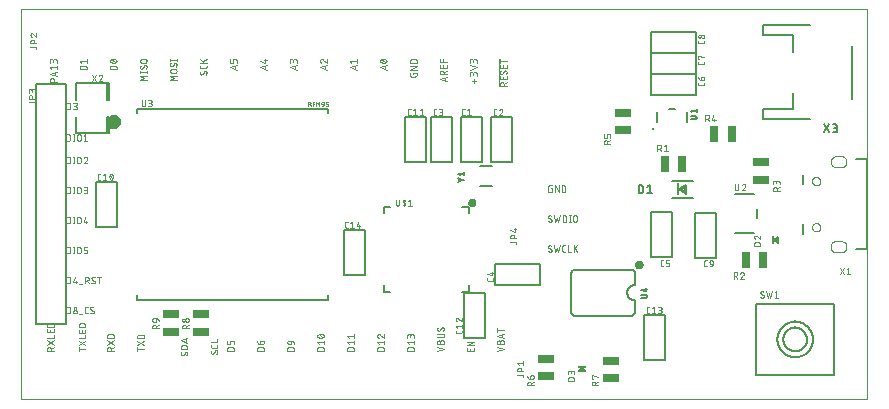
<source format=gto>
G75*
%MOIN*%
%OFA0B0*%
%FSLAX25Y25*%
%IPPOS*%
%LPD*%
%AMOC8*
5,1,8,0,0,1.08239X$1,22.5*
%
%ADD10C,0.00000*%
%ADD11C,0.00200*%
%ADD12C,0.00800*%
%ADD13C,0.00400*%
%ADD14R,0.00787X0.03937*%
%ADD15C,0.00600*%
%ADD16R,0.00500X0.03000*%
%ADD17R,0.03000X0.00500*%
%ADD18C,0.00500*%
%ADD19R,0.02559X0.05512*%
%ADD20R,0.05512X0.02559*%
%ADD21C,0.01600*%
%ADD22C,0.01000*%
%ADD23C,0.02400*%
%ADD24C,0.00010*%
D10*
X0001300Y0001300D02*
X0001300Y0131300D01*
X0283221Y0131300D01*
X0283221Y0001300D01*
X0001300Y0001300D01*
X0264922Y0058623D02*
X0264924Y0058697D01*
X0264930Y0058771D01*
X0264940Y0058844D01*
X0264954Y0058917D01*
X0264971Y0058989D01*
X0264993Y0059059D01*
X0265018Y0059129D01*
X0265047Y0059197D01*
X0265080Y0059263D01*
X0265116Y0059328D01*
X0265156Y0059390D01*
X0265198Y0059451D01*
X0265244Y0059509D01*
X0265293Y0059564D01*
X0265345Y0059617D01*
X0265400Y0059667D01*
X0265457Y0059713D01*
X0265517Y0059757D01*
X0265579Y0059797D01*
X0265643Y0059834D01*
X0265709Y0059868D01*
X0265777Y0059898D01*
X0265846Y0059924D01*
X0265917Y0059947D01*
X0265988Y0059965D01*
X0266061Y0059980D01*
X0266134Y0059991D01*
X0266208Y0059998D01*
X0266282Y0060001D01*
X0266355Y0060000D01*
X0266429Y0059995D01*
X0266503Y0059986D01*
X0266576Y0059973D01*
X0266648Y0059956D01*
X0266719Y0059936D01*
X0266789Y0059911D01*
X0266857Y0059883D01*
X0266924Y0059852D01*
X0266989Y0059816D01*
X0267052Y0059778D01*
X0267113Y0059736D01*
X0267172Y0059690D01*
X0267228Y0059642D01*
X0267281Y0059591D01*
X0267331Y0059537D01*
X0267379Y0059480D01*
X0267423Y0059421D01*
X0267465Y0059359D01*
X0267503Y0059296D01*
X0267537Y0059230D01*
X0267568Y0059163D01*
X0267595Y0059094D01*
X0267618Y0059024D01*
X0267638Y0058953D01*
X0267654Y0058880D01*
X0267666Y0058807D01*
X0267674Y0058734D01*
X0267678Y0058660D01*
X0267678Y0058586D01*
X0267674Y0058512D01*
X0267666Y0058439D01*
X0267654Y0058366D01*
X0267638Y0058293D01*
X0267618Y0058222D01*
X0267595Y0058152D01*
X0267568Y0058083D01*
X0267537Y0058016D01*
X0267503Y0057950D01*
X0267465Y0057887D01*
X0267423Y0057825D01*
X0267379Y0057766D01*
X0267331Y0057709D01*
X0267281Y0057655D01*
X0267228Y0057604D01*
X0267172Y0057556D01*
X0267113Y0057510D01*
X0267052Y0057468D01*
X0266989Y0057430D01*
X0266924Y0057394D01*
X0266857Y0057363D01*
X0266789Y0057335D01*
X0266719Y0057310D01*
X0266648Y0057290D01*
X0266576Y0057273D01*
X0266503Y0057260D01*
X0266429Y0057251D01*
X0266355Y0057246D01*
X0266282Y0057245D01*
X0266208Y0057248D01*
X0266134Y0057255D01*
X0266061Y0057266D01*
X0265988Y0057281D01*
X0265917Y0057299D01*
X0265846Y0057322D01*
X0265777Y0057348D01*
X0265709Y0057378D01*
X0265643Y0057412D01*
X0265579Y0057449D01*
X0265517Y0057489D01*
X0265457Y0057533D01*
X0265400Y0057579D01*
X0265345Y0057629D01*
X0265293Y0057682D01*
X0265244Y0057737D01*
X0265198Y0057795D01*
X0265156Y0057856D01*
X0265116Y0057918D01*
X0265080Y0057983D01*
X0265047Y0058049D01*
X0265018Y0058117D01*
X0264993Y0058187D01*
X0264971Y0058257D01*
X0264954Y0058329D01*
X0264940Y0058402D01*
X0264930Y0058475D01*
X0264924Y0058549D01*
X0264922Y0058623D01*
X0272599Y0053898D02*
X0274765Y0053898D01*
X0274765Y0053899D02*
X0274839Y0053902D01*
X0274914Y0053901D01*
X0274989Y0053897D01*
X0275064Y0053888D01*
X0275138Y0053876D01*
X0275211Y0053860D01*
X0275284Y0053841D01*
X0275355Y0053818D01*
X0275425Y0053791D01*
X0275494Y0053761D01*
X0275561Y0053727D01*
X0275626Y0053690D01*
X0275689Y0053650D01*
X0275750Y0053607D01*
X0275809Y0053560D01*
X0275865Y0053511D01*
X0275919Y0053459D01*
X0275970Y0053404D01*
X0276019Y0053346D01*
X0276064Y0053287D01*
X0276106Y0053225D01*
X0276145Y0053161D01*
X0276181Y0053095D01*
X0276214Y0053027D01*
X0276243Y0052958D01*
X0276268Y0052887D01*
X0276290Y0052816D01*
X0276308Y0052743D01*
X0276322Y0052669D01*
X0276333Y0052595D01*
X0276340Y0052520D01*
X0276339Y0052520D02*
X0276339Y0051733D01*
X0276340Y0051733D02*
X0276333Y0051658D01*
X0276322Y0051584D01*
X0276308Y0051510D01*
X0276290Y0051437D01*
X0276268Y0051366D01*
X0276243Y0051295D01*
X0276214Y0051226D01*
X0276181Y0051158D01*
X0276145Y0051092D01*
X0276106Y0051028D01*
X0276064Y0050966D01*
X0276019Y0050907D01*
X0275970Y0050849D01*
X0275919Y0050794D01*
X0275865Y0050742D01*
X0275809Y0050693D01*
X0275750Y0050646D01*
X0275689Y0050603D01*
X0275626Y0050563D01*
X0275561Y0050526D01*
X0275494Y0050492D01*
X0275425Y0050462D01*
X0275355Y0050435D01*
X0275284Y0050412D01*
X0275211Y0050393D01*
X0275138Y0050377D01*
X0275064Y0050365D01*
X0274989Y0050356D01*
X0274914Y0050352D01*
X0274839Y0050351D01*
X0274765Y0050354D01*
X0274765Y0050355D02*
X0272599Y0050355D01*
X0272527Y0050357D01*
X0272455Y0050363D01*
X0272383Y0050372D01*
X0272312Y0050385D01*
X0272242Y0050402D01*
X0272173Y0050422D01*
X0272105Y0050447D01*
X0272039Y0050474D01*
X0271973Y0050505D01*
X0271910Y0050540D01*
X0271848Y0050577D01*
X0271789Y0050618D01*
X0271732Y0050662D01*
X0271677Y0050709D01*
X0271625Y0050759D01*
X0271575Y0050811D01*
X0271528Y0050866D01*
X0271484Y0050923D01*
X0271443Y0050982D01*
X0271406Y0051044D01*
X0271371Y0051107D01*
X0271340Y0051173D01*
X0271313Y0051239D01*
X0271288Y0051307D01*
X0271268Y0051376D01*
X0271251Y0051446D01*
X0271238Y0051517D01*
X0271229Y0051589D01*
X0271223Y0051661D01*
X0271221Y0051733D01*
X0271221Y0052520D01*
X0271223Y0052592D01*
X0271229Y0052664D01*
X0271238Y0052736D01*
X0271251Y0052807D01*
X0271268Y0052877D01*
X0271288Y0052946D01*
X0271313Y0053014D01*
X0271340Y0053080D01*
X0271371Y0053146D01*
X0271406Y0053209D01*
X0271443Y0053271D01*
X0271484Y0053330D01*
X0271528Y0053387D01*
X0271575Y0053442D01*
X0271625Y0053494D01*
X0271677Y0053544D01*
X0271732Y0053591D01*
X0271789Y0053635D01*
X0271848Y0053676D01*
X0271910Y0053713D01*
X0271973Y0053748D01*
X0272039Y0053779D01*
X0272105Y0053806D01*
X0272173Y0053831D01*
X0272242Y0053851D01*
X0272312Y0053868D01*
X0272383Y0053881D01*
X0272455Y0053890D01*
X0272527Y0053896D01*
X0272599Y0053898D01*
X0264922Y0073977D02*
X0264924Y0074051D01*
X0264930Y0074125D01*
X0264940Y0074198D01*
X0264954Y0074271D01*
X0264971Y0074343D01*
X0264993Y0074413D01*
X0265018Y0074483D01*
X0265047Y0074551D01*
X0265080Y0074617D01*
X0265116Y0074682D01*
X0265156Y0074744D01*
X0265198Y0074805D01*
X0265244Y0074863D01*
X0265293Y0074918D01*
X0265345Y0074971D01*
X0265400Y0075021D01*
X0265457Y0075067D01*
X0265517Y0075111D01*
X0265579Y0075151D01*
X0265643Y0075188D01*
X0265709Y0075222D01*
X0265777Y0075252D01*
X0265846Y0075278D01*
X0265917Y0075301D01*
X0265988Y0075319D01*
X0266061Y0075334D01*
X0266134Y0075345D01*
X0266208Y0075352D01*
X0266282Y0075355D01*
X0266355Y0075354D01*
X0266429Y0075349D01*
X0266503Y0075340D01*
X0266576Y0075327D01*
X0266648Y0075310D01*
X0266719Y0075290D01*
X0266789Y0075265D01*
X0266857Y0075237D01*
X0266924Y0075206D01*
X0266989Y0075170D01*
X0267052Y0075132D01*
X0267113Y0075090D01*
X0267172Y0075044D01*
X0267228Y0074996D01*
X0267281Y0074945D01*
X0267331Y0074891D01*
X0267379Y0074834D01*
X0267423Y0074775D01*
X0267465Y0074713D01*
X0267503Y0074650D01*
X0267537Y0074584D01*
X0267568Y0074517D01*
X0267595Y0074448D01*
X0267618Y0074378D01*
X0267638Y0074307D01*
X0267654Y0074234D01*
X0267666Y0074161D01*
X0267674Y0074088D01*
X0267678Y0074014D01*
X0267678Y0073940D01*
X0267674Y0073866D01*
X0267666Y0073793D01*
X0267654Y0073720D01*
X0267638Y0073647D01*
X0267618Y0073576D01*
X0267595Y0073506D01*
X0267568Y0073437D01*
X0267537Y0073370D01*
X0267503Y0073304D01*
X0267465Y0073241D01*
X0267423Y0073179D01*
X0267379Y0073120D01*
X0267331Y0073063D01*
X0267281Y0073009D01*
X0267228Y0072958D01*
X0267172Y0072910D01*
X0267113Y0072864D01*
X0267052Y0072822D01*
X0266989Y0072784D01*
X0266924Y0072748D01*
X0266857Y0072717D01*
X0266789Y0072689D01*
X0266719Y0072664D01*
X0266648Y0072644D01*
X0266576Y0072627D01*
X0266503Y0072614D01*
X0266429Y0072605D01*
X0266355Y0072600D01*
X0266282Y0072599D01*
X0266208Y0072602D01*
X0266134Y0072609D01*
X0266061Y0072620D01*
X0265988Y0072635D01*
X0265917Y0072653D01*
X0265846Y0072676D01*
X0265777Y0072702D01*
X0265709Y0072732D01*
X0265643Y0072766D01*
X0265579Y0072803D01*
X0265517Y0072843D01*
X0265457Y0072887D01*
X0265400Y0072933D01*
X0265345Y0072983D01*
X0265293Y0073036D01*
X0265244Y0073091D01*
X0265198Y0073149D01*
X0265156Y0073210D01*
X0265116Y0073272D01*
X0265080Y0073337D01*
X0265047Y0073403D01*
X0265018Y0073471D01*
X0264993Y0073541D01*
X0264971Y0073611D01*
X0264954Y0073683D01*
X0264940Y0073756D01*
X0264930Y0073829D01*
X0264924Y0073903D01*
X0264922Y0073977D01*
X0272599Y0078702D02*
X0274961Y0078702D01*
X0274962Y0078701D02*
X0275039Y0078713D01*
X0275115Y0078728D01*
X0275191Y0078747D01*
X0275265Y0078770D01*
X0275339Y0078796D01*
X0275410Y0078826D01*
X0275481Y0078860D01*
X0275549Y0078896D01*
X0275616Y0078937D01*
X0275681Y0078980D01*
X0275743Y0079026D01*
X0275804Y0079076D01*
X0275861Y0079128D01*
X0275916Y0079184D01*
X0275968Y0079241D01*
X0276018Y0079302D01*
X0276064Y0079364D01*
X0276107Y0079429D01*
X0276147Y0079496D01*
X0276184Y0079565D01*
X0276217Y0079635D01*
X0276247Y0079707D01*
X0276273Y0079781D01*
X0276295Y0079855D01*
X0276314Y0079931D01*
X0276329Y0080007D01*
X0276340Y0080084D01*
X0276348Y0080162D01*
X0276352Y0080240D01*
X0276351Y0080318D01*
X0276348Y0080395D01*
X0276340Y0080473D01*
X0276348Y0080551D01*
X0276351Y0080628D01*
X0276352Y0080706D01*
X0276348Y0080784D01*
X0276340Y0080862D01*
X0276329Y0080939D01*
X0276314Y0081015D01*
X0276295Y0081091D01*
X0276273Y0081165D01*
X0276247Y0081239D01*
X0276217Y0081311D01*
X0276184Y0081381D01*
X0276147Y0081450D01*
X0276107Y0081517D01*
X0276064Y0081582D01*
X0276018Y0081644D01*
X0275968Y0081705D01*
X0275916Y0081762D01*
X0275861Y0081818D01*
X0275804Y0081870D01*
X0275743Y0081920D01*
X0275681Y0081966D01*
X0275616Y0082009D01*
X0275549Y0082050D01*
X0275481Y0082086D01*
X0275410Y0082120D01*
X0275339Y0082150D01*
X0275265Y0082176D01*
X0275191Y0082199D01*
X0275115Y0082218D01*
X0275039Y0082233D01*
X0274962Y0082245D01*
X0274961Y0082245D02*
X0272599Y0082245D01*
X0272522Y0082233D01*
X0272446Y0082218D01*
X0272370Y0082199D01*
X0272296Y0082176D01*
X0272222Y0082150D01*
X0272151Y0082120D01*
X0272080Y0082086D01*
X0272012Y0082050D01*
X0271945Y0082009D01*
X0271880Y0081966D01*
X0271818Y0081920D01*
X0271757Y0081870D01*
X0271700Y0081818D01*
X0271645Y0081762D01*
X0271593Y0081705D01*
X0271543Y0081644D01*
X0271497Y0081582D01*
X0271454Y0081517D01*
X0271414Y0081450D01*
X0271377Y0081381D01*
X0271344Y0081311D01*
X0271314Y0081239D01*
X0271288Y0081165D01*
X0271266Y0081091D01*
X0271247Y0081015D01*
X0271232Y0080939D01*
X0271221Y0080862D01*
X0271213Y0080784D01*
X0271209Y0080706D01*
X0271210Y0080628D01*
X0271213Y0080551D01*
X0271221Y0080473D01*
X0271213Y0080395D01*
X0271210Y0080318D01*
X0271209Y0080240D01*
X0271213Y0080162D01*
X0271221Y0080084D01*
X0271232Y0080007D01*
X0271247Y0079931D01*
X0271266Y0079855D01*
X0271288Y0079781D01*
X0271314Y0079707D01*
X0271344Y0079635D01*
X0271377Y0079565D01*
X0271414Y0079496D01*
X0271454Y0079429D01*
X0271497Y0079364D01*
X0271543Y0079302D01*
X0271593Y0079241D01*
X0271645Y0079184D01*
X0271700Y0079128D01*
X0271757Y0079076D01*
X0271818Y0079026D01*
X0271880Y0078980D01*
X0271945Y0078937D01*
X0272012Y0078896D01*
X0272080Y0078860D01*
X0272151Y0078826D01*
X0272222Y0078796D01*
X0272296Y0078770D01*
X0272370Y0078747D01*
X0272446Y0078728D01*
X0272522Y0078713D01*
X0272599Y0078701D01*
D11*
X0254100Y0073589D02*
X0254100Y0072978D01*
X0254100Y0073589D02*
X0254098Y0073637D01*
X0254092Y0073685D01*
X0254083Y0073732D01*
X0254070Y0073778D01*
X0254053Y0073823D01*
X0254033Y0073866D01*
X0254010Y0073908D01*
X0253983Y0073948D01*
X0253954Y0073986D01*
X0253921Y0074021D01*
X0253886Y0074054D01*
X0253848Y0074083D01*
X0253808Y0074110D01*
X0253766Y0074133D01*
X0253723Y0074153D01*
X0253678Y0074170D01*
X0253632Y0074183D01*
X0253585Y0074192D01*
X0253537Y0074198D01*
X0253489Y0074200D01*
X0253441Y0074198D01*
X0253393Y0074192D01*
X0253346Y0074183D01*
X0253300Y0074170D01*
X0253255Y0074153D01*
X0253212Y0074133D01*
X0253170Y0074110D01*
X0253130Y0074083D01*
X0253092Y0074054D01*
X0253057Y0074021D01*
X0253024Y0073986D01*
X0252995Y0073948D01*
X0252968Y0073908D01*
X0252945Y0073866D01*
X0252925Y0073823D01*
X0252908Y0073778D01*
X0252895Y0073732D01*
X0252886Y0073685D01*
X0252880Y0073637D01*
X0252878Y0073589D01*
X0252878Y0073711D02*
X0252878Y0073222D01*
X0252878Y0073711D02*
X0252876Y0073754D01*
X0252871Y0073796D01*
X0252861Y0073838D01*
X0252849Y0073878D01*
X0252832Y0073918D01*
X0252812Y0073956D01*
X0252790Y0073991D01*
X0252764Y0074025D01*
X0252735Y0074057D01*
X0252703Y0074086D01*
X0252669Y0074112D01*
X0252634Y0074134D01*
X0252596Y0074154D01*
X0252556Y0074171D01*
X0252516Y0074183D01*
X0252474Y0074193D01*
X0252432Y0074198D01*
X0252389Y0074200D01*
X0252346Y0074198D01*
X0252304Y0074193D01*
X0252262Y0074183D01*
X0252222Y0074171D01*
X0252182Y0074154D01*
X0252145Y0074134D01*
X0252109Y0074112D01*
X0252075Y0074086D01*
X0252043Y0074057D01*
X0252014Y0074025D01*
X0251988Y0073991D01*
X0251966Y0073956D01*
X0251946Y0073918D01*
X0251929Y0073878D01*
X0251917Y0073838D01*
X0251907Y0073796D01*
X0251902Y0073754D01*
X0251900Y0073711D01*
X0251900Y0072978D01*
X0253122Y0071565D02*
X0254100Y0072054D01*
X0253122Y0071443D02*
X0253122Y0070832D01*
X0253122Y0071443D02*
X0253120Y0071491D01*
X0253114Y0071539D01*
X0253105Y0071586D01*
X0253092Y0071632D01*
X0253075Y0071677D01*
X0253055Y0071720D01*
X0253032Y0071762D01*
X0253005Y0071802D01*
X0252976Y0071840D01*
X0252943Y0071875D01*
X0252908Y0071908D01*
X0252870Y0071937D01*
X0252830Y0071964D01*
X0252788Y0071987D01*
X0252745Y0072007D01*
X0252700Y0072024D01*
X0252654Y0072037D01*
X0252607Y0072046D01*
X0252559Y0072052D01*
X0252511Y0072054D01*
X0252463Y0072052D01*
X0252415Y0072046D01*
X0252368Y0072037D01*
X0252322Y0072024D01*
X0252277Y0072007D01*
X0252234Y0071987D01*
X0252192Y0071964D01*
X0252152Y0071937D01*
X0252114Y0071908D01*
X0252079Y0071875D01*
X0252046Y0071840D01*
X0252017Y0071802D01*
X0251990Y0071762D01*
X0251967Y0071720D01*
X0251947Y0071677D01*
X0251930Y0071632D01*
X0251917Y0071586D01*
X0251908Y0071539D01*
X0251902Y0071491D01*
X0251900Y0071443D01*
X0251900Y0070832D01*
X0254100Y0070832D01*
X0216768Y0083900D02*
X0215546Y0083900D01*
X0216157Y0083900D02*
X0216157Y0086100D01*
X0215546Y0085611D01*
X0214011Y0086100D02*
X0214059Y0086098D01*
X0214107Y0086092D01*
X0214154Y0086083D01*
X0214200Y0086070D01*
X0214245Y0086053D01*
X0214288Y0086033D01*
X0214330Y0086010D01*
X0214370Y0085983D01*
X0214408Y0085954D01*
X0214443Y0085921D01*
X0214476Y0085886D01*
X0214505Y0085848D01*
X0214532Y0085808D01*
X0214555Y0085766D01*
X0214575Y0085723D01*
X0214592Y0085678D01*
X0214605Y0085632D01*
X0214614Y0085585D01*
X0214620Y0085537D01*
X0214622Y0085489D01*
X0214620Y0085441D01*
X0214614Y0085393D01*
X0214605Y0085346D01*
X0214592Y0085300D01*
X0214575Y0085255D01*
X0214555Y0085212D01*
X0214532Y0085170D01*
X0214505Y0085130D01*
X0214476Y0085092D01*
X0214443Y0085057D01*
X0214408Y0085024D01*
X0214370Y0084995D01*
X0214330Y0084968D01*
X0214288Y0084945D01*
X0214245Y0084925D01*
X0214200Y0084908D01*
X0214154Y0084895D01*
X0214107Y0084886D01*
X0214059Y0084880D01*
X0214011Y0084878D01*
X0213400Y0084878D01*
X0214133Y0084878D02*
X0214622Y0083900D01*
X0213400Y0083900D02*
X0213400Y0086100D01*
X0214011Y0086100D01*
X0197700Y0086400D02*
X0195500Y0086400D01*
X0195500Y0087011D01*
X0195502Y0087059D01*
X0195508Y0087107D01*
X0195517Y0087154D01*
X0195530Y0087200D01*
X0195547Y0087245D01*
X0195567Y0087288D01*
X0195590Y0087330D01*
X0195617Y0087370D01*
X0195646Y0087408D01*
X0195679Y0087443D01*
X0195714Y0087476D01*
X0195752Y0087505D01*
X0195792Y0087532D01*
X0195834Y0087555D01*
X0195877Y0087575D01*
X0195922Y0087592D01*
X0195968Y0087605D01*
X0196015Y0087614D01*
X0196063Y0087620D01*
X0196111Y0087622D01*
X0196159Y0087620D01*
X0196207Y0087614D01*
X0196254Y0087605D01*
X0196300Y0087592D01*
X0196345Y0087575D01*
X0196388Y0087555D01*
X0196430Y0087532D01*
X0196470Y0087505D01*
X0196508Y0087476D01*
X0196543Y0087443D01*
X0196576Y0087408D01*
X0196605Y0087370D01*
X0196632Y0087330D01*
X0196655Y0087288D01*
X0196675Y0087245D01*
X0196692Y0087200D01*
X0196705Y0087154D01*
X0196714Y0087107D01*
X0196720Y0087059D01*
X0196722Y0087011D01*
X0196722Y0086400D01*
X0196722Y0087133D02*
X0197700Y0087622D01*
X0197700Y0088546D02*
X0197700Y0089279D01*
X0197698Y0089322D01*
X0197693Y0089364D01*
X0197683Y0089406D01*
X0197671Y0089446D01*
X0197654Y0089486D01*
X0197634Y0089524D01*
X0197612Y0089559D01*
X0197586Y0089593D01*
X0197557Y0089625D01*
X0197525Y0089654D01*
X0197491Y0089680D01*
X0197456Y0089702D01*
X0197418Y0089722D01*
X0197378Y0089739D01*
X0197338Y0089751D01*
X0197296Y0089761D01*
X0197254Y0089766D01*
X0197211Y0089768D01*
X0196967Y0089768D01*
X0196924Y0089766D01*
X0196882Y0089761D01*
X0196840Y0089751D01*
X0196800Y0089739D01*
X0196760Y0089722D01*
X0196723Y0089702D01*
X0196687Y0089680D01*
X0196653Y0089654D01*
X0196621Y0089625D01*
X0196592Y0089593D01*
X0196566Y0089559D01*
X0196544Y0089524D01*
X0196524Y0089486D01*
X0196507Y0089446D01*
X0196495Y0089406D01*
X0196485Y0089364D01*
X0196480Y0089322D01*
X0196478Y0089279D01*
X0196478Y0088546D01*
X0195500Y0088546D01*
X0195500Y0089768D01*
X0229400Y0093900D02*
X0229400Y0096100D01*
X0230011Y0096100D01*
X0230059Y0096098D01*
X0230107Y0096092D01*
X0230154Y0096083D01*
X0230200Y0096070D01*
X0230245Y0096053D01*
X0230288Y0096033D01*
X0230330Y0096010D01*
X0230370Y0095983D01*
X0230408Y0095954D01*
X0230443Y0095921D01*
X0230476Y0095886D01*
X0230505Y0095848D01*
X0230532Y0095808D01*
X0230555Y0095766D01*
X0230575Y0095723D01*
X0230592Y0095678D01*
X0230605Y0095632D01*
X0230614Y0095585D01*
X0230620Y0095537D01*
X0230622Y0095489D01*
X0230620Y0095441D01*
X0230614Y0095393D01*
X0230605Y0095346D01*
X0230592Y0095300D01*
X0230575Y0095255D01*
X0230555Y0095212D01*
X0230532Y0095170D01*
X0230505Y0095130D01*
X0230476Y0095092D01*
X0230443Y0095057D01*
X0230408Y0095024D01*
X0230370Y0094995D01*
X0230330Y0094968D01*
X0230288Y0094945D01*
X0230245Y0094925D01*
X0230200Y0094908D01*
X0230154Y0094895D01*
X0230107Y0094886D01*
X0230059Y0094880D01*
X0230011Y0094878D01*
X0229400Y0094878D01*
X0230133Y0094878D02*
X0230622Y0093900D01*
X0231546Y0094389D02*
X0232768Y0094389D01*
X0232401Y0094878D02*
X0232401Y0093900D01*
X0231546Y0094389D02*
X0232035Y0096100D01*
X0182730Y0071989D02*
X0182730Y0071011D01*
X0182728Y0070963D01*
X0182722Y0070915D01*
X0182713Y0070868D01*
X0182700Y0070822D01*
X0182683Y0070777D01*
X0182663Y0070734D01*
X0182640Y0070692D01*
X0182613Y0070652D01*
X0182584Y0070614D01*
X0182551Y0070579D01*
X0182516Y0070546D01*
X0182478Y0070517D01*
X0182438Y0070490D01*
X0182396Y0070467D01*
X0182353Y0070447D01*
X0182308Y0070430D01*
X0182262Y0070417D01*
X0182215Y0070408D01*
X0182167Y0070402D01*
X0182119Y0070400D01*
X0181508Y0070400D01*
X0181508Y0072600D01*
X0182119Y0072600D01*
X0182167Y0072598D01*
X0182215Y0072592D01*
X0182262Y0072583D01*
X0182308Y0072570D01*
X0182353Y0072553D01*
X0182396Y0072533D01*
X0182438Y0072510D01*
X0182478Y0072483D01*
X0182516Y0072454D01*
X0182551Y0072421D01*
X0182584Y0072386D01*
X0182613Y0072348D01*
X0182640Y0072308D01*
X0182663Y0072266D01*
X0182683Y0072223D01*
X0182700Y0072178D01*
X0182713Y0072132D01*
X0182722Y0072085D01*
X0182728Y0072037D01*
X0182730Y0071989D01*
X0180426Y0072600D02*
X0180426Y0070400D01*
X0179204Y0072600D01*
X0179204Y0070400D01*
X0178122Y0070400D02*
X0177389Y0070400D01*
X0177346Y0070402D01*
X0177304Y0070407D01*
X0177262Y0070417D01*
X0177222Y0070429D01*
X0177182Y0070446D01*
X0177145Y0070466D01*
X0177109Y0070488D01*
X0177075Y0070514D01*
X0177043Y0070543D01*
X0177014Y0070575D01*
X0176988Y0070609D01*
X0176966Y0070645D01*
X0176946Y0070682D01*
X0176929Y0070722D01*
X0176917Y0070762D01*
X0176907Y0070804D01*
X0176902Y0070846D01*
X0176900Y0070889D01*
X0176900Y0072111D01*
X0176902Y0072154D01*
X0176907Y0072196D01*
X0176917Y0072238D01*
X0176929Y0072278D01*
X0176946Y0072318D01*
X0176966Y0072355D01*
X0176988Y0072391D01*
X0177014Y0072425D01*
X0177043Y0072457D01*
X0177075Y0072486D01*
X0177109Y0072512D01*
X0177144Y0072534D01*
X0177182Y0072554D01*
X0177222Y0072571D01*
X0177262Y0072583D01*
X0177304Y0072593D01*
X0177346Y0072598D01*
X0177389Y0072600D01*
X0178122Y0072600D01*
X0178122Y0071622D02*
X0178122Y0070400D01*
X0178122Y0071622D02*
X0177756Y0071622D01*
X0178909Y0062600D02*
X0179398Y0060400D01*
X0179887Y0061867D01*
X0180376Y0060400D01*
X0180865Y0062600D01*
X0181796Y0062600D02*
X0182407Y0062600D01*
X0181796Y0062600D02*
X0181796Y0060400D01*
X0182407Y0060400D01*
X0182455Y0060402D01*
X0182503Y0060408D01*
X0182550Y0060417D01*
X0182596Y0060430D01*
X0182641Y0060447D01*
X0182684Y0060467D01*
X0182726Y0060490D01*
X0182766Y0060517D01*
X0182804Y0060546D01*
X0182839Y0060579D01*
X0182872Y0060614D01*
X0182901Y0060652D01*
X0182928Y0060692D01*
X0182951Y0060734D01*
X0182971Y0060777D01*
X0182988Y0060822D01*
X0183001Y0060868D01*
X0183010Y0060915D01*
X0183016Y0060963D01*
X0183018Y0061011D01*
X0183018Y0061989D01*
X0183016Y0062037D01*
X0183010Y0062085D01*
X0183001Y0062132D01*
X0182988Y0062178D01*
X0182971Y0062223D01*
X0182951Y0062266D01*
X0182928Y0062308D01*
X0182901Y0062348D01*
X0182872Y0062386D01*
X0182839Y0062421D01*
X0182804Y0062454D01*
X0182766Y0062483D01*
X0182726Y0062510D01*
X0182684Y0062533D01*
X0182641Y0062553D01*
X0182596Y0062570D01*
X0182550Y0062583D01*
X0182503Y0062592D01*
X0182455Y0062598D01*
X0182407Y0062600D01*
X0183963Y0062600D02*
X0184452Y0062600D01*
X0184207Y0062600D02*
X0184207Y0060400D01*
X0183963Y0060400D02*
X0184452Y0060400D01*
X0185324Y0061011D02*
X0185324Y0061989D01*
X0185326Y0062037D01*
X0185332Y0062085D01*
X0185341Y0062132D01*
X0185354Y0062178D01*
X0185371Y0062223D01*
X0185391Y0062266D01*
X0185414Y0062308D01*
X0185441Y0062348D01*
X0185470Y0062386D01*
X0185503Y0062421D01*
X0185538Y0062454D01*
X0185576Y0062483D01*
X0185616Y0062510D01*
X0185658Y0062533D01*
X0185701Y0062553D01*
X0185746Y0062570D01*
X0185792Y0062583D01*
X0185839Y0062592D01*
X0185887Y0062598D01*
X0185935Y0062600D01*
X0185983Y0062598D01*
X0186031Y0062592D01*
X0186078Y0062583D01*
X0186124Y0062570D01*
X0186169Y0062553D01*
X0186212Y0062533D01*
X0186254Y0062510D01*
X0186294Y0062483D01*
X0186332Y0062454D01*
X0186367Y0062421D01*
X0186400Y0062386D01*
X0186429Y0062348D01*
X0186456Y0062308D01*
X0186479Y0062266D01*
X0186499Y0062223D01*
X0186516Y0062178D01*
X0186529Y0062132D01*
X0186538Y0062085D01*
X0186544Y0062037D01*
X0186546Y0061989D01*
X0186546Y0061011D01*
X0186544Y0060963D01*
X0186538Y0060915D01*
X0186529Y0060868D01*
X0186516Y0060822D01*
X0186499Y0060777D01*
X0186479Y0060734D01*
X0186456Y0060692D01*
X0186429Y0060652D01*
X0186400Y0060614D01*
X0186367Y0060579D01*
X0186332Y0060546D01*
X0186294Y0060517D01*
X0186254Y0060490D01*
X0186212Y0060467D01*
X0186169Y0060447D01*
X0186124Y0060430D01*
X0186078Y0060417D01*
X0186031Y0060408D01*
X0185983Y0060402D01*
X0185935Y0060400D01*
X0185887Y0060402D01*
X0185839Y0060408D01*
X0185792Y0060417D01*
X0185746Y0060430D01*
X0185701Y0060447D01*
X0185658Y0060467D01*
X0185616Y0060490D01*
X0185576Y0060517D01*
X0185538Y0060546D01*
X0185503Y0060579D01*
X0185470Y0060614D01*
X0185441Y0060652D01*
X0185414Y0060692D01*
X0185391Y0060734D01*
X0185371Y0060777D01*
X0185354Y0060822D01*
X0185341Y0060868D01*
X0185332Y0060915D01*
X0185326Y0060963D01*
X0185324Y0061011D01*
X0177878Y0061317D02*
X0177206Y0061683D01*
X0177450Y0062600D02*
X0177509Y0062598D01*
X0177568Y0062592D01*
X0177626Y0062583D01*
X0177683Y0062570D01*
X0177740Y0062553D01*
X0177795Y0062532D01*
X0177849Y0062509D01*
X0177901Y0062481D01*
X0177952Y0062450D01*
X0178000Y0062417D01*
X0177206Y0061683D02*
X0177170Y0061706D01*
X0177136Y0061733D01*
X0177104Y0061762D01*
X0177075Y0061794D01*
X0177049Y0061828D01*
X0177026Y0061864D01*
X0177007Y0061903D01*
X0176990Y0061942D01*
X0176978Y0061983D01*
X0176968Y0062025D01*
X0176963Y0062068D01*
X0176961Y0062111D01*
X0176963Y0062154D01*
X0176968Y0062196D01*
X0176978Y0062238D01*
X0176990Y0062278D01*
X0177007Y0062318D01*
X0177027Y0062356D01*
X0177049Y0062391D01*
X0177075Y0062425D01*
X0177104Y0062457D01*
X0177136Y0062486D01*
X0177170Y0062512D01*
X0177206Y0062534D01*
X0177243Y0062554D01*
X0177283Y0062571D01*
X0177323Y0062583D01*
X0177365Y0062593D01*
X0177407Y0062598D01*
X0177450Y0062600D01*
X0176900Y0060706D02*
X0176945Y0060662D01*
X0176993Y0060622D01*
X0177043Y0060585D01*
X0177096Y0060551D01*
X0177151Y0060520D01*
X0177207Y0060492D01*
X0177265Y0060468D01*
X0177324Y0060447D01*
X0177385Y0060430D01*
X0177446Y0060417D01*
X0177508Y0060408D01*
X0177570Y0060402D01*
X0177633Y0060400D01*
X0177676Y0060402D01*
X0177718Y0060407D01*
X0177760Y0060417D01*
X0177800Y0060429D01*
X0177840Y0060446D01*
X0177878Y0060466D01*
X0177913Y0060488D01*
X0177947Y0060514D01*
X0177979Y0060543D01*
X0178008Y0060575D01*
X0178034Y0060609D01*
X0178056Y0060645D01*
X0178076Y0060682D01*
X0178093Y0060722D01*
X0178105Y0060762D01*
X0178115Y0060804D01*
X0178120Y0060846D01*
X0178122Y0060889D01*
X0178123Y0060889D02*
X0178121Y0060932D01*
X0178116Y0060975D01*
X0178106Y0061017D01*
X0178094Y0061058D01*
X0178077Y0061097D01*
X0178058Y0061136D01*
X0178035Y0061172D01*
X0178009Y0061206D01*
X0177980Y0061238D01*
X0177948Y0061267D01*
X0177914Y0061294D01*
X0177878Y0061317D01*
X0178909Y0052600D02*
X0179398Y0050400D01*
X0179887Y0051867D01*
X0180376Y0050400D01*
X0180865Y0052600D01*
X0181718Y0052111D02*
X0181718Y0050889D01*
X0181717Y0050889D02*
X0181719Y0050846D01*
X0181724Y0050804D01*
X0181734Y0050762D01*
X0181746Y0050722D01*
X0181763Y0050682D01*
X0181783Y0050645D01*
X0181805Y0050609D01*
X0181831Y0050575D01*
X0181860Y0050543D01*
X0181892Y0050514D01*
X0181926Y0050488D01*
X0181962Y0050466D01*
X0181999Y0050446D01*
X0182039Y0050429D01*
X0182079Y0050417D01*
X0182121Y0050407D01*
X0182163Y0050402D01*
X0182206Y0050400D01*
X0182695Y0050400D01*
X0183600Y0050400D02*
X0183600Y0052600D01*
X0182695Y0052600D02*
X0182206Y0052600D01*
X0182163Y0052598D01*
X0182121Y0052593D01*
X0182079Y0052583D01*
X0182039Y0052571D01*
X0181999Y0052554D01*
X0181961Y0052534D01*
X0181926Y0052512D01*
X0181892Y0052486D01*
X0181860Y0052457D01*
X0181831Y0052425D01*
X0181805Y0052391D01*
X0181783Y0052355D01*
X0181763Y0052318D01*
X0181746Y0052278D01*
X0181734Y0052238D01*
X0181724Y0052196D01*
X0181719Y0052154D01*
X0181717Y0052111D01*
X0183600Y0050400D02*
X0184578Y0050400D01*
X0185501Y0050400D02*
X0185501Y0052600D01*
X0185989Y0051744D02*
X0186723Y0050400D01*
X0185501Y0051256D02*
X0186723Y0052600D01*
X0177878Y0051317D02*
X0177206Y0051683D01*
X0177450Y0052600D02*
X0177509Y0052598D01*
X0177568Y0052592D01*
X0177626Y0052583D01*
X0177683Y0052570D01*
X0177740Y0052553D01*
X0177795Y0052532D01*
X0177849Y0052509D01*
X0177901Y0052481D01*
X0177952Y0052450D01*
X0178000Y0052417D01*
X0177206Y0051683D02*
X0177170Y0051706D01*
X0177136Y0051733D01*
X0177104Y0051762D01*
X0177075Y0051794D01*
X0177049Y0051828D01*
X0177026Y0051864D01*
X0177007Y0051903D01*
X0176990Y0051942D01*
X0176978Y0051983D01*
X0176968Y0052025D01*
X0176963Y0052068D01*
X0176961Y0052111D01*
X0176963Y0052154D01*
X0176968Y0052196D01*
X0176978Y0052238D01*
X0176990Y0052278D01*
X0177007Y0052318D01*
X0177027Y0052356D01*
X0177049Y0052391D01*
X0177075Y0052425D01*
X0177104Y0052457D01*
X0177136Y0052486D01*
X0177170Y0052512D01*
X0177206Y0052534D01*
X0177243Y0052554D01*
X0177283Y0052571D01*
X0177323Y0052583D01*
X0177365Y0052593D01*
X0177407Y0052598D01*
X0177450Y0052600D01*
X0176900Y0050706D02*
X0176945Y0050662D01*
X0176993Y0050622D01*
X0177043Y0050585D01*
X0177096Y0050551D01*
X0177151Y0050520D01*
X0177207Y0050492D01*
X0177265Y0050468D01*
X0177324Y0050447D01*
X0177385Y0050430D01*
X0177446Y0050417D01*
X0177508Y0050408D01*
X0177570Y0050402D01*
X0177633Y0050400D01*
X0177676Y0050402D01*
X0177718Y0050407D01*
X0177760Y0050417D01*
X0177800Y0050429D01*
X0177840Y0050446D01*
X0177878Y0050466D01*
X0177913Y0050488D01*
X0177947Y0050514D01*
X0177979Y0050543D01*
X0178008Y0050575D01*
X0178034Y0050609D01*
X0178056Y0050645D01*
X0178076Y0050682D01*
X0178093Y0050722D01*
X0178105Y0050762D01*
X0178115Y0050804D01*
X0178120Y0050846D01*
X0178122Y0050889D01*
X0178123Y0050889D02*
X0178121Y0050932D01*
X0178116Y0050975D01*
X0178106Y0051017D01*
X0178094Y0051058D01*
X0178077Y0051097D01*
X0178058Y0051136D01*
X0178035Y0051172D01*
X0178009Y0051206D01*
X0177980Y0051238D01*
X0177948Y0051267D01*
X0177914Y0051294D01*
X0177878Y0051317D01*
X0162200Y0024469D02*
X0160000Y0024469D01*
X0160000Y0023858D02*
X0160000Y0025080D01*
X0160000Y0022453D02*
X0162200Y0023187D01*
X0161650Y0023003D02*
X0161650Y0021903D01*
X0162200Y0021720D02*
X0160000Y0022453D01*
X0160000Y0020398D02*
X0160000Y0019787D01*
X0162200Y0019787D01*
X0162200Y0020398D01*
X0162198Y0020446D01*
X0162192Y0020494D01*
X0162183Y0020541D01*
X0162170Y0020587D01*
X0162153Y0020632D01*
X0162133Y0020675D01*
X0162110Y0020717D01*
X0162083Y0020757D01*
X0162054Y0020795D01*
X0162021Y0020830D01*
X0161986Y0020863D01*
X0161948Y0020892D01*
X0161908Y0020919D01*
X0161866Y0020942D01*
X0161823Y0020962D01*
X0161778Y0020979D01*
X0161732Y0020992D01*
X0161685Y0021001D01*
X0161637Y0021007D01*
X0161589Y0021009D01*
X0161541Y0021007D01*
X0161493Y0021001D01*
X0161446Y0020992D01*
X0161400Y0020979D01*
X0161355Y0020962D01*
X0161312Y0020942D01*
X0161270Y0020919D01*
X0161230Y0020892D01*
X0161192Y0020863D01*
X0161157Y0020830D01*
X0161124Y0020795D01*
X0161095Y0020757D01*
X0161068Y0020717D01*
X0161045Y0020675D01*
X0161025Y0020632D01*
X0161008Y0020587D01*
X0160995Y0020541D01*
X0160986Y0020494D01*
X0160980Y0020446D01*
X0160978Y0020398D01*
X0160978Y0019787D01*
X0160978Y0020398D02*
X0160976Y0020441D01*
X0160971Y0020483D01*
X0160961Y0020525D01*
X0160949Y0020565D01*
X0160932Y0020605D01*
X0160912Y0020643D01*
X0160890Y0020678D01*
X0160864Y0020712D01*
X0160835Y0020744D01*
X0160803Y0020773D01*
X0160769Y0020799D01*
X0160734Y0020821D01*
X0160696Y0020841D01*
X0160656Y0020858D01*
X0160616Y0020870D01*
X0160574Y0020880D01*
X0160532Y0020885D01*
X0160489Y0020887D01*
X0160446Y0020885D01*
X0160404Y0020880D01*
X0160362Y0020870D01*
X0160322Y0020858D01*
X0160282Y0020841D01*
X0160245Y0020821D01*
X0160209Y0020799D01*
X0160175Y0020773D01*
X0160143Y0020744D01*
X0160114Y0020712D01*
X0160088Y0020678D01*
X0160066Y0020643D01*
X0160046Y0020605D01*
X0160029Y0020565D01*
X0160017Y0020525D01*
X0160007Y0020483D01*
X0160002Y0020441D01*
X0160000Y0020398D01*
X0160000Y0018867D02*
X0162200Y0018133D01*
X0160000Y0017400D01*
X0152200Y0017400D02*
X0150000Y0017400D01*
X0150000Y0018378D01*
X0150000Y0019268D02*
X0152200Y0020490D01*
X0150000Y0020490D01*
X0150000Y0019268D02*
X0152200Y0019268D01*
X0152200Y0018378D02*
X0152200Y0017400D01*
X0150978Y0017400D02*
X0150978Y0018133D01*
X0142200Y0018133D02*
X0140000Y0018867D01*
X0140000Y0019787D02*
X0140000Y0020398D01*
X0140002Y0020441D01*
X0140007Y0020483D01*
X0140017Y0020525D01*
X0140029Y0020565D01*
X0140046Y0020605D01*
X0140066Y0020643D01*
X0140088Y0020678D01*
X0140114Y0020712D01*
X0140143Y0020744D01*
X0140175Y0020773D01*
X0140209Y0020799D01*
X0140245Y0020821D01*
X0140282Y0020841D01*
X0140322Y0020858D01*
X0140362Y0020870D01*
X0140404Y0020880D01*
X0140446Y0020885D01*
X0140489Y0020887D01*
X0140532Y0020885D01*
X0140574Y0020880D01*
X0140616Y0020870D01*
X0140656Y0020858D01*
X0140696Y0020841D01*
X0140734Y0020821D01*
X0140769Y0020799D01*
X0140803Y0020773D01*
X0140835Y0020744D01*
X0140864Y0020712D01*
X0140890Y0020678D01*
X0140912Y0020643D01*
X0140932Y0020605D01*
X0140949Y0020565D01*
X0140961Y0020525D01*
X0140971Y0020483D01*
X0140976Y0020441D01*
X0140978Y0020398D01*
X0140978Y0019787D01*
X0140978Y0020398D02*
X0140980Y0020446D01*
X0140986Y0020494D01*
X0140995Y0020541D01*
X0141008Y0020587D01*
X0141025Y0020632D01*
X0141045Y0020675D01*
X0141068Y0020717D01*
X0141095Y0020757D01*
X0141124Y0020795D01*
X0141157Y0020830D01*
X0141192Y0020863D01*
X0141230Y0020892D01*
X0141270Y0020919D01*
X0141312Y0020942D01*
X0141355Y0020962D01*
X0141400Y0020979D01*
X0141446Y0020992D01*
X0141493Y0021001D01*
X0141541Y0021007D01*
X0141589Y0021009D01*
X0141637Y0021007D01*
X0141685Y0021001D01*
X0141732Y0020992D01*
X0141778Y0020979D01*
X0141823Y0020962D01*
X0141866Y0020942D01*
X0141908Y0020919D01*
X0141948Y0020892D01*
X0141986Y0020863D01*
X0142021Y0020830D01*
X0142054Y0020795D01*
X0142083Y0020757D01*
X0142110Y0020717D01*
X0142133Y0020675D01*
X0142153Y0020632D01*
X0142170Y0020587D01*
X0142183Y0020541D01*
X0142192Y0020494D01*
X0142198Y0020446D01*
X0142200Y0020398D01*
X0142200Y0019787D01*
X0140000Y0019787D01*
X0140000Y0017400D02*
X0142200Y0018133D01*
X0141589Y0021914D02*
X0140000Y0021914D01*
X0140000Y0023136D02*
X0141589Y0023136D01*
X0141637Y0023134D01*
X0141685Y0023128D01*
X0141732Y0023119D01*
X0141778Y0023106D01*
X0141823Y0023089D01*
X0141866Y0023069D01*
X0141908Y0023046D01*
X0141948Y0023019D01*
X0141986Y0022990D01*
X0142021Y0022957D01*
X0142054Y0022922D01*
X0142083Y0022884D01*
X0142110Y0022844D01*
X0142133Y0022802D01*
X0142153Y0022759D01*
X0142170Y0022714D01*
X0142183Y0022668D01*
X0142192Y0022621D01*
X0142198Y0022573D01*
X0142200Y0022525D01*
X0142198Y0022477D01*
X0142192Y0022429D01*
X0142183Y0022382D01*
X0142170Y0022336D01*
X0142153Y0022291D01*
X0142133Y0022248D01*
X0142110Y0022206D01*
X0142083Y0022166D01*
X0142054Y0022128D01*
X0142021Y0022093D01*
X0141986Y0022060D01*
X0141948Y0022031D01*
X0141908Y0022004D01*
X0141866Y0021981D01*
X0141823Y0021961D01*
X0141778Y0021944D01*
X0141732Y0021931D01*
X0141685Y0021922D01*
X0141637Y0021916D01*
X0141589Y0021914D01*
X0140917Y0024380D02*
X0141283Y0025052D01*
X0142200Y0024808D02*
X0142198Y0024745D01*
X0142192Y0024683D01*
X0142183Y0024621D01*
X0142170Y0024560D01*
X0142153Y0024499D01*
X0142132Y0024440D01*
X0142108Y0024382D01*
X0142080Y0024326D01*
X0142049Y0024271D01*
X0142015Y0024218D01*
X0141978Y0024168D01*
X0141938Y0024120D01*
X0141894Y0024075D01*
X0141283Y0025052D02*
X0141306Y0025088D01*
X0141333Y0025122D01*
X0141362Y0025154D01*
X0141394Y0025183D01*
X0141428Y0025209D01*
X0141464Y0025232D01*
X0141503Y0025251D01*
X0141542Y0025268D01*
X0141583Y0025280D01*
X0141625Y0025290D01*
X0141668Y0025295D01*
X0141711Y0025297D01*
X0141754Y0025295D01*
X0141796Y0025290D01*
X0141838Y0025280D01*
X0141878Y0025268D01*
X0141918Y0025251D01*
X0141956Y0025231D01*
X0141991Y0025209D01*
X0142025Y0025183D01*
X0142057Y0025154D01*
X0142086Y0025122D01*
X0142112Y0025088D01*
X0142134Y0025053D01*
X0142154Y0025015D01*
X0142171Y0024975D01*
X0142183Y0024935D01*
X0142193Y0024893D01*
X0142198Y0024851D01*
X0142200Y0024808D01*
X0140183Y0025174D02*
X0140150Y0025126D01*
X0140119Y0025076D01*
X0140091Y0025023D01*
X0140068Y0024969D01*
X0140047Y0024914D01*
X0140030Y0024857D01*
X0140017Y0024800D01*
X0140008Y0024742D01*
X0140002Y0024683D01*
X0140000Y0024624D01*
X0140002Y0024581D01*
X0140007Y0024539D01*
X0140017Y0024497D01*
X0140029Y0024457D01*
X0140046Y0024417D01*
X0140066Y0024380D01*
X0140088Y0024344D01*
X0140114Y0024310D01*
X0140143Y0024278D01*
X0140175Y0024249D01*
X0140209Y0024223D01*
X0140245Y0024201D01*
X0140282Y0024181D01*
X0140322Y0024164D01*
X0140362Y0024152D01*
X0140404Y0024142D01*
X0140446Y0024137D01*
X0140489Y0024135D01*
X0140532Y0024137D01*
X0140575Y0024142D01*
X0140617Y0024152D01*
X0140658Y0024164D01*
X0140697Y0024181D01*
X0140736Y0024200D01*
X0140772Y0024223D01*
X0140806Y0024249D01*
X0140838Y0024278D01*
X0140867Y0024310D01*
X0140894Y0024344D01*
X0140917Y0024380D01*
X0132200Y0022403D02*
X0132200Y0021792D01*
X0132200Y0022403D02*
X0132198Y0022451D01*
X0132192Y0022499D01*
X0132183Y0022546D01*
X0132170Y0022592D01*
X0132153Y0022637D01*
X0132133Y0022680D01*
X0132110Y0022722D01*
X0132083Y0022762D01*
X0132054Y0022800D01*
X0132021Y0022835D01*
X0131986Y0022868D01*
X0131948Y0022897D01*
X0131908Y0022924D01*
X0131866Y0022947D01*
X0131823Y0022967D01*
X0131778Y0022984D01*
X0131732Y0022997D01*
X0131685Y0023006D01*
X0131637Y0023012D01*
X0131589Y0023014D01*
X0131541Y0023012D01*
X0131493Y0023006D01*
X0131446Y0022997D01*
X0131400Y0022984D01*
X0131355Y0022967D01*
X0131312Y0022947D01*
X0131270Y0022924D01*
X0131230Y0022897D01*
X0131192Y0022868D01*
X0131157Y0022835D01*
X0131124Y0022800D01*
X0131095Y0022762D01*
X0131068Y0022722D01*
X0131045Y0022680D01*
X0131025Y0022637D01*
X0131008Y0022592D01*
X0130995Y0022546D01*
X0130986Y0022499D01*
X0130980Y0022451D01*
X0130978Y0022403D01*
X0130978Y0022525D02*
X0130978Y0022036D01*
X0130978Y0022525D02*
X0130976Y0022568D01*
X0130971Y0022610D01*
X0130961Y0022652D01*
X0130949Y0022692D01*
X0130932Y0022732D01*
X0130912Y0022770D01*
X0130890Y0022805D01*
X0130864Y0022839D01*
X0130835Y0022871D01*
X0130803Y0022900D01*
X0130769Y0022926D01*
X0130734Y0022948D01*
X0130696Y0022968D01*
X0130656Y0022985D01*
X0130616Y0022997D01*
X0130574Y0023007D01*
X0130532Y0023012D01*
X0130489Y0023014D01*
X0130446Y0023012D01*
X0130404Y0023007D01*
X0130362Y0022997D01*
X0130322Y0022985D01*
X0130282Y0022968D01*
X0130245Y0022948D01*
X0130209Y0022926D01*
X0130175Y0022900D01*
X0130143Y0022871D01*
X0130114Y0022839D01*
X0130088Y0022805D01*
X0130066Y0022770D01*
X0130046Y0022732D01*
X0130029Y0022692D01*
X0130017Y0022652D01*
X0130007Y0022610D01*
X0130002Y0022568D01*
X0130000Y0022525D01*
X0130000Y0021792D01*
X0130000Y0020243D02*
X0132200Y0020243D01*
X0132200Y0019632D02*
X0132200Y0020854D01*
X0130489Y0019632D02*
X0130000Y0020243D01*
X0130611Y0018622D02*
X0131589Y0018622D01*
X0131637Y0018620D01*
X0131685Y0018614D01*
X0131732Y0018605D01*
X0131778Y0018592D01*
X0131823Y0018575D01*
X0131866Y0018555D01*
X0131908Y0018532D01*
X0131948Y0018505D01*
X0131986Y0018476D01*
X0132021Y0018443D01*
X0132054Y0018408D01*
X0132083Y0018370D01*
X0132110Y0018330D01*
X0132133Y0018288D01*
X0132153Y0018245D01*
X0132170Y0018200D01*
X0132183Y0018154D01*
X0132192Y0018107D01*
X0132198Y0018059D01*
X0132200Y0018011D01*
X0132200Y0017400D01*
X0130000Y0017400D01*
X0130000Y0018011D01*
X0130002Y0018059D01*
X0130008Y0018107D01*
X0130017Y0018154D01*
X0130030Y0018200D01*
X0130047Y0018245D01*
X0130067Y0018288D01*
X0130090Y0018330D01*
X0130117Y0018370D01*
X0130146Y0018408D01*
X0130179Y0018443D01*
X0130214Y0018476D01*
X0130252Y0018505D01*
X0130292Y0018532D01*
X0130334Y0018555D01*
X0130377Y0018575D01*
X0130422Y0018592D01*
X0130468Y0018605D01*
X0130515Y0018614D01*
X0130563Y0018620D01*
X0130611Y0018622D01*
X0122200Y0018011D02*
X0122200Y0017400D01*
X0120000Y0017400D01*
X0120000Y0018011D01*
X0120002Y0018059D01*
X0120008Y0018107D01*
X0120017Y0018154D01*
X0120030Y0018200D01*
X0120047Y0018245D01*
X0120067Y0018288D01*
X0120090Y0018330D01*
X0120117Y0018370D01*
X0120146Y0018408D01*
X0120179Y0018443D01*
X0120214Y0018476D01*
X0120252Y0018505D01*
X0120292Y0018532D01*
X0120334Y0018555D01*
X0120377Y0018575D01*
X0120422Y0018592D01*
X0120468Y0018605D01*
X0120515Y0018614D01*
X0120563Y0018620D01*
X0120611Y0018622D01*
X0121589Y0018622D01*
X0121637Y0018620D01*
X0121685Y0018614D01*
X0121732Y0018605D01*
X0121778Y0018592D01*
X0121823Y0018575D01*
X0121866Y0018555D01*
X0121908Y0018532D01*
X0121948Y0018505D01*
X0121986Y0018476D01*
X0122021Y0018443D01*
X0122054Y0018408D01*
X0122083Y0018370D01*
X0122110Y0018330D01*
X0122133Y0018288D01*
X0122153Y0018245D01*
X0122170Y0018200D01*
X0122183Y0018154D01*
X0122192Y0018107D01*
X0122198Y0018059D01*
X0122200Y0018011D01*
X0122200Y0019632D02*
X0122200Y0020854D01*
X0122200Y0020243D02*
X0120000Y0020243D01*
X0120489Y0019632D01*
X0122200Y0021792D02*
X0122200Y0023014D01*
X0122200Y0021792D02*
X0120978Y0022831D01*
X0120000Y0022464D02*
X0120002Y0022412D01*
X0120008Y0022360D01*
X0120017Y0022308D01*
X0120031Y0022258D01*
X0120048Y0022208D01*
X0120069Y0022160D01*
X0120093Y0022114D01*
X0120120Y0022070D01*
X0120151Y0022027D01*
X0120185Y0021987D01*
X0120221Y0021950D01*
X0120261Y0021916D01*
X0120303Y0021884D01*
X0120346Y0021856D01*
X0120392Y0021831D01*
X0120440Y0021809D01*
X0120489Y0021791D01*
X0120978Y0022831D02*
X0120944Y0022864D01*
X0120907Y0022894D01*
X0120867Y0022922D01*
X0120826Y0022946D01*
X0120783Y0022966D01*
X0120738Y0022983D01*
X0120692Y0022997D01*
X0120645Y0023006D01*
X0120598Y0023012D01*
X0120550Y0023014D01*
X0120505Y0023012D01*
X0120459Y0023006D01*
X0120415Y0022997D01*
X0120371Y0022984D01*
X0120329Y0022968D01*
X0120288Y0022948D01*
X0120249Y0022924D01*
X0120212Y0022898D01*
X0120177Y0022869D01*
X0120145Y0022837D01*
X0120116Y0022802D01*
X0120090Y0022765D01*
X0120066Y0022726D01*
X0120046Y0022685D01*
X0120030Y0022643D01*
X0120017Y0022599D01*
X0120008Y0022555D01*
X0120002Y0022509D01*
X0120000Y0022464D01*
X0112200Y0022403D02*
X0110000Y0022403D01*
X0110489Y0021792D01*
X0110000Y0020243D02*
X0112200Y0020243D01*
X0112200Y0019632D02*
X0112200Y0020854D01*
X0112200Y0021792D02*
X0112200Y0023014D01*
X0110000Y0020243D02*
X0110489Y0019632D01*
X0110611Y0018622D02*
X0111589Y0018622D01*
X0111637Y0018620D01*
X0111685Y0018614D01*
X0111732Y0018605D01*
X0111778Y0018592D01*
X0111823Y0018575D01*
X0111866Y0018555D01*
X0111908Y0018532D01*
X0111948Y0018505D01*
X0111986Y0018476D01*
X0112021Y0018443D01*
X0112054Y0018408D01*
X0112083Y0018370D01*
X0112110Y0018330D01*
X0112133Y0018288D01*
X0112153Y0018245D01*
X0112170Y0018200D01*
X0112183Y0018154D01*
X0112192Y0018107D01*
X0112198Y0018059D01*
X0112200Y0018011D01*
X0112200Y0017400D01*
X0110000Y0017400D01*
X0110000Y0018011D01*
X0110002Y0018059D01*
X0110008Y0018107D01*
X0110017Y0018154D01*
X0110030Y0018200D01*
X0110047Y0018245D01*
X0110067Y0018288D01*
X0110090Y0018330D01*
X0110117Y0018370D01*
X0110146Y0018408D01*
X0110179Y0018443D01*
X0110214Y0018476D01*
X0110252Y0018505D01*
X0110292Y0018532D01*
X0110334Y0018555D01*
X0110377Y0018575D01*
X0110422Y0018592D01*
X0110468Y0018605D01*
X0110515Y0018614D01*
X0110563Y0018620D01*
X0110611Y0018622D01*
X0102200Y0018011D02*
X0102200Y0017400D01*
X0100000Y0017400D01*
X0100000Y0018011D01*
X0100002Y0018059D01*
X0100008Y0018107D01*
X0100017Y0018154D01*
X0100030Y0018200D01*
X0100047Y0018245D01*
X0100067Y0018288D01*
X0100090Y0018330D01*
X0100117Y0018370D01*
X0100146Y0018408D01*
X0100179Y0018443D01*
X0100214Y0018476D01*
X0100252Y0018505D01*
X0100292Y0018532D01*
X0100334Y0018555D01*
X0100377Y0018575D01*
X0100422Y0018592D01*
X0100468Y0018605D01*
X0100515Y0018614D01*
X0100563Y0018620D01*
X0100611Y0018622D01*
X0101589Y0018622D01*
X0101637Y0018620D01*
X0101685Y0018614D01*
X0101732Y0018605D01*
X0101778Y0018592D01*
X0101823Y0018575D01*
X0101866Y0018555D01*
X0101908Y0018532D01*
X0101948Y0018505D01*
X0101986Y0018476D01*
X0102021Y0018443D01*
X0102054Y0018408D01*
X0102083Y0018370D01*
X0102110Y0018330D01*
X0102133Y0018288D01*
X0102153Y0018245D01*
X0102170Y0018200D01*
X0102183Y0018154D01*
X0102192Y0018107D01*
X0102198Y0018059D01*
X0102200Y0018011D01*
X0102200Y0019632D02*
X0102200Y0020854D01*
X0102200Y0020243D02*
X0100000Y0020243D01*
X0100489Y0019632D01*
X0101100Y0023014D02*
X0101182Y0023012D01*
X0101264Y0023007D01*
X0101346Y0022997D01*
X0101427Y0022984D01*
X0101508Y0022968D01*
X0101587Y0022947D01*
X0101666Y0022923D01*
X0101744Y0022896D01*
X0101820Y0022865D01*
X0101894Y0022831D01*
X0101895Y0022831D02*
X0101932Y0022816D01*
X0101968Y0022798D01*
X0102002Y0022777D01*
X0102034Y0022753D01*
X0102064Y0022726D01*
X0102091Y0022697D01*
X0102116Y0022666D01*
X0102138Y0022632D01*
X0102156Y0022597D01*
X0102172Y0022560D01*
X0102184Y0022522D01*
X0102193Y0022483D01*
X0102198Y0022443D01*
X0102200Y0022403D01*
X0102198Y0022363D01*
X0102193Y0022323D01*
X0102184Y0022284D01*
X0102172Y0022246D01*
X0102156Y0022209D01*
X0102138Y0022174D01*
X0102116Y0022140D01*
X0102091Y0022109D01*
X0102064Y0022080D01*
X0102034Y0022053D01*
X0102002Y0022029D01*
X0101968Y0022008D01*
X0101932Y0021990D01*
X0101895Y0021975D01*
X0101711Y0021914D02*
X0100489Y0022892D01*
X0100305Y0022831D02*
X0100268Y0022816D01*
X0100232Y0022798D01*
X0100198Y0022777D01*
X0100166Y0022753D01*
X0100136Y0022726D01*
X0100109Y0022697D01*
X0100084Y0022666D01*
X0100062Y0022632D01*
X0100044Y0022597D01*
X0100028Y0022560D01*
X0100016Y0022522D01*
X0100007Y0022483D01*
X0100002Y0022443D01*
X0100000Y0022403D01*
X0100002Y0022363D01*
X0100007Y0022323D01*
X0100016Y0022284D01*
X0100028Y0022246D01*
X0100044Y0022209D01*
X0100062Y0022174D01*
X0100084Y0022140D01*
X0100109Y0022109D01*
X0100136Y0022080D01*
X0100166Y0022053D01*
X0100198Y0022029D01*
X0100232Y0022008D01*
X0100268Y0021990D01*
X0100305Y0021975D01*
X0100306Y0022831D02*
X0100380Y0022865D01*
X0100456Y0022896D01*
X0100534Y0022923D01*
X0100613Y0022947D01*
X0100692Y0022968D01*
X0100773Y0022984D01*
X0100854Y0022997D01*
X0100936Y0023007D01*
X0101018Y0023012D01*
X0101100Y0023014D01*
X0101100Y0021792D02*
X0101018Y0021794D01*
X0100936Y0021799D01*
X0100854Y0021809D01*
X0100773Y0021822D01*
X0100692Y0021838D01*
X0100613Y0021859D01*
X0100534Y0021883D01*
X0100456Y0021910D01*
X0100380Y0021941D01*
X0100306Y0021975D01*
X0101100Y0021792D02*
X0101182Y0021794D01*
X0101264Y0021799D01*
X0101346Y0021809D01*
X0101427Y0021822D01*
X0101508Y0021838D01*
X0101587Y0021859D01*
X0101666Y0021883D01*
X0101744Y0021910D01*
X0101820Y0021941D01*
X0101894Y0021975D01*
X0092200Y0018011D02*
X0092200Y0017400D01*
X0090000Y0017400D01*
X0090000Y0018011D01*
X0090002Y0018059D01*
X0090008Y0018107D01*
X0090017Y0018154D01*
X0090030Y0018200D01*
X0090047Y0018245D01*
X0090067Y0018288D01*
X0090090Y0018330D01*
X0090117Y0018370D01*
X0090146Y0018408D01*
X0090179Y0018443D01*
X0090214Y0018476D01*
X0090252Y0018505D01*
X0090292Y0018532D01*
X0090334Y0018555D01*
X0090377Y0018575D01*
X0090422Y0018592D01*
X0090468Y0018605D01*
X0090515Y0018614D01*
X0090563Y0018620D01*
X0090611Y0018622D01*
X0091589Y0018622D01*
X0091637Y0018620D01*
X0091685Y0018614D01*
X0091732Y0018605D01*
X0091778Y0018592D01*
X0091823Y0018575D01*
X0091866Y0018555D01*
X0091908Y0018532D01*
X0091948Y0018505D01*
X0091986Y0018476D01*
X0092021Y0018443D01*
X0092054Y0018408D01*
X0092083Y0018370D01*
X0092110Y0018330D01*
X0092133Y0018288D01*
X0092153Y0018245D01*
X0092170Y0018200D01*
X0092183Y0018154D01*
X0092192Y0018107D01*
X0092198Y0018059D01*
X0092200Y0018011D01*
X0092200Y0019876D02*
X0092198Y0019937D01*
X0092192Y0019999D01*
X0092183Y0020059D01*
X0092169Y0020119D01*
X0092152Y0020178D01*
X0092131Y0020236D01*
X0092107Y0020292D01*
X0092079Y0020347D01*
X0092048Y0020400D01*
X0092013Y0020451D01*
X0091976Y0020499D01*
X0091935Y0020545D01*
X0091891Y0020589D01*
X0091845Y0020630D01*
X0091797Y0020667D01*
X0091746Y0020702D01*
X0091693Y0020733D01*
X0091638Y0020761D01*
X0091582Y0020785D01*
X0091524Y0020806D01*
X0091465Y0020823D01*
X0091405Y0020837D01*
X0091345Y0020846D01*
X0091283Y0020852D01*
X0091222Y0020854D01*
X0090611Y0020854D01*
X0090563Y0020852D01*
X0090515Y0020846D01*
X0090468Y0020837D01*
X0090422Y0020824D01*
X0090377Y0020807D01*
X0090334Y0020787D01*
X0090292Y0020764D01*
X0090252Y0020737D01*
X0090214Y0020708D01*
X0090179Y0020675D01*
X0090146Y0020640D01*
X0090117Y0020602D01*
X0090090Y0020562D01*
X0090067Y0020520D01*
X0090047Y0020477D01*
X0090030Y0020432D01*
X0090017Y0020386D01*
X0090008Y0020339D01*
X0090002Y0020291D01*
X0090000Y0020243D01*
X0090002Y0020195D01*
X0090008Y0020147D01*
X0090017Y0020100D01*
X0090030Y0020054D01*
X0090047Y0020009D01*
X0090067Y0019966D01*
X0090090Y0019924D01*
X0090117Y0019884D01*
X0090146Y0019846D01*
X0090179Y0019811D01*
X0090214Y0019778D01*
X0090252Y0019749D01*
X0090292Y0019722D01*
X0090334Y0019699D01*
X0090377Y0019679D01*
X0090422Y0019662D01*
X0090468Y0019649D01*
X0090515Y0019640D01*
X0090563Y0019634D01*
X0090611Y0019632D01*
X0090733Y0019632D01*
X0090776Y0019634D01*
X0090818Y0019639D01*
X0090860Y0019649D01*
X0090900Y0019661D01*
X0090940Y0019678D01*
X0090978Y0019698D01*
X0091013Y0019720D01*
X0091047Y0019746D01*
X0091079Y0019775D01*
X0091108Y0019807D01*
X0091134Y0019841D01*
X0091156Y0019877D01*
X0091176Y0019914D01*
X0091193Y0019954D01*
X0091205Y0019994D01*
X0091215Y0020036D01*
X0091220Y0020078D01*
X0091222Y0020121D01*
X0091222Y0020854D01*
X0082200Y0018011D02*
X0082200Y0017400D01*
X0080000Y0017400D01*
X0080000Y0018011D01*
X0080002Y0018059D01*
X0080008Y0018107D01*
X0080017Y0018154D01*
X0080030Y0018200D01*
X0080047Y0018245D01*
X0080067Y0018288D01*
X0080090Y0018330D01*
X0080117Y0018370D01*
X0080146Y0018408D01*
X0080179Y0018443D01*
X0080214Y0018476D01*
X0080252Y0018505D01*
X0080292Y0018532D01*
X0080334Y0018555D01*
X0080377Y0018575D01*
X0080422Y0018592D01*
X0080468Y0018605D01*
X0080515Y0018614D01*
X0080563Y0018620D01*
X0080611Y0018622D01*
X0081589Y0018622D01*
X0081637Y0018620D01*
X0081685Y0018614D01*
X0081732Y0018605D01*
X0081778Y0018592D01*
X0081823Y0018575D01*
X0081866Y0018555D01*
X0081908Y0018532D01*
X0081948Y0018505D01*
X0081986Y0018476D01*
X0082021Y0018443D01*
X0082054Y0018408D01*
X0082083Y0018370D01*
X0082110Y0018330D01*
X0082133Y0018288D01*
X0082153Y0018245D01*
X0082170Y0018200D01*
X0082183Y0018154D01*
X0082192Y0018107D01*
X0082198Y0018059D01*
X0082200Y0018011D01*
X0081589Y0019632D02*
X0080978Y0019632D01*
X0080978Y0020365D01*
X0080978Y0019632D02*
X0080917Y0019634D01*
X0080855Y0019640D01*
X0080795Y0019649D01*
X0080735Y0019663D01*
X0080676Y0019680D01*
X0080618Y0019701D01*
X0080562Y0019725D01*
X0080507Y0019753D01*
X0080454Y0019784D01*
X0080403Y0019819D01*
X0080355Y0019856D01*
X0080309Y0019897D01*
X0080265Y0019941D01*
X0080224Y0019987D01*
X0080187Y0020035D01*
X0080152Y0020086D01*
X0080121Y0020139D01*
X0080093Y0020194D01*
X0080069Y0020250D01*
X0080048Y0020308D01*
X0080031Y0020367D01*
X0080017Y0020427D01*
X0080008Y0020487D01*
X0080002Y0020549D01*
X0080000Y0020610D01*
X0081467Y0020854D02*
X0081589Y0020854D01*
X0081467Y0020854D02*
X0081424Y0020852D01*
X0081382Y0020847D01*
X0081340Y0020837D01*
X0081300Y0020825D01*
X0081260Y0020808D01*
X0081223Y0020788D01*
X0081187Y0020766D01*
X0081153Y0020740D01*
X0081121Y0020711D01*
X0081092Y0020679D01*
X0081066Y0020645D01*
X0081044Y0020610D01*
X0081024Y0020572D01*
X0081007Y0020532D01*
X0080995Y0020492D01*
X0080985Y0020450D01*
X0080980Y0020408D01*
X0080978Y0020365D01*
X0081589Y0020854D02*
X0081637Y0020852D01*
X0081685Y0020846D01*
X0081732Y0020837D01*
X0081778Y0020824D01*
X0081823Y0020807D01*
X0081866Y0020787D01*
X0081908Y0020764D01*
X0081948Y0020737D01*
X0081986Y0020708D01*
X0082021Y0020675D01*
X0082054Y0020640D01*
X0082083Y0020602D01*
X0082110Y0020562D01*
X0082133Y0020520D01*
X0082153Y0020477D01*
X0082170Y0020432D01*
X0082183Y0020386D01*
X0082192Y0020339D01*
X0082198Y0020291D01*
X0082200Y0020243D01*
X0082198Y0020195D01*
X0082192Y0020147D01*
X0082183Y0020100D01*
X0082170Y0020054D01*
X0082153Y0020009D01*
X0082133Y0019966D01*
X0082110Y0019924D01*
X0082083Y0019884D01*
X0082054Y0019846D01*
X0082021Y0019811D01*
X0081986Y0019778D01*
X0081948Y0019749D01*
X0081908Y0019722D01*
X0081866Y0019699D01*
X0081823Y0019679D01*
X0081778Y0019662D01*
X0081732Y0019649D01*
X0081685Y0019640D01*
X0081637Y0019634D01*
X0081589Y0019632D01*
X0072200Y0019632D02*
X0072200Y0020365D01*
X0072198Y0020408D01*
X0072193Y0020450D01*
X0072183Y0020492D01*
X0072171Y0020532D01*
X0072154Y0020572D01*
X0072134Y0020610D01*
X0072112Y0020645D01*
X0072086Y0020679D01*
X0072057Y0020711D01*
X0072025Y0020740D01*
X0071991Y0020766D01*
X0071956Y0020788D01*
X0071918Y0020808D01*
X0071878Y0020825D01*
X0071838Y0020837D01*
X0071796Y0020847D01*
X0071754Y0020852D01*
X0071711Y0020854D01*
X0071467Y0020854D01*
X0071424Y0020852D01*
X0071382Y0020847D01*
X0071340Y0020837D01*
X0071300Y0020825D01*
X0071260Y0020808D01*
X0071223Y0020788D01*
X0071187Y0020766D01*
X0071153Y0020740D01*
X0071121Y0020711D01*
X0071092Y0020679D01*
X0071066Y0020645D01*
X0071044Y0020610D01*
X0071024Y0020572D01*
X0071007Y0020532D01*
X0070995Y0020492D01*
X0070985Y0020450D01*
X0070980Y0020408D01*
X0070978Y0020365D01*
X0070978Y0019632D01*
X0070000Y0019632D01*
X0070000Y0020854D01*
X0070611Y0018622D02*
X0071589Y0018622D01*
X0071637Y0018620D01*
X0071685Y0018614D01*
X0071732Y0018605D01*
X0071778Y0018592D01*
X0071823Y0018575D01*
X0071866Y0018555D01*
X0071908Y0018532D01*
X0071948Y0018505D01*
X0071986Y0018476D01*
X0072021Y0018443D01*
X0072054Y0018408D01*
X0072083Y0018370D01*
X0072110Y0018330D01*
X0072133Y0018288D01*
X0072153Y0018245D01*
X0072170Y0018200D01*
X0072183Y0018154D01*
X0072192Y0018107D01*
X0072198Y0018059D01*
X0072200Y0018011D01*
X0072200Y0017400D01*
X0070000Y0017400D01*
X0070000Y0018011D01*
X0070002Y0018059D01*
X0070008Y0018107D01*
X0070017Y0018154D01*
X0070030Y0018200D01*
X0070047Y0018245D01*
X0070067Y0018288D01*
X0070090Y0018330D01*
X0070117Y0018370D01*
X0070146Y0018408D01*
X0070179Y0018443D01*
X0070214Y0018476D01*
X0070252Y0018505D01*
X0070292Y0018532D01*
X0070334Y0018555D01*
X0070377Y0018575D01*
X0070422Y0018592D01*
X0070468Y0018605D01*
X0070515Y0018614D01*
X0070563Y0018620D01*
X0070611Y0018622D01*
X0066700Y0018970D02*
X0066700Y0019459D01*
X0066700Y0018970D02*
X0066698Y0018927D01*
X0066693Y0018885D01*
X0066683Y0018843D01*
X0066671Y0018803D01*
X0066654Y0018763D01*
X0066634Y0018726D01*
X0066612Y0018690D01*
X0066586Y0018656D01*
X0066557Y0018624D01*
X0066525Y0018595D01*
X0066491Y0018569D01*
X0066456Y0018547D01*
X0066418Y0018527D01*
X0066378Y0018510D01*
X0066338Y0018498D01*
X0066296Y0018488D01*
X0066254Y0018483D01*
X0066211Y0018481D01*
X0066211Y0018482D02*
X0064989Y0018482D01*
X0064989Y0018481D02*
X0064946Y0018483D01*
X0064904Y0018488D01*
X0064862Y0018498D01*
X0064822Y0018510D01*
X0064782Y0018527D01*
X0064745Y0018547D01*
X0064709Y0018569D01*
X0064675Y0018595D01*
X0064643Y0018624D01*
X0064614Y0018656D01*
X0064588Y0018690D01*
X0064566Y0018725D01*
X0064546Y0018763D01*
X0064529Y0018803D01*
X0064517Y0018843D01*
X0064507Y0018885D01*
X0064502Y0018927D01*
X0064500Y0018970D01*
X0064500Y0019459D01*
X0064500Y0020364D02*
X0066700Y0020364D01*
X0066700Y0021342D01*
X0065783Y0017378D02*
X0065417Y0016706D01*
X0064500Y0016950D02*
X0064502Y0017009D01*
X0064508Y0017068D01*
X0064517Y0017126D01*
X0064530Y0017183D01*
X0064547Y0017240D01*
X0064568Y0017295D01*
X0064591Y0017349D01*
X0064619Y0017402D01*
X0064650Y0017452D01*
X0064683Y0017500D01*
X0065417Y0016706D02*
X0065394Y0016670D01*
X0065367Y0016636D01*
X0065338Y0016604D01*
X0065306Y0016575D01*
X0065272Y0016549D01*
X0065236Y0016526D01*
X0065197Y0016507D01*
X0065158Y0016490D01*
X0065117Y0016478D01*
X0065075Y0016468D01*
X0065032Y0016463D01*
X0064989Y0016461D01*
X0064946Y0016463D01*
X0064904Y0016468D01*
X0064862Y0016478D01*
X0064822Y0016490D01*
X0064782Y0016507D01*
X0064745Y0016527D01*
X0064709Y0016549D01*
X0064675Y0016575D01*
X0064643Y0016604D01*
X0064614Y0016636D01*
X0064588Y0016670D01*
X0064566Y0016706D01*
X0064546Y0016743D01*
X0064529Y0016783D01*
X0064517Y0016823D01*
X0064507Y0016865D01*
X0064502Y0016907D01*
X0064500Y0016950D01*
X0066394Y0016400D02*
X0066438Y0016445D01*
X0066478Y0016493D01*
X0066515Y0016543D01*
X0066549Y0016596D01*
X0066580Y0016651D01*
X0066608Y0016707D01*
X0066632Y0016765D01*
X0066653Y0016824D01*
X0066670Y0016885D01*
X0066683Y0016946D01*
X0066692Y0017008D01*
X0066698Y0017070D01*
X0066700Y0017133D01*
X0066698Y0017176D01*
X0066693Y0017218D01*
X0066683Y0017260D01*
X0066671Y0017300D01*
X0066654Y0017340D01*
X0066634Y0017378D01*
X0066612Y0017413D01*
X0066586Y0017447D01*
X0066557Y0017479D01*
X0066525Y0017508D01*
X0066491Y0017534D01*
X0066456Y0017556D01*
X0066418Y0017576D01*
X0066378Y0017593D01*
X0066338Y0017605D01*
X0066296Y0017615D01*
X0066254Y0017620D01*
X0066211Y0017622D01*
X0066211Y0017623D02*
X0066168Y0017621D01*
X0066125Y0017616D01*
X0066083Y0017606D01*
X0066042Y0017594D01*
X0066003Y0017577D01*
X0065964Y0017558D01*
X0065928Y0017535D01*
X0065894Y0017509D01*
X0065862Y0017480D01*
X0065833Y0017448D01*
X0065806Y0017414D01*
X0065783Y0017378D01*
X0056700Y0018060D02*
X0056700Y0018671D01*
X0056700Y0018060D02*
X0054500Y0018060D01*
X0054500Y0018671D01*
X0054502Y0018719D01*
X0054508Y0018767D01*
X0054517Y0018814D01*
X0054530Y0018860D01*
X0054547Y0018905D01*
X0054567Y0018948D01*
X0054590Y0018990D01*
X0054617Y0019030D01*
X0054646Y0019068D01*
X0054679Y0019103D01*
X0054714Y0019136D01*
X0054752Y0019165D01*
X0054792Y0019192D01*
X0054834Y0019215D01*
X0054877Y0019235D01*
X0054922Y0019252D01*
X0054968Y0019265D01*
X0055015Y0019274D01*
X0055063Y0019280D01*
X0055111Y0019282D01*
X0056089Y0019282D01*
X0056137Y0019280D01*
X0056185Y0019274D01*
X0056232Y0019265D01*
X0056278Y0019252D01*
X0056323Y0019235D01*
X0056366Y0019215D01*
X0056408Y0019192D01*
X0056448Y0019165D01*
X0056486Y0019136D01*
X0056521Y0019103D01*
X0056554Y0019068D01*
X0056583Y0019030D01*
X0056610Y0018990D01*
X0056633Y0018948D01*
X0056653Y0018905D01*
X0056670Y0018860D01*
X0056683Y0018814D01*
X0056692Y0018767D01*
X0056698Y0018719D01*
X0056700Y0018671D01*
X0056700Y0020170D02*
X0054500Y0020903D01*
X0056700Y0021636D01*
X0056150Y0021453D02*
X0056150Y0020353D01*
X0055783Y0016878D02*
X0055417Y0016206D01*
X0054500Y0016450D02*
X0054502Y0016509D01*
X0054508Y0016568D01*
X0054517Y0016626D01*
X0054530Y0016683D01*
X0054547Y0016740D01*
X0054568Y0016795D01*
X0054591Y0016849D01*
X0054619Y0016902D01*
X0054650Y0016952D01*
X0054683Y0017000D01*
X0055417Y0016206D02*
X0055394Y0016170D01*
X0055367Y0016136D01*
X0055338Y0016104D01*
X0055306Y0016075D01*
X0055272Y0016049D01*
X0055236Y0016026D01*
X0055197Y0016007D01*
X0055158Y0015990D01*
X0055117Y0015978D01*
X0055075Y0015968D01*
X0055032Y0015963D01*
X0054989Y0015961D01*
X0054946Y0015963D01*
X0054904Y0015968D01*
X0054862Y0015978D01*
X0054822Y0015990D01*
X0054782Y0016007D01*
X0054745Y0016027D01*
X0054709Y0016049D01*
X0054675Y0016075D01*
X0054643Y0016104D01*
X0054614Y0016136D01*
X0054588Y0016170D01*
X0054566Y0016206D01*
X0054546Y0016243D01*
X0054529Y0016283D01*
X0054517Y0016323D01*
X0054507Y0016365D01*
X0054502Y0016407D01*
X0054500Y0016450D01*
X0056394Y0015900D02*
X0056438Y0015945D01*
X0056478Y0015993D01*
X0056515Y0016043D01*
X0056549Y0016096D01*
X0056580Y0016151D01*
X0056608Y0016207D01*
X0056632Y0016265D01*
X0056653Y0016324D01*
X0056670Y0016385D01*
X0056683Y0016446D01*
X0056692Y0016508D01*
X0056698Y0016570D01*
X0056700Y0016633D01*
X0056698Y0016676D01*
X0056693Y0016718D01*
X0056683Y0016760D01*
X0056671Y0016800D01*
X0056654Y0016840D01*
X0056634Y0016878D01*
X0056612Y0016913D01*
X0056586Y0016947D01*
X0056557Y0016979D01*
X0056525Y0017008D01*
X0056491Y0017034D01*
X0056456Y0017056D01*
X0056418Y0017076D01*
X0056378Y0017093D01*
X0056338Y0017105D01*
X0056296Y0017115D01*
X0056254Y0017120D01*
X0056211Y0017122D01*
X0056211Y0017123D02*
X0056168Y0017121D01*
X0056125Y0017116D01*
X0056083Y0017106D01*
X0056042Y0017094D01*
X0056003Y0017077D01*
X0055964Y0017058D01*
X0055928Y0017035D01*
X0055894Y0017009D01*
X0055862Y0016980D01*
X0055833Y0016948D01*
X0055806Y0016914D01*
X0055783Y0016878D01*
X0042200Y0018011D02*
X0040000Y0018011D01*
X0040000Y0017400D02*
X0040000Y0018622D01*
X0040000Y0019294D02*
X0042200Y0020760D01*
X0042200Y0021648D02*
X0040000Y0021648D01*
X0040000Y0022259D01*
X0040002Y0022307D01*
X0040008Y0022355D01*
X0040017Y0022402D01*
X0040030Y0022448D01*
X0040047Y0022493D01*
X0040067Y0022536D01*
X0040090Y0022578D01*
X0040117Y0022618D01*
X0040146Y0022656D01*
X0040179Y0022691D01*
X0040214Y0022724D01*
X0040252Y0022753D01*
X0040292Y0022780D01*
X0040334Y0022803D01*
X0040377Y0022823D01*
X0040422Y0022840D01*
X0040468Y0022853D01*
X0040515Y0022862D01*
X0040563Y0022868D01*
X0040611Y0022870D01*
X0041589Y0022870D01*
X0041637Y0022868D01*
X0041685Y0022862D01*
X0041732Y0022853D01*
X0041778Y0022840D01*
X0041823Y0022823D01*
X0041866Y0022803D01*
X0041908Y0022780D01*
X0041948Y0022753D01*
X0041986Y0022724D01*
X0042021Y0022691D01*
X0042054Y0022656D01*
X0042083Y0022618D01*
X0042110Y0022578D01*
X0042133Y0022536D01*
X0042153Y0022493D01*
X0042170Y0022448D01*
X0042183Y0022402D01*
X0042192Y0022355D01*
X0042198Y0022307D01*
X0042200Y0022259D01*
X0042200Y0021648D01*
X0042200Y0019294D02*
X0040000Y0020760D01*
X0032200Y0020890D02*
X0030000Y0019424D01*
X0030000Y0018011D02*
X0030000Y0017400D01*
X0032200Y0017400D01*
X0031222Y0017400D02*
X0031222Y0018011D01*
X0031222Y0018133D02*
X0032200Y0018622D01*
X0032200Y0019424D02*
X0030000Y0020890D01*
X0030000Y0021778D02*
X0030000Y0022389D01*
X0030002Y0022437D01*
X0030008Y0022485D01*
X0030017Y0022532D01*
X0030030Y0022578D01*
X0030047Y0022623D01*
X0030067Y0022666D01*
X0030090Y0022708D01*
X0030117Y0022748D01*
X0030146Y0022786D01*
X0030179Y0022821D01*
X0030214Y0022854D01*
X0030252Y0022883D01*
X0030292Y0022910D01*
X0030334Y0022933D01*
X0030377Y0022953D01*
X0030422Y0022970D01*
X0030468Y0022983D01*
X0030515Y0022992D01*
X0030563Y0022998D01*
X0030611Y0023000D01*
X0031589Y0023000D01*
X0031637Y0022998D01*
X0031685Y0022992D01*
X0031732Y0022983D01*
X0031778Y0022970D01*
X0031823Y0022953D01*
X0031866Y0022933D01*
X0031908Y0022910D01*
X0031948Y0022883D01*
X0031986Y0022854D01*
X0032021Y0022821D01*
X0032054Y0022786D01*
X0032083Y0022748D01*
X0032110Y0022708D01*
X0032133Y0022666D01*
X0032153Y0022623D01*
X0032170Y0022578D01*
X0032183Y0022532D01*
X0032192Y0022485D01*
X0032198Y0022437D01*
X0032200Y0022389D01*
X0032200Y0021778D01*
X0030000Y0021778D01*
X0030000Y0018011D02*
X0030002Y0018059D01*
X0030008Y0018107D01*
X0030017Y0018154D01*
X0030030Y0018200D01*
X0030047Y0018245D01*
X0030067Y0018288D01*
X0030090Y0018330D01*
X0030117Y0018370D01*
X0030146Y0018408D01*
X0030179Y0018443D01*
X0030214Y0018476D01*
X0030252Y0018505D01*
X0030292Y0018532D01*
X0030334Y0018555D01*
X0030377Y0018575D01*
X0030422Y0018592D01*
X0030468Y0018605D01*
X0030515Y0018614D01*
X0030563Y0018620D01*
X0030611Y0018622D01*
X0030659Y0018620D01*
X0030707Y0018614D01*
X0030754Y0018605D01*
X0030800Y0018592D01*
X0030845Y0018575D01*
X0030888Y0018555D01*
X0030930Y0018532D01*
X0030970Y0018505D01*
X0031008Y0018476D01*
X0031043Y0018443D01*
X0031076Y0018408D01*
X0031105Y0018370D01*
X0031132Y0018330D01*
X0031155Y0018288D01*
X0031175Y0018245D01*
X0031192Y0018200D01*
X0031205Y0018154D01*
X0031214Y0018107D01*
X0031220Y0018059D01*
X0031222Y0018011D01*
X0022700Y0018011D02*
X0020500Y0018011D01*
X0020500Y0017400D02*
X0020500Y0018622D01*
X0020500Y0019294D02*
X0022700Y0020760D01*
X0022700Y0021652D02*
X0022700Y0022630D01*
X0022700Y0023524D02*
X0020500Y0023524D01*
X0020500Y0024502D01*
X0020500Y0025392D02*
X0020500Y0026003D01*
X0020500Y0025392D02*
X0022700Y0025392D01*
X0022700Y0026003D01*
X0022698Y0026051D01*
X0022692Y0026099D01*
X0022683Y0026146D01*
X0022670Y0026192D01*
X0022653Y0026237D01*
X0022633Y0026280D01*
X0022610Y0026322D01*
X0022583Y0026362D01*
X0022554Y0026400D01*
X0022521Y0026435D01*
X0022486Y0026468D01*
X0022448Y0026497D01*
X0022408Y0026524D01*
X0022366Y0026547D01*
X0022323Y0026567D01*
X0022278Y0026584D01*
X0022232Y0026597D01*
X0022185Y0026606D01*
X0022137Y0026612D01*
X0022089Y0026614D01*
X0021111Y0026614D01*
X0021063Y0026612D01*
X0021015Y0026606D01*
X0020968Y0026597D01*
X0020922Y0026584D01*
X0020877Y0026567D01*
X0020834Y0026547D01*
X0020792Y0026524D01*
X0020752Y0026497D01*
X0020714Y0026468D01*
X0020679Y0026435D01*
X0020646Y0026400D01*
X0020617Y0026362D01*
X0020590Y0026322D01*
X0020567Y0026280D01*
X0020547Y0026237D01*
X0020530Y0026192D01*
X0020517Y0026146D01*
X0020508Y0026099D01*
X0020502Y0026051D01*
X0020500Y0026003D01*
X0021478Y0024258D02*
X0021478Y0023524D01*
X0022700Y0023524D02*
X0022700Y0024502D01*
X0022700Y0021652D02*
X0020500Y0021652D01*
X0020500Y0020760D02*
X0022700Y0019294D01*
X0012200Y0019424D02*
X0010000Y0020890D01*
X0010000Y0021782D02*
X0012200Y0021782D01*
X0012200Y0022760D01*
X0012200Y0023654D02*
X0010000Y0023654D01*
X0010000Y0024632D01*
X0010000Y0025522D02*
X0010000Y0026133D01*
X0010002Y0026181D01*
X0010008Y0026229D01*
X0010017Y0026276D01*
X0010030Y0026322D01*
X0010047Y0026367D01*
X0010067Y0026410D01*
X0010090Y0026452D01*
X0010117Y0026492D01*
X0010146Y0026530D01*
X0010179Y0026565D01*
X0010214Y0026598D01*
X0010252Y0026627D01*
X0010292Y0026654D01*
X0010334Y0026677D01*
X0010377Y0026697D01*
X0010422Y0026714D01*
X0010468Y0026727D01*
X0010515Y0026736D01*
X0010563Y0026742D01*
X0010611Y0026744D01*
X0011589Y0026744D01*
X0011637Y0026742D01*
X0011685Y0026736D01*
X0011732Y0026727D01*
X0011778Y0026714D01*
X0011823Y0026697D01*
X0011866Y0026677D01*
X0011908Y0026654D01*
X0011948Y0026627D01*
X0011986Y0026598D01*
X0012021Y0026565D01*
X0012054Y0026530D01*
X0012083Y0026492D01*
X0012110Y0026452D01*
X0012133Y0026410D01*
X0012153Y0026367D01*
X0012170Y0026322D01*
X0012183Y0026276D01*
X0012192Y0026229D01*
X0012198Y0026181D01*
X0012200Y0026133D01*
X0012200Y0025522D01*
X0010000Y0025522D01*
X0010978Y0024387D02*
X0010978Y0023654D01*
X0012200Y0023654D02*
X0012200Y0024632D01*
X0012200Y0020890D02*
X0010000Y0019424D01*
X0010000Y0018011D02*
X0010000Y0017400D01*
X0012200Y0017400D01*
X0011222Y0017400D02*
X0011222Y0018011D01*
X0011222Y0018133D02*
X0012200Y0018622D01*
X0011222Y0018011D02*
X0011220Y0018059D01*
X0011214Y0018107D01*
X0011205Y0018154D01*
X0011192Y0018200D01*
X0011175Y0018245D01*
X0011155Y0018288D01*
X0011132Y0018330D01*
X0011105Y0018370D01*
X0011076Y0018408D01*
X0011043Y0018443D01*
X0011008Y0018476D01*
X0010970Y0018505D01*
X0010930Y0018532D01*
X0010888Y0018555D01*
X0010845Y0018575D01*
X0010800Y0018592D01*
X0010754Y0018605D01*
X0010707Y0018614D01*
X0010659Y0018620D01*
X0010611Y0018622D01*
X0010563Y0018620D01*
X0010515Y0018614D01*
X0010468Y0018605D01*
X0010422Y0018592D01*
X0010377Y0018575D01*
X0010334Y0018555D01*
X0010292Y0018532D01*
X0010252Y0018505D01*
X0010214Y0018476D01*
X0010179Y0018443D01*
X0010146Y0018408D01*
X0010117Y0018370D01*
X0010090Y0018330D01*
X0010067Y0018288D01*
X0010047Y0018245D01*
X0010030Y0018200D01*
X0010017Y0018154D01*
X0010008Y0018107D01*
X0010002Y0018059D01*
X0010000Y0018011D01*
X0016400Y0029900D02*
X0017011Y0029900D01*
X0016400Y0029900D02*
X0016400Y0032100D01*
X0017011Y0032100D01*
X0017059Y0032098D01*
X0017107Y0032092D01*
X0017154Y0032083D01*
X0017200Y0032070D01*
X0017245Y0032053D01*
X0017288Y0032033D01*
X0017330Y0032010D01*
X0017370Y0031983D01*
X0017408Y0031954D01*
X0017443Y0031921D01*
X0017476Y0031886D01*
X0017505Y0031848D01*
X0017532Y0031808D01*
X0017555Y0031766D01*
X0017575Y0031723D01*
X0017592Y0031678D01*
X0017605Y0031632D01*
X0017614Y0031585D01*
X0017620Y0031537D01*
X0017622Y0031489D01*
X0017622Y0030511D01*
X0017620Y0030463D01*
X0017614Y0030415D01*
X0017605Y0030368D01*
X0017592Y0030322D01*
X0017575Y0030277D01*
X0017555Y0030234D01*
X0017532Y0030192D01*
X0017505Y0030152D01*
X0017476Y0030114D01*
X0017443Y0030079D01*
X0017408Y0030046D01*
X0017370Y0030017D01*
X0017330Y0029990D01*
X0017288Y0029967D01*
X0017245Y0029947D01*
X0017200Y0029930D01*
X0017154Y0029917D01*
X0017107Y0029908D01*
X0017059Y0029902D01*
X0017011Y0029900D01*
X0018632Y0030511D02*
X0018634Y0030463D01*
X0018640Y0030415D01*
X0018649Y0030368D01*
X0018662Y0030322D01*
X0018679Y0030277D01*
X0018699Y0030234D01*
X0018722Y0030192D01*
X0018749Y0030152D01*
X0018778Y0030114D01*
X0018811Y0030079D01*
X0018846Y0030046D01*
X0018884Y0030017D01*
X0018924Y0029990D01*
X0018966Y0029967D01*
X0019009Y0029947D01*
X0019054Y0029930D01*
X0019100Y0029917D01*
X0019147Y0029908D01*
X0019195Y0029902D01*
X0019243Y0029900D01*
X0019291Y0029902D01*
X0019339Y0029908D01*
X0019386Y0029917D01*
X0019432Y0029930D01*
X0019477Y0029947D01*
X0019520Y0029967D01*
X0019562Y0029990D01*
X0019602Y0030017D01*
X0019640Y0030046D01*
X0019675Y0030079D01*
X0019708Y0030114D01*
X0019737Y0030152D01*
X0019764Y0030192D01*
X0019787Y0030234D01*
X0019807Y0030277D01*
X0019824Y0030322D01*
X0019837Y0030368D01*
X0019846Y0030415D01*
X0019852Y0030463D01*
X0019854Y0030511D01*
X0019852Y0030559D01*
X0019846Y0030607D01*
X0019837Y0030654D01*
X0019824Y0030700D01*
X0019807Y0030745D01*
X0019787Y0030788D01*
X0019764Y0030830D01*
X0019737Y0030870D01*
X0019708Y0030908D01*
X0019675Y0030943D01*
X0019640Y0030976D01*
X0019602Y0031005D01*
X0019562Y0031032D01*
X0019520Y0031055D01*
X0019477Y0031075D01*
X0019432Y0031092D01*
X0019386Y0031105D01*
X0019339Y0031114D01*
X0019291Y0031120D01*
X0019243Y0031122D01*
X0019195Y0031120D01*
X0019147Y0031114D01*
X0019100Y0031105D01*
X0019054Y0031092D01*
X0019009Y0031075D01*
X0018966Y0031055D01*
X0018924Y0031032D01*
X0018884Y0031005D01*
X0018846Y0030976D01*
X0018811Y0030943D01*
X0018778Y0030908D01*
X0018749Y0030870D01*
X0018722Y0030830D01*
X0018699Y0030788D01*
X0018679Y0030745D01*
X0018662Y0030700D01*
X0018649Y0030654D01*
X0018640Y0030607D01*
X0018634Y0030559D01*
X0018632Y0030511D01*
X0018754Y0031611D02*
X0018756Y0031568D01*
X0018761Y0031526D01*
X0018771Y0031484D01*
X0018783Y0031444D01*
X0018800Y0031404D01*
X0018820Y0031367D01*
X0018842Y0031331D01*
X0018868Y0031297D01*
X0018897Y0031265D01*
X0018929Y0031236D01*
X0018963Y0031210D01*
X0018999Y0031188D01*
X0019036Y0031168D01*
X0019076Y0031151D01*
X0019116Y0031139D01*
X0019158Y0031129D01*
X0019200Y0031124D01*
X0019243Y0031122D01*
X0019286Y0031124D01*
X0019328Y0031129D01*
X0019370Y0031139D01*
X0019410Y0031151D01*
X0019450Y0031168D01*
X0019488Y0031188D01*
X0019523Y0031210D01*
X0019557Y0031236D01*
X0019589Y0031265D01*
X0019618Y0031297D01*
X0019644Y0031331D01*
X0019666Y0031367D01*
X0019686Y0031404D01*
X0019703Y0031444D01*
X0019715Y0031484D01*
X0019725Y0031526D01*
X0019730Y0031568D01*
X0019732Y0031611D01*
X0019730Y0031654D01*
X0019725Y0031696D01*
X0019715Y0031738D01*
X0019703Y0031778D01*
X0019686Y0031818D01*
X0019666Y0031856D01*
X0019644Y0031891D01*
X0019618Y0031925D01*
X0019589Y0031957D01*
X0019557Y0031986D01*
X0019523Y0032012D01*
X0019488Y0032034D01*
X0019450Y0032054D01*
X0019410Y0032071D01*
X0019370Y0032083D01*
X0019328Y0032093D01*
X0019286Y0032098D01*
X0019243Y0032100D01*
X0019200Y0032098D01*
X0019158Y0032093D01*
X0019116Y0032083D01*
X0019076Y0032071D01*
X0019036Y0032054D01*
X0018999Y0032034D01*
X0018963Y0032012D01*
X0018929Y0031986D01*
X0018897Y0031957D01*
X0018868Y0031925D01*
X0018842Y0031891D01*
X0018820Y0031856D01*
X0018800Y0031818D01*
X0018783Y0031778D01*
X0018771Y0031738D01*
X0018761Y0031696D01*
X0018756Y0031654D01*
X0018754Y0031611D01*
X0020698Y0029656D02*
X0021676Y0029656D01*
X0022514Y0030389D02*
X0022514Y0031611D01*
X0022513Y0031611D02*
X0022515Y0031654D01*
X0022520Y0031696D01*
X0022530Y0031738D01*
X0022542Y0031778D01*
X0022559Y0031818D01*
X0022579Y0031855D01*
X0022601Y0031891D01*
X0022627Y0031925D01*
X0022656Y0031957D01*
X0022688Y0031986D01*
X0022722Y0032012D01*
X0022757Y0032034D01*
X0022795Y0032054D01*
X0022835Y0032071D01*
X0022875Y0032083D01*
X0022917Y0032093D01*
X0022959Y0032098D01*
X0023002Y0032100D01*
X0023491Y0032100D01*
X0024309Y0031611D02*
X0024311Y0031654D01*
X0024316Y0031696D01*
X0024326Y0031738D01*
X0024338Y0031778D01*
X0024355Y0031818D01*
X0024375Y0031856D01*
X0024397Y0031891D01*
X0024423Y0031925D01*
X0024452Y0031957D01*
X0024484Y0031986D01*
X0024518Y0032012D01*
X0024554Y0032034D01*
X0024591Y0032054D01*
X0024631Y0032071D01*
X0024671Y0032083D01*
X0024713Y0032093D01*
X0024755Y0032098D01*
X0024798Y0032100D01*
X0024309Y0031611D02*
X0024311Y0031568D01*
X0024316Y0031525D01*
X0024326Y0031483D01*
X0024338Y0031442D01*
X0024355Y0031403D01*
X0024374Y0031364D01*
X0024397Y0031328D01*
X0024423Y0031294D01*
X0024452Y0031262D01*
X0024484Y0031233D01*
X0024518Y0031206D01*
X0024554Y0031183D01*
X0024553Y0031183D02*
X0025226Y0030817D01*
X0024981Y0029900D02*
X0024918Y0029902D01*
X0024856Y0029908D01*
X0024794Y0029917D01*
X0024733Y0029930D01*
X0024672Y0029947D01*
X0024613Y0029968D01*
X0024555Y0029992D01*
X0024499Y0030020D01*
X0024444Y0030051D01*
X0024391Y0030085D01*
X0024341Y0030122D01*
X0024293Y0030162D01*
X0024248Y0030206D01*
X0025226Y0030817D02*
X0025262Y0030794D01*
X0025296Y0030767D01*
X0025328Y0030738D01*
X0025357Y0030706D01*
X0025383Y0030672D01*
X0025406Y0030636D01*
X0025425Y0030597D01*
X0025442Y0030558D01*
X0025454Y0030517D01*
X0025464Y0030475D01*
X0025469Y0030432D01*
X0025471Y0030389D01*
X0025470Y0030389D02*
X0025468Y0030346D01*
X0025463Y0030304D01*
X0025453Y0030262D01*
X0025441Y0030222D01*
X0025424Y0030182D01*
X0025404Y0030145D01*
X0025382Y0030109D01*
X0025356Y0030075D01*
X0025327Y0030043D01*
X0025295Y0030014D01*
X0025261Y0029988D01*
X0025226Y0029966D01*
X0025188Y0029946D01*
X0025148Y0029929D01*
X0025108Y0029917D01*
X0025066Y0029907D01*
X0025024Y0029902D01*
X0024981Y0029900D01*
X0025348Y0031917D02*
X0025300Y0031950D01*
X0025249Y0031981D01*
X0025197Y0032009D01*
X0025143Y0032032D01*
X0025088Y0032053D01*
X0025031Y0032070D01*
X0024974Y0032083D01*
X0024916Y0032092D01*
X0024857Y0032098D01*
X0024798Y0032100D01*
X0023002Y0029900D02*
X0022959Y0029902D01*
X0022917Y0029907D01*
X0022875Y0029917D01*
X0022835Y0029929D01*
X0022795Y0029946D01*
X0022758Y0029966D01*
X0022722Y0029988D01*
X0022688Y0030014D01*
X0022656Y0030043D01*
X0022627Y0030075D01*
X0022601Y0030109D01*
X0022579Y0030145D01*
X0022559Y0030182D01*
X0022542Y0030222D01*
X0022530Y0030262D01*
X0022520Y0030304D01*
X0022515Y0030346D01*
X0022513Y0030389D01*
X0023002Y0029900D02*
X0023491Y0029900D01*
X0021676Y0039656D02*
X0020698Y0039656D01*
X0019854Y0040389D02*
X0018632Y0040389D01*
X0019121Y0042100D01*
X0019488Y0040878D02*
X0019488Y0039900D01*
X0017622Y0040511D02*
X0017622Y0041489D01*
X0017620Y0041537D01*
X0017614Y0041585D01*
X0017605Y0041632D01*
X0017592Y0041678D01*
X0017575Y0041723D01*
X0017555Y0041766D01*
X0017532Y0041808D01*
X0017505Y0041848D01*
X0017476Y0041886D01*
X0017443Y0041921D01*
X0017408Y0041954D01*
X0017370Y0041983D01*
X0017330Y0042010D01*
X0017288Y0042033D01*
X0017245Y0042053D01*
X0017200Y0042070D01*
X0017154Y0042083D01*
X0017107Y0042092D01*
X0017059Y0042098D01*
X0017011Y0042100D01*
X0016400Y0042100D01*
X0016400Y0039900D01*
X0017011Y0039900D01*
X0017059Y0039902D01*
X0017107Y0039908D01*
X0017154Y0039917D01*
X0017200Y0039930D01*
X0017245Y0039947D01*
X0017288Y0039967D01*
X0017330Y0039990D01*
X0017370Y0040017D01*
X0017408Y0040046D01*
X0017443Y0040079D01*
X0017476Y0040114D01*
X0017505Y0040152D01*
X0017532Y0040192D01*
X0017555Y0040234D01*
X0017575Y0040277D01*
X0017592Y0040322D01*
X0017605Y0040368D01*
X0017614Y0040415D01*
X0017620Y0040463D01*
X0017622Y0040511D01*
X0022606Y0040878D02*
X0023217Y0040878D01*
X0023340Y0040878D02*
X0023828Y0039900D01*
X0022606Y0039900D02*
X0022606Y0042100D01*
X0023217Y0042100D01*
X0023265Y0042098D01*
X0023313Y0042092D01*
X0023360Y0042083D01*
X0023406Y0042070D01*
X0023451Y0042053D01*
X0023494Y0042033D01*
X0023536Y0042010D01*
X0023576Y0041983D01*
X0023614Y0041954D01*
X0023649Y0041921D01*
X0023682Y0041886D01*
X0023711Y0041848D01*
X0023738Y0041808D01*
X0023761Y0041766D01*
X0023781Y0041723D01*
X0023798Y0041678D01*
X0023811Y0041632D01*
X0023820Y0041585D01*
X0023826Y0041537D01*
X0023828Y0041489D01*
X0023826Y0041441D01*
X0023820Y0041393D01*
X0023811Y0041346D01*
X0023798Y0041300D01*
X0023781Y0041255D01*
X0023761Y0041212D01*
X0023738Y0041170D01*
X0023711Y0041130D01*
X0023682Y0041092D01*
X0023649Y0041057D01*
X0023614Y0041024D01*
X0023576Y0040995D01*
X0023536Y0040968D01*
X0023494Y0040945D01*
X0023451Y0040925D01*
X0023406Y0040908D01*
X0023360Y0040895D01*
X0023313Y0040886D01*
X0023265Y0040880D01*
X0023217Y0040878D01*
X0024986Y0041183D02*
X0025658Y0040817D01*
X0025413Y0039900D02*
X0025350Y0039902D01*
X0025288Y0039908D01*
X0025226Y0039917D01*
X0025165Y0039930D01*
X0025104Y0039947D01*
X0025045Y0039968D01*
X0024987Y0039992D01*
X0024931Y0040020D01*
X0024876Y0040051D01*
X0024823Y0040085D01*
X0024773Y0040122D01*
X0024725Y0040162D01*
X0024680Y0040206D01*
X0025658Y0040817D02*
X0025694Y0040794D01*
X0025728Y0040767D01*
X0025760Y0040738D01*
X0025789Y0040706D01*
X0025815Y0040672D01*
X0025838Y0040636D01*
X0025857Y0040597D01*
X0025874Y0040558D01*
X0025886Y0040517D01*
X0025896Y0040475D01*
X0025901Y0040432D01*
X0025903Y0040389D01*
X0025902Y0040389D02*
X0025900Y0040346D01*
X0025895Y0040304D01*
X0025885Y0040262D01*
X0025873Y0040222D01*
X0025856Y0040182D01*
X0025836Y0040145D01*
X0025814Y0040109D01*
X0025788Y0040075D01*
X0025759Y0040043D01*
X0025727Y0040014D01*
X0025693Y0039988D01*
X0025658Y0039966D01*
X0025620Y0039946D01*
X0025580Y0039929D01*
X0025540Y0039917D01*
X0025498Y0039907D01*
X0025456Y0039902D01*
X0025413Y0039900D01*
X0025780Y0041917D02*
X0025732Y0041950D01*
X0025681Y0041981D01*
X0025629Y0042009D01*
X0025575Y0042032D01*
X0025520Y0042053D01*
X0025463Y0042070D01*
X0025406Y0042083D01*
X0025348Y0042092D01*
X0025289Y0042098D01*
X0025230Y0042100D01*
X0025187Y0042098D01*
X0025145Y0042093D01*
X0025103Y0042083D01*
X0025063Y0042071D01*
X0025023Y0042054D01*
X0024986Y0042034D01*
X0024950Y0042012D01*
X0024916Y0041986D01*
X0024884Y0041957D01*
X0024855Y0041925D01*
X0024829Y0041891D01*
X0024807Y0041856D01*
X0024787Y0041818D01*
X0024770Y0041778D01*
X0024758Y0041738D01*
X0024748Y0041696D01*
X0024743Y0041654D01*
X0024741Y0041611D01*
X0024743Y0041568D01*
X0024748Y0041525D01*
X0024758Y0041483D01*
X0024770Y0041442D01*
X0024787Y0041403D01*
X0024806Y0041364D01*
X0024829Y0041328D01*
X0024855Y0041294D01*
X0024884Y0041262D01*
X0024916Y0041233D01*
X0024950Y0041206D01*
X0024986Y0041183D01*
X0026624Y0042100D02*
X0027846Y0042100D01*
X0027235Y0042100D02*
X0027235Y0039900D01*
X0022821Y0049900D02*
X0022088Y0049900D01*
X0022821Y0049900D02*
X0022864Y0049902D01*
X0022906Y0049907D01*
X0022948Y0049917D01*
X0022988Y0049929D01*
X0023028Y0049946D01*
X0023065Y0049966D01*
X0023101Y0049988D01*
X0023135Y0050014D01*
X0023167Y0050043D01*
X0023196Y0050075D01*
X0023222Y0050109D01*
X0023244Y0050144D01*
X0023264Y0050182D01*
X0023281Y0050222D01*
X0023293Y0050262D01*
X0023303Y0050304D01*
X0023308Y0050346D01*
X0023310Y0050389D01*
X0023310Y0050633D01*
X0023308Y0050676D01*
X0023303Y0050718D01*
X0023293Y0050760D01*
X0023281Y0050800D01*
X0023264Y0050840D01*
X0023244Y0050878D01*
X0023222Y0050913D01*
X0023196Y0050947D01*
X0023167Y0050979D01*
X0023135Y0051008D01*
X0023101Y0051034D01*
X0023066Y0051056D01*
X0023028Y0051076D01*
X0022988Y0051093D01*
X0022948Y0051105D01*
X0022906Y0051115D01*
X0022864Y0051120D01*
X0022821Y0051122D01*
X0022088Y0051122D01*
X0022088Y0052100D01*
X0023310Y0052100D01*
X0021150Y0051489D02*
X0021150Y0050511D01*
X0021148Y0050463D01*
X0021142Y0050415D01*
X0021133Y0050368D01*
X0021120Y0050322D01*
X0021103Y0050277D01*
X0021083Y0050234D01*
X0021060Y0050192D01*
X0021033Y0050152D01*
X0021004Y0050114D01*
X0020971Y0050079D01*
X0020936Y0050046D01*
X0020898Y0050017D01*
X0020858Y0049990D01*
X0020816Y0049967D01*
X0020773Y0049947D01*
X0020728Y0049930D01*
X0020682Y0049917D01*
X0020635Y0049908D01*
X0020587Y0049902D01*
X0020539Y0049900D01*
X0020491Y0049902D01*
X0020443Y0049908D01*
X0020396Y0049917D01*
X0020350Y0049930D01*
X0020305Y0049947D01*
X0020262Y0049967D01*
X0020220Y0049990D01*
X0020180Y0050017D01*
X0020142Y0050046D01*
X0020107Y0050079D01*
X0020074Y0050114D01*
X0020045Y0050152D01*
X0020018Y0050192D01*
X0019995Y0050234D01*
X0019975Y0050277D01*
X0019958Y0050322D01*
X0019945Y0050368D01*
X0019936Y0050415D01*
X0019930Y0050463D01*
X0019928Y0050511D01*
X0019928Y0051489D01*
X0019930Y0051537D01*
X0019936Y0051585D01*
X0019945Y0051632D01*
X0019958Y0051678D01*
X0019975Y0051723D01*
X0019995Y0051766D01*
X0020018Y0051808D01*
X0020045Y0051848D01*
X0020074Y0051886D01*
X0020107Y0051921D01*
X0020142Y0051954D01*
X0020180Y0051983D01*
X0020220Y0052010D01*
X0020262Y0052033D01*
X0020305Y0052053D01*
X0020350Y0052070D01*
X0020396Y0052083D01*
X0020443Y0052092D01*
X0020491Y0052098D01*
X0020539Y0052100D01*
X0020587Y0052098D01*
X0020635Y0052092D01*
X0020682Y0052083D01*
X0020728Y0052070D01*
X0020773Y0052053D01*
X0020816Y0052033D01*
X0020858Y0052010D01*
X0020898Y0051983D01*
X0020936Y0051954D01*
X0020971Y0051921D01*
X0021004Y0051886D01*
X0021033Y0051848D01*
X0021060Y0051808D01*
X0021083Y0051766D01*
X0021103Y0051723D01*
X0021120Y0051678D01*
X0021133Y0051632D01*
X0021142Y0051585D01*
X0021148Y0051537D01*
X0021150Y0051489D01*
X0019056Y0052100D02*
X0018567Y0052100D01*
X0018811Y0052100D02*
X0018811Y0049900D01*
X0018567Y0049900D02*
X0019056Y0049900D01*
X0017622Y0050511D02*
X0017622Y0051489D01*
X0017620Y0051537D01*
X0017614Y0051585D01*
X0017605Y0051632D01*
X0017592Y0051678D01*
X0017575Y0051723D01*
X0017555Y0051766D01*
X0017532Y0051808D01*
X0017505Y0051848D01*
X0017476Y0051886D01*
X0017443Y0051921D01*
X0017408Y0051954D01*
X0017370Y0051983D01*
X0017330Y0052010D01*
X0017288Y0052033D01*
X0017245Y0052053D01*
X0017200Y0052070D01*
X0017154Y0052083D01*
X0017107Y0052092D01*
X0017059Y0052098D01*
X0017011Y0052100D01*
X0016400Y0052100D01*
X0016400Y0049900D01*
X0017011Y0049900D01*
X0017059Y0049902D01*
X0017107Y0049908D01*
X0017154Y0049917D01*
X0017200Y0049930D01*
X0017245Y0049947D01*
X0017288Y0049967D01*
X0017330Y0049990D01*
X0017370Y0050017D01*
X0017408Y0050046D01*
X0017443Y0050079D01*
X0017476Y0050114D01*
X0017505Y0050152D01*
X0017532Y0050192D01*
X0017555Y0050234D01*
X0017575Y0050277D01*
X0017592Y0050322D01*
X0017605Y0050368D01*
X0017614Y0050415D01*
X0017620Y0050463D01*
X0017622Y0050511D01*
X0017011Y0059900D02*
X0016400Y0059900D01*
X0016400Y0062100D01*
X0017011Y0062100D01*
X0017059Y0062098D01*
X0017107Y0062092D01*
X0017154Y0062083D01*
X0017200Y0062070D01*
X0017245Y0062053D01*
X0017288Y0062033D01*
X0017330Y0062010D01*
X0017370Y0061983D01*
X0017408Y0061954D01*
X0017443Y0061921D01*
X0017476Y0061886D01*
X0017505Y0061848D01*
X0017532Y0061808D01*
X0017555Y0061766D01*
X0017575Y0061723D01*
X0017592Y0061678D01*
X0017605Y0061632D01*
X0017614Y0061585D01*
X0017620Y0061537D01*
X0017622Y0061489D01*
X0017622Y0060511D01*
X0017620Y0060463D01*
X0017614Y0060415D01*
X0017605Y0060368D01*
X0017592Y0060322D01*
X0017575Y0060277D01*
X0017555Y0060234D01*
X0017532Y0060192D01*
X0017505Y0060152D01*
X0017476Y0060114D01*
X0017443Y0060079D01*
X0017408Y0060046D01*
X0017370Y0060017D01*
X0017330Y0059990D01*
X0017288Y0059967D01*
X0017245Y0059947D01*
X0017200Y0059930D01*
X0017154Y0059917D01*
X0017107Y0059908D01*
X0017059Y0059902D01*
X0017011Y0059900D01*
X0018567Y0059900D02*
X0019056Y0059900D01*
X0018811Y0059900D02*
X0018811Y0062100D01*
X0018567Y0062100D02*
X0019056Y0062100D01*
X0019928Y0061489D02*
X0019928Y0060511D01*
X0019930Y0060463D01*
X0019936Y0060415D01*
X0019945Y0060368D01*
X0019958Y0060322D01*
X0019975Y0060277D01*
X0019995Y0060234D01*
X0020018Y0060192D01*
X0020045Y0060152D01*
X0020074Y0060114D01*
X0020107Y0060079D01*
X0020142Y0060046D01*
X0020180Y0060017D01*
X0020220Y0059990D01*
X0020262Y0059967D01*
X0020305Y0059947D01*
X0020350Y0059930D01*
X0020396Y0059917D01*
X0020443Y0059908D01*
X0020491Y0059902D01*
X0020539Y0059900D01*
X0020587Y0059902D01*
X0020635Y0059908D01*
X0020682Y0059917D01*
X0020728Y0059930D01*
X0020773Y0059947D01*
X0020816Y0059967D01*
X0020858Y0059990D01*
X0020898Y0060017D01*
X0020936Y0060046D01*
X0020971Y0060079D01*
X0021004Y0060114D01*
X0021033Y0060152D01*
X0021060Y0060192D01*
X0021083Y0060234D01*
X0021103Y0060277D01*
X0021120Y0060322D01*
X0021133Y0060368D01*
X0021142Y0060415D01*
X0021148Y0060463D01*
X0021150Y0060511D01*
X0021150Y0061489D01*
X0021148Y0061537D01*
X0021142Y0061585D01*
X0021133Y0061632D01*
X0021120Y0061678D01*
X0021103Y0061723D01*
X0021083Y0061766D01*
X0021060Y0061808D01*
X0021033Y0061848D01*
X0021004Y0061886D01*
X0020971Y0061921D01*
X0020936Y0061954D01*
X0020898Y0061983D01*
X0020858Y0062010D01*
X0020816Y0062033D01*
X0020773Y0062053D01*
X0020728Y0062070D01*
X0020682Y0062083D01*
X0020635Y0062092D01*
X0020587Y0062098D01*
X0020539Y0062100D01*
X0020491Y0062098D01*
X0020443Y0062092D01*
X0020396Y0062083D01*
X0020350Y0062070D01*
X0020305Y0062053D01*
X0020262Y0062033D01*
X0020220Y0062010D01*
X0020180Y0061983D01*
X0020142Y0061954D01*
X0020107Y0061921D01*
X0020074Y0061886D01*
X0020045Y0061848D01*
X0020018Y0061808D01*
X0019995Y0061766D01*
X0019975Y0061723D01*
X0019958Y0061678D01*
X0019945Y0061632D01*
X0019936Y0061585D01*
X0019930Y0061537D01*
X0019928Y0061489D01*
X0022088Y0060389D02*
X0023310Y0060389D01*
X0022944Y0060878D02*
X0022944Y0059900D01*
X0022088Y0060389D02*
X0022577Y0062100D01*
X0022699Y0069900D02*
X0022088Y0069900D01*
X0022699Y0069900D02*
X0022747Y0069902D01*
X0022795Y0069908D01*
X0022842Y0069917D01*
X0022888Y0069930D01*
X0022933Y0069947D01*
X0022976Y0069967D01*
X0023018Y0069990D01*
X0023058Y0070017D01*
X0023096Y0070046D01*
X0023131Y0070079D01*
X0023164Y0070114D01*
X0023193Y0070152D01*
X0023220Y0070192D01*
X0023243Y0070234D01*
X0023263Y0070277D01*
X0023280Y0070322D01*
X0023293Y0070368D01*
X0023302Y0070415D01*
X0023308Y0070463D01*
X0023310Y0070511D01*
X0023308Y0070559D01*
X0023302Y0070607D01*
X0023293Y0070654D01*
X0023280Y0070700D01*
X0023263Y0070745D01*
X0023243Y0070788D01*
X0023220Y0070830D01*
X0023193Y0070870D01*
X0023164Y0070908D01*
X0023131Y0070943D01*
X0023096Y0070976D01*
X0023058Y0071005D01*
X0023018Y0071032D01*
X0022976Y0071055D01*
X0022933Y0071075D01*
X0022888Y0071092D01*
X0022842Y0071105D01*
X0022795Y0071114D01*
X0022747Y0071120D01*
X0022699Y0071122D01*
X0022821Y0071122D02*
X0022332Y0071122D01*
X0022821Y0071122D02*
X0022864Y0071124D01*
X0022906Y0071129D01*
X0022948Y0071139D01*
X0022988Y0071151D01*
X0023028Y0071168D01*
X0023066Y0071188D01*
X0023101Y0071210D01*
X0023135Y0071236D01*
X0023167Y0071265D01*
X0023196Y0071297D01*
X0023222Y0071331D01*
X0023244Y0071367D01*
X0023264Y0071404D01*
X0023281Y0071444D01*
X0023293Y0071484D01*
X0023303Y0071526D01*
X0023308Y0071568D01*
X0023310Y0071611D01*
X0023308Y0071654D01*
X0023303Y0071696D01*
X0023293Y0071738D01*
X0023281Y0071778D01*
X0023264Y0071818D01*
X0023244Y0071856D01*
X0023222Y0071891D01*
X0023196Y0071925D01*
X0023167Y0071957D01*
X0023135Y0071986D01*
X0023101Y0072012D01*
X0023066Y0072034D01*
X0023028Y0072054D01*
X0022988Y0072071D01*
X0022948Y0072083D01*
X0022906Y0072093D01*
X0022864Y0072098D01*
X0022821Y0072100D01*
X0022088Y0072100D01*
X0021150Y0071489D02*
X0021150Y0070511D01*
X0021148Y0070463D01*
X0021142Y0070415D01*
X0021133Y0070368D01*
X0021120Y0070322D01*
X0021103Y0070277D01*
X0021083Y0070234D01*
X0021060Y0070192D01*
X0021033Y0070152D01*
X0021004Y0070114D01*
X0020971Y0070079D01*
X0020936Y0070046D01*
X0020898Y0070017D01*
X0020858Y0069990D01*
X0020816Y0069967D01*
X0020773Y0069947D01*
X0020728Y0069930D01*
X0020682Y0069917D01*
X0020635Y0069908D01*
X0020587Y0069902D01*
X0020539Y0069900D01*
X0020491Y0069902D01*
X0020443Y0069908D01*
X0020396Y0069917D01*
X0020350Y0069930D01*
X0020305Y0069947D01*
X0020262Y0069967D01*
X0020220Y0069990D01*
X0020180Y0070017D01*
X0020142Y0070046D01*
X0020107Y0070079D01*
X0020074Y0070114D01*
X0020045Y0070152D01*
X0020018Y0070192D01*
X0019995Y0070234D01*
X0019975Y0070277D01*
X0019958Y0070322D01*
X0019945Y0070368D01*
X0019936Y0070415D01*
X0019930Y0070463D01*
X0019928Y0070511D01*
X0019928Y0071489D01*
X0019930Y0071537D01*
X0019936Y0071585D01*
X0019945Y0071632D01*
X0019958Y0071678D01*
X0019975Y0071723D01*
X0019995Y0071766D01*
X0020018Y0071808D01*
X0020045Y0071848D01*
X0020074Y0071886D01*
X0020107Y0071921D01*
X0020142Y0071954D01*
X0020180Y0071983D01*
X0020220Y0072010D01*
X0020262Y0072033D01*
X0020305Y0072053D01*
X0020350Y0072070D01*
X0020396Y0072083D01*
X0020443Y0072092D01*
X0020491Y0072098D01*
X0020539Y0072100D01*
X0020587Y0072098D01*
X0020635Y0072092D01*
X0020682Y0072083D01*
X0020728Y0072070D01*
X0020773Y0072053D01*
X0020816Y0072033D01*
X0020858Y0072010D01*
X0020898Y0071983D01*
X0020936Y0071954D01*
X0020971Y0071921D01*
X0021004Y0071886D01*
X0021033Y0071848D01*
X0021060Y0071808D01*
X0021083Y0071766D01*
X0021103Y0071723D01*
X0021120Y0071678D01*
X0021133Y0071632D01*
X0021142Y0071585D01*
X0021148Y0071537D01*
X0021150Y0071489D01*
X0019056Y0072100D02*
X0018567Y0072100D01*
X0018811Y0072100D02*
X0018811Y0069900D01*
X0018567Y0069900D02*
X0019056Y0069900D01*
X0017622Y0070511D02*
X0017622Y0071489D01*
X0017620Y0071537D01*
X0017614Y0071585D01*
X0017605Y0071632D01*
X0017592Y0071678D01*
X0017575Y0071723D01*
X0017555Y0071766D01*
X0017532Y0071808D01*
X0017505Y0071848D01*
X0017476Y0071886D01*
X0017443Y0071921D01*
X0017408Y0071954D01*
X0017370Y0071983D01*
X0017330Y0072010D01*
X0017288Y0072033D01*
X0017245Y0072053D01*
X0017200Y0072070D01*
X0017154Y0072083D01*
X0017107Y0072092D01*
X0017059Y0072098D01*
X0017011Y0072100D01*
X0016400Y0072100D01*
X0016400Y0069900D01*
X0017011Y0069900D01*
X0017059Y0069902D01*
X0017107Y0069908D01*
X0017154Y0069917D01*
X0017200Y0069930D01*
X0017245Y0069947D01*
X0017288Y0069967D01*
X0017330Y0069990D01*
X0017370Y0070017D01*
X0017408Y0070046D01*
X0017443Y0070079D01*
X0017476Y0070114D01*
X0017505Y0070152D01*
X0017532Y0070192D01*
X0017555Y0070234D01*
X0017575Y0070277D01*
X0017592Y0070322D01*
X0017605Y0070368D01*
X0017614Y0070415D01*
X0017620Y0070463D01*
X0017622Y0070511D01*
X0017011Y0079900D02*
X0016400Y0079900D01*
X0016400Y0082100D01*
X0017011Y0082100D01*
X0017059Y0082098D01*
X0017107Y0082092D01*
X0017154Y0082083D01*
X0017200Y0082070D01*
X0017245Y0082053D01*
X0017288Y0082033D01*
X0017330Y0082010D01*
X0017370Y0081983D01*
X0017408Y0081954D01*
X0017443Y0081921D01*
X0017476Y0081886D01*
X0017505Y0081848D01*
X0017532Y0081808D01*
X0017555Y0081766D01*
X0017575Y0081723D01*
X0017592Y0081678D01*
X0017605Y0081632D01*
X0017614Y0081585D01*
X0017620Y0081537D01*
X0017622Y0081489D01*
X0017622Y0080511D01*
X0017620Y0080463D01*
X0017614Y0080415D01*
X0017605Y0080368D01*
X0017592Y0080322D01*
X0017575Y0080277D01*
X0017555Y0080234D01*
X0017532Y0080192D01*
X0017505Y0080152D01*
X0017476Y0080114D01*
X0017443Y0080079D01*
X0017408Y0080046D01*
X0017370Y0080017D01*
X0017330Y0079990D01*
X0017288Y0079967D01*
X0017245Y0079947D01*
X0017200Y0079930D01*
X0017154Y0079917D01*
X0017107Y0079908D01*
X0017059Y0079902D01*
X0017011Y0079900D01*
X0018567Y0079900D02*
X0019056Y0079900D01*
X0018811Y0079900D02*
X0018811Y0082100D01*
X0018567Y0082100D02*
X0019056Y0082100D01*
X0019928Y0081489D02*
X0019928Y0080511D01*
X0019930Y0080463D01*
X0019936Y0080415D01*
X0019945Y0080368D01*
X0019958Y0080322D01*
X0019975Y0080277D01*
X0019995Y0080234D01*
X0020018Y0080192D01*
X0020045Y0080152D01*
X0020074Y0080114D01*
X0020107Y0080079D01*
X0020142Y0080046D01*
X0020180Y0080017D01*
X0020220Y0079990D01*
X0020262Y0079967D01*
X0020305Y0079947D01*
X0020350Y0079930D01*
X0020396Y0079917D01*
X0020443Y0079908D01*
X0020491Y0079902D01*
X0020539Y0079900D01*
X0020587Y0079902D01*
X0020635Y0079908D01*
X0020682Y0079917D01*
X0020728Y0079930D01*
X0020773Y0079947D01*
X0020816Y0079967D01*
X0020858Y0079990D01*
X0020898Y0080017D01*
X0020936Y0080046D01*
X0020971Y0080079D01*
X0021004Y0080114D01*
X0021033Y0080152D01*
X0021060Y0080192D01*
X0021083Y0080234D01*
X0021103Y0080277D01*
X0021120Y0080322D01*
X0021133Y0080368D01*
X0021142Y0080415D01*
X0021148Y0080463D01*
X0021150Y0080511D01*
X0021150Y0081489D01*
X0021148Y0081537D01*
X0021142Y0081585D01*
X0021133Y0081632D01*
X0021120Y0081678D01*
X0021103Y0081723D01*
X0021083Y0081766D01*
X0021060Y0081808D01*
X0021033Y0081848D01*
X0021004Y0081886D01*
X0020971Y0081921D01*
X0020936Y0081954D01*
X0020898Y0081983D01*
X0020858Y0082010D01*
X0020816Y0082033D01*
X0020773Y0082053D01*
X0020728Y0082070D01*
X0020682Y0082083D01*
X0020635Y0082092D01*
X0020587Y0082098D01*
X0020539Y0082100D01*
X0020491Y0082098D01*
X0020443Y0082092D01*
X0020396Y0082083D01*
X0020350Y0082070D01*
X0020305Y0082053D01*
X0020262Y0082033D01*
X0020220Y0082010D01*
X0020180Y0081983D01*
X0020142Y0081954D01*
X0020107Y0081921D01*
X0020074Y0081886D01*
X0020045Y0081848D01*
X0020018Y0081808D01*
X0019995Y0081766D01*
X0019975Y0081723D01*
X0019958Y0081678D01*
X0019945Y0081632D01*
X0019936Y0081585D01*
X0019930Y0081537D01*
X0019928Y0081489D01*
X0022088Y0079900D02*
X0023310Y0079900D01*
X0022088Y0079900D02*
X0023127Y0081122D01*
X0022760Y0082100D02*
X0022708Y0082098D01*
X0022656Y0082092D01*
X0022604Y0082083D01*
X0022554Y0082069D01*
X0022504Y0082052D01*
X0022456Y0082031D01*
X0022410Y0082007D01*
X0022366Y0081980D01*
X0022323Y0081949D01*
X0022283Y0081915D01*
X0022246Y0081879D01*
X0022212Y0081839D01*
X0022180Y0081797D01*
X0022152Y0081754D01*
X0022127Y0081708D01*
X0022105Y0081660D01*
X0022087Y0081611D01*
X0023127Y0081122D02*
X0023160Y0081156D01*
X0023190Y0081193D01*
X0023218Y0081233D01*
X0023242Y0081274D01*
X0023262Y0081317D01*
X0023279Y0081362D01*
X0023293Y0081408D01*
X0023302Y0081455D01*
X0023308Y0081502D01*
X0023310Y0081550D01*
X0023308Y0081595D01*
X0023302Y0081641D01*
X0023293Y0081685D01*
X0023280Y0081729D01*
X0023264Y0081771D01*
X0023244Y0081812D01*
X0023220Y0081851D01*
X0023194Y0081888D01*
X0023165Y0081923D01*
X0023133Y0081955D01*
X0023098Y0081984D01*
X0023061Y0082010D01*
X0023022Y0082034D01*
X0022981Y0082054D01*
X0022939Y0082070D01*
X0022895Y0082083D01*
X0022851Y0082092D01*
X0022805Y0082098D01*
X0022760Y0082100D01*
X0022699Y0087400D02*
X0022699Y0089600D01*
X0022088Y0089111D01*
X0021150Y0088989D02*
X0021150Y0088011D01*
X0021148Y0087963D01*
X0021142Y0087915D01*
X0021133Y0087868D01*
X0021120Y0087822D01*
X0021103Y0087777D01*
X0021083Y0087734D01*
X0021060Y0087692D01*
X0021033Y0087652D01*
X0021004Y0087614D01*
X0020971Y0087579D01*
X0020936Y0087546D01*
X0020898Y0087517D01*
X0020858Y0087490D01*
X0020816Y0087467D01*
X0020773Y0087447D01*
X0020728Y0087430D01*
X0020682Y0087417D01*
X0020635Y0087408D01*
X0020587Y0087402D01*
X0020539Y0087400D01*
X0020491Y0087402D01*
X0020443Y0087408D01*
X0020396Y0087417D01*
X0020350Y0087430D01*
X0020305Y0087447D01*
X0020262Y0087467D01*
X0020220Y0087490D01*
X0020180Y0087517D01*
X0020142Y0087546D01*
X0020107Y0087579D01*
X0020074Y0087614D01*
X0020045Y0087652D01*
X0020018Y0087692D01*
X0019995Y0087734D01*
X0019975Y0087777D01*
X0019958Y0087822D01*
X0019945Y0087868D01*
X0019936Y0087915D01*
X0019930Y0087963D01*
X0019928Y0088011D01*
X0019928Y0088989D01*
X0019930Y0089037D01*
X0019936Y0089085D01*
X0019945Y0089132D01*
X0019958Y0089178D01*
X0019975Y0089223D01*
X0019995Y0089266D01*
X0020018Y0089308D01*
X0020045Y0089348D01*
X0020074Y0089386D01*
X0020107Y0089421D01*
X0020142Y0089454D01*
X0020180Y0089483D01*
X0020220Y0089510D01*
X0020262Y0089533D01*
X0020305Y0089553D01*
X0020350Y0089570D01*
X0020396Y0089583D01*
X0020443Y0089592D01*
X0020491Y0089598D01*
X0020539Y0089600D01*
X0020587Y0089598D01*
X0020635Y0089592D01*
X0020682Y0089583D01*
X0020728Y0089570D01*
X0020773Y0089553D01*
X0020816Y0089533D01*
X0020858Y0089510D01*
X0020898Y0089483D01*
X0020936Y0089454D01*
X0020971Y0089421D01*
X0021004Y0089386D01*
X0021033Y0089348D01*
X0021060Y0089308D01*
X0021083Y0089266D01*
X0021103Y0089223D01*
X0021120Y0089178D01*
X0021133Y0089132D01*
X0021142Y0089085D01*
X0021148Y0089037D01*
X0021150Y0088989D01*
X0019056Y0089600D02*
X0018567Y0089600D01*
X0018811Y0089600D02*
X0018811Y0087400D01*
X0018567Y0087400D02*
X0019056Y0087400D01*
X0017622Y0088011D02*
X0017622Y0088989D01*
X0017620Y0089037D01*
X0017614Y0089085D01*
X0017605Y0089132D01*
X0017592Y0089178D01*
X0017575Y0089223D01*
X0017555Y0089266D01*
X0017532Y0089308D01*
X0017505Y0089348D01*
X0017476Y0089386D01*
X0017443Y0089421D01*
X0017408Y0089454D01*
X0017370Y0089483D01*
X0017330Y0089510D01*
X0017288Y0089533D01*
X0017245Y0089553D01*
X0017200Y0089570D01*
X0017154Y0089583D01*
X0017107Y0089592D01*
X0017059Y0089598D01*
X0017011Y0089600D01*
X0016400Y0089600D01*
X0016400Y0087400D01*
X0017011Y0087400D01*
X0017059Y0087402D01*
X0017107Y0087408D01*
X0017154Y0087417D01*
X0017200Y0087430D01*
X0017245Y0087447D01*
X0017288Y0087467D01*
X0017330Y0087490D01*
X0017370Y0087517D01*
X0017408Y0087546D01*
X0017443Y0087579D01*
X0017476Y0087614D01*
X0017505Y0087652D01*
X0017532Y0087692D01*
X0017555Y0087734D01*
X0017575Y0087777D01*
X0017592Y0087822D01*
X0017605Y0087868D01*
X0017614Y0087915D01*
X0017620Y0087963D01*
X0017622Y0088011D01*
X0022088Y0087400D02*
X0023310Y0087400D01*
X0019243Y0097900D02*
X0018632Y0097900D01*
X0019243Y0097900D02*
X0019291Y0097902D01*
X0019339Y0097908D01*
X0019386Y0097917D01*
X0019432Y0097930D01*
X0019477Y0097947D01*
X0019520Y0097967D01*
X0019562Y0097990D01*
X0019602Y0098017D01*
X0019640Y0098046D01*
X0019675Y0098079D01*
X0019708Y0098114D01*
X0019737Y0098152D01*
X0019764Y0098192D01*
X0019787Y0098234D01*
X0019807Y0098277D01*
X0019824Y0098322D01*
X0019837Y0098368D01*
X0019846Y0098415D01*
X0019852Y0098463D01*
X0019854Y0098511D01*
X0019852Y0098559D01*
X0019846Y0098607D01*
X0019837Y0098654D01*
X0019824Y0098700D01*
X0019807Y0098745D01*
X0019787Y0098788D01*
X0019764Y0098830D01*
X0019737Y0098870D01*
X0019708Y0098908D01*
X0019675Y0098943D01*
X0019640Y0098976D01*
X0019602Y0099005D01*
X0019562Y0099032D01*
X0019520Y0099055D01*
X0019477Y0099075D01*
X0019432Y0099092D01*
X0019386Y0099105D01*
X0019339Y0099114D01*
X0019291Y0099120D01*
X0019243Y0099122D01*
X0019365Y0099122D02*
X0018876Y0099122D01*
X0019365Y0099122D02*
X0019408Y0099124D01*
X0019450Y0099129D01*
X0019492Y0099139D01*
X0019532Y0099151D01*
X0019572Y0099168D01*
X0019610Y0099188D01*
X0019645Y0099210D01*
X0019679Y0099236D01*
X0019711Y0099265D01*
X0019740Y0099297D01*
X0019766Y0099331D01*
X0019788Y0099367D01*
X0019808Y0099404D01*
X0019825Y0099444D01*
X0019837Y0099484D01*
X0019847Y0099526D01*
X0019852Y0099568D01*
X0019854Y0099611D01*
X0019852Y0099654D01*
X0019847Y0099696D01*
X0019837Y0099738D01*
X0019825Y0099778D01*
X0019808Y0099818D01*
X0019788Y0099856D01*
X0019766Y0099891D01*
X0019740Y0099925D01*
X0019711Y0099957D01*
X0019679Y0099986D01*
X0019645Y0100012D01*
X0019610Y0100034D01*
X0019572Y0100054D01*
X0019532Y0100071D01*
X0019492Y0100083D01*
X0019450Y0100093D01*
X0019408Y0100098D01*
X0019365Y0100100D01*
X0018632Y0100100D01*
X0017622Y0099489D02*
X0017622Y0098511D01*
X0017620Y0098463D01*
X0017614Y0098415D01*
X0017605Y0098368D01*
X0017592Y0098322D01*
X0017575Y0098277D01*
X0017555Y0098234D01*
X0017532Y0098192D01*
X0017505Y0098152D01*
X0017476Y0098114D01*
X0017443Y0098079D01*
X0017408Y0098046D01*
X0017370Y0098017D01*
X0017330Y0097990D01*
X0017288Y0097967D01*
X0017245Y0097947D01*
X0017200Y0097930D01*
X0017154Y0097917D01*
X0017107Y0097908D01*
X0017059Y0097902D01*
X0017011Y0097900D01*
X0016400Y0097900D01*
X0016400Y0100100D01*
X0017011Y0100100D01*
X0017059Y0100098D01*
X0017107Y0100092D01*
X0017154Y0100083D01*
X0017200Y0100070D01*
X0017245Y0100053D01*
X0017288Y0100033D01*
X0017330Y0100010D01*
X0017370Y0099983D01*
X0017408Y0099954D01*
X0017443Y0099921D01*
X0017476Y0099886D01*
X0017505Y0099848D01*
X0017532Y0099808D01*
X0017555Y0099766D01*
X0017575Y0099723D01*
X0017592Y0099678D01*
X0017605Y0099632D01*
X0017614Y0099585D01*
X0017620Y0099537D01*
X0017622Y0099489D01*
X0006000Y0099600D02*
X0006000Y0099844D01*
X0005998Y0099887D01*
X0005993Y0099929D01*
X0005983Y0099971D01*
X0005971Y0100011D01*
X0005954Y0100051D01*
X0005934Y0100089D01*
X0005912Y0100124D01*
X0005886Y0100158D01*
X0005857Y0100190D01*
X0005825Y0100219D01*
X0005791Y0100245D01*
X0005756Y0100267D01*
X0005718Y0100287D01*
X0005678Y0100304D01*
X0005638Y0100316D01*
X0005596Y0100326D01*
X0005554Y0100331D01*
X0005511Y0100333D01*
X0003800Y0100333D01*
X0003800Y0101439D02*
X0003800Y0102050D01*
X0003802Y0102098D01*
X0003808Y0102146D01*
X0003817Y0102193D01*
X0003830Y0102239D01*
X0003847Y0102284D01*
X0003867Y0102327D01*
X0003890Y0102369D01*
X0003917Y0102409D01*
X0003946Y0102447D01*
X0003979Y0102482D01*
X0004014Y0102515D01*
X0004052Y0102544D01*
X0004092Y0102571D01*
X0004134Y0102594D01*
X0004177Y0102614D01*
X0004222Y0102631D01*
X0004268Y0102644D01*
X0004315Y0102653D01*
X0004363Y0102659D01*
X0004411Y0102661D01*
X0004459Y0102659D01*
X0004507Y0102653D01*
X0004554Y0102644D01*
X0004600Y0102631D01*
X0004645Y0102614D01*
X0004688Y0102594D01*
X0004730Y0102571D01*
X0004770Y0102544D01*
X0004808Y0102515D01*
X0004843Y0102482D01*
X0004876Y0102447D01*
X0004905Y0102409D01*
X0004932Y0102369D01*
X0004955Y0102327D01*
X0004975Y0102284D01*
X0004992Y0102239D01*
X0005005Y0102193D01*
X0005014Y0102146D01*
X0005020Y0102098D01*
X0005022Y0102050D01*
X0005022Y0101439D01*
X0006000Y0101439D02*
X0003800Y0101439D01*
X0003800Y0103494D02*
X0003800Y0104227D01*
X0003802Y0104270D01*
X0003807Y0104312D01*
X0003817Y0104354D01*
X0003829Y0104394D01*
X0003846Y0104434D01*
X0003866Y0104472D01*
X0003888Y0104507D01*
X0003914Y0104541D01*
X0003943Y0104573D01*
X0003975Y0104602D01*
X0004009Y0104628D01*
X0004045Y0104650D01*
X0004082Y0104670D01*
X0004122Y0104687D01*
X0004162Y0104699D01*
X0004204Y0104709D01*
X0004246Y0104714D01*
X0004289Y0104716D01*
X0004332Y0104714D01*
X0004374Y0104709D01*
X0004416Y0104699D01*
X0004456Y0104687D01*
X0004496Y0104670D01*
X0004534Y0104650D01*
X0004569Y0104628D01*
X0004603Y0104602D01*
X0004635Y0104573D01*
X0004664Y0104541D01*
X0004690Y0104507D01*
X0004712Y0104472D01*
X0004732Y0104434D01*
X0004749Y0104394D01*
X0004761Y0104354D01*
X0004771Y0104312D01*
X0004776Y0104270D01*
X0004778Y0104227D01*
X0004778Y0103739D01*
X0004778Y0104105D02*
X0004780Y0104153D01*
X0004786Y0104201D01*
X0004795Y0104248D01*
X0004808Y0104294D01*
X0004825Y0104339D01*
X0004845Y0104382D01*
X0004868Y0104424D01*
X0004895Y0104464D01*
X0004924Y0104502D01*
X0004957Y0104537D01*
X0004992Y0104570D01*
X0005030Y0104599D01*
X0005070Y0104626D01*
X0005112Y0104649D01*
X0005155Y0104669D01*
X0005200Y0104686D01*
X0005246Y0104699D01*
X0005293Y0104708D01*
X0005341Y0104714D01*
X0005389Y0104716D01*
X0005437Y0104714D01*
X0005485Y0104708D01*
X0005532Y0104699D01*
X0005578Y0104686D01*
X0005623Y0104669D01*
X0005666Y0104649D01*
X0005708Y0104626D01*
X0005748Y0104599D01*
X0005786Y0104570D01*
X0005821Y0104537D01*
X0005854Y0104502D01*
X0005883Y0104464D01*
X0005910Y0104424D01*
X0005933Y0104382D01*
X0005953Y0104339D01*
X0005970Y0104294D01*
X0005983Y0104248D01*
X0005992Y0104201D01*
X0005998Y0104153D01*
X0006000Y0104105D01*
X0006000Y0103494D01*
X0010900Y0107102D02*
X0010900Y0107714D01*
X0010902Y0107762D01*
X0010908Y0107810D01*
X0010917Y0107857D01*
X0010930Y0107903D01*
X0010947Y0107948D01*
X0010967Y0107991D01*
X0010990Y0108033D01*
X0011017Y0108073D01*
X0011046Y0108111D01*
X0011079Y0108146D01*
X0011114Y0108179D01*
X0011152Y0108208D01*
X0011192Y0108235D01*
X0011234Y0108258D01*
X0011277Y0108278D01*
X0011322Y0108295D01*
X0011368Y0108308D01*
X0011415Y0108317D01*
X0011463Y0108323D01*
X0011511Y0108325D01*
X0011559Y0108323D01*
X0011607Y0108317D01*
X0011654Y0108308D01*
X0011700Y0108295D01*
X0011745Y0108278D01*
X0011788Y0108258D01*
X0011830Y0108235D01*
X0011870Y0108208D01*
X0011908Y0108179D01*
X0011943Y0108146D01*
X0011976Y0108111D01*
X0012005Y0108073D01*
X0012032Y0108033D01*
X0012055Y0107991D01*
X0012075Y0107948D01*
X0012092Y0107903D01*
X0012105Y0107857D01*
X0012114Y0107810D01*
X0012120Y0107762D01*
X0012122Y0107714D01*
X0012122Y0107102D01*
X0013100Y0107102D02*
X0010900Y0107102D01*
X0010900Y0109769D02*
X0013100Y0110502D01*
X0012550Y0110319D02*
X0012550Y0109219D01*
X0013100Y0109036D02*
X0010900Y0109769D01*
X0011389Y0111318D02*
X0010900Y0111929D01*
X0013100Y0111929D01*
X0013100Y0111318D02*
X0013100Y0112540D01*
X0013100Y0113478D02*
X0013100Y0114089D01*
X0013098Y0114137D01*
X0013092Y0114185D01*
X0013083Y0114232D01*
X0013070Y0114278D01*
X0013053Y0114323D01*
X0013033Y0114366D01*
X0013010Y0114408D01*
X0012983Y0114448D01*
X0012954Y0114486D01*
X0012921Y0114521D01*
X0012886Y0114554D01*
X0012848Y0114583D01*
X0012808Y0114610D01*
X0012766Y0114633D01*
X0012723Y0114653D01*
X0012678Y0114670D01*
X0012632Y0114683D01*
X0012585Y0114692D01*
X0012537Y0114698D01*
X0012489Y0114700D01*
X0012441Y0114698D01*
X0012393Y0114692D01*
X0012346Y0114683D01*
X0012300Y0114670D01*
X0012255Y0114653D01*
X0012212Y0114633D01*
X0012170Y0114610D01*
X0012130Y0114583D01*
X0012092Y0114554D01*
X0012057Y0114521D01*
X0012024Y0114486D01*
X0011995Y0114448D01*
X0011968Y0114408D01*
X0011945Y0114366D01*
X0011925Y0114323D01*
X0011908Y0114278D01*
X0011895Y0114232D01*
X0011886Y0114185D01*
X0011880Y0114137D01*
X0011878Y0114089D01*
X0011878Y0114211D02*
X0011878Y0113722D01*
X0011878Y0114211D02*
X0011876Y0114254D01*
X0011871Y0114296D01*
X0011861Y0114338D01*
X0011849Y0114378D01*
X0011832Y0114418D01*
X0011812Y0114456D01*
X0011790Y0114491D01*
X0011764Y0114525D01*
X0011735Y0114557D01*
X0011703Y0114586D01*
X0011669Y0114612D01*
X0011634Y0114634D01*
X0011596Y0114654D01*
X0011556Y0114671D01*
X0011516Y0114683D01*
X0011474Y0114693D01*
X0011432Y0114698D01*
X0011389Y0114700D01*
X0011346Y0114698D01*
X0011304Y0114693D01*
X0011262Y0114683D01*
X0011222Y0114671D01*
X0011182Y0114654D01*
X0011145Y0114634D01*
X0011109Y0114612D01*
X0011075Y0114586D01*
X0011043Y0114557D01*
X0011014Y0114525D01*
X0010988Y0114491D01*
X0010966Y0114456D01*
X0010946Y0114418D01*
X0010929Y0114378D01*
X0010917Y0114338D01*
X0010907Y0114296D01*
X0010902Y0114254D01*
X0010900Y0114211D01*
X0010900Y0113478D01*
X0020900Y0114089D02*
X0021389Y0113478D01*
X0020900Y0114089D02*
X0023100Y0114089D01*
X0023100Y0113478D02*
X0023100Y0114700D01*
X0022489Y0112468D02*
X0021511Y0112468D01*
X0021463Y0112466D01*
X0021415Y0112460D01*
X0021368Y0112451D01*
X0021322Y0112438D01*
X0021277Y0112421D01*
X0021234Y0112401D01*
X0021192Y0112378D01*
X0021152Y0112351D01*
X0021114Y0112322D01*
X0021079Y0112289D01*
X0021046Y0112254D01*
X0021017Y0112216D01*
X0020990Y0112176D01*
X0020967Y0112134D01*
X0020947Y0112091D01*
X0020930Y0112046D01*
X0020917Y0112000D01*
X0020908Y0111953D01*
X0020902Y0111905D01*
X0020900Y0111857D01*
X0020900Y0111246D01*
X0023100Y0111246D01*
X0023100Y0111857D01*
X0023098Y0111905D01*
X0023092Y0111953D01*
X0023083Y0112000D01*
X0023070Y0112046D01*
X0023053Y0112091D01*
X0023033Y0112134D01*
X0023010Y0112176D01*
X0022983Y0112216D01*
X0022954Y0112254D01*
X0022921Y0112289D01*
X0022886Y0112322D01*
X0022848Y0112351D01*
X0022808Y0112378D01*
X0022766Y0112401D01*
X0022723Y0112421D01*
X0022678Y0112438D01*
X0022632Y0112451D01*
X0022585Y0112460D01*
X0022537Y0112466D01*
X0022489Y0112468D01*
X0030900Y0111857D02*
X0030900Y0111246D01*
X0033100Y0111246D01*
X0033100Y0111857D01*
X0033098Y0111905D01*
X0033092Y0111953D01*
X0033083Y0112000D01*
X0033070Y0112046D01*
X0033053Y0112091D01*
X0033033Y0112134D01*
X0033010Y0112176D01*
X0032983Y0112216D01*
X0032954Y0112254D01*
X0032921Y0112289D01*
X0032886Y0112322D01*
X0032848Y0112351D01*
X0032808Y0112378D01*
X0032766Y0112401D01*
X0032723Y0112421D01*
X0032678Y0112438D01*
X0032632Y0112451D01*
X0032585Y0112460D01*
X0032537Y0112466D01*
X0032489Y0112468D01*
X0031511Y0112468D01*
X0031463Y0112466D01*
X0031415Y0112460D01*
X0031368Y0112451D01*
X0031322Y0112438D01*
X0031277Y0112421D01*
X0031234Y0112401D01*
X0031192Y0112378D01*
X0031152Y0112351D01*
X0031114Y0112322D01*
X0031079Y0112289D01*
X0031046Y0112254D01*
X0031017Y0112216D01*
X0030990Y0112176D01*
X0030967Y0112134D01*
X0030947Y0112091D01*
X0030930Y0112046D01*
X0030917Y0112000D01*
X0030908Y0111953D01*
X0030902Y0111905D01*
X0030900Y0111857D01*
X0032000Y0114700D02*
X0032082Y0114698D01*
X0032164Y0114693D01*
X0032246Y0114683D01*
X0032327Y0114670D01*
X0032408Y0114654D01*
X0032487Y0114633D01*
X0032566Y0114609D01*
X0032644Y0114582D01*
X0032720Y0114551D01*
X0032794Y0114517D01*
X0032795Y0114517D02*
X0032832Y0114502D01*
X0032868Y0114484D01*
X0032902Y0114463D01*
X0032934Y0114439D01*
X0032964Y0114412D01*
X0032991Y0114383D01*
X0033016Y0114352D01*
X0033038Y0114318D01*
X0033056Y0114283D01*
X0033072Y0114246D01*
X0033084Y0114208D01*
X0033093Y0114169D01*
X0033098Y0114129D01*
X0033100Y0114089D01*
X0033098Y0114049D01*
X0033093Y0114009D01*
X0033084Y0113970D01*
X0033072Y0113932D01*
X0033056Y0113895D01*
X0033038Y0113860D01*
X0033016Y0113826D01*
X0032991Y0113795D01*
X0032964Y0113766D01*
X0032934Y0113739D01*
X0032902Y0113715D01*
X0032868Y0113694D01*
X0032832Y0113676D01*
X0032795Y0113661D01*
X0032611Y0113600D02*
X0031389Y0114578D01*
X0031205Y0114517D02*
X0031168Y0114502D01*
X0031132Y0114484D01*
X0031098Y0114463D01*
X0031066Y0114439D01*
X0031036Y0114412D01*
X0031009Y0114383D01*
X0030984Y0114352D01*
X0030962Y0114318D01*
X0030944Y0114283D01*
X0030928Y0114246D01*
X0030916Y0114208D01*
X0030907Y0114169D01*
X0030902Y0114129D01*
X0030900Y0114089D01*
X0030902Y0114049D01*
X0030907Y0114009D01*
X0030916Y0113970D01*
X0030928Y0113932D01*
X0030944Y0113895D01*
X0030962Y0113860D01*
X0030984Y0113826D01*
X0031009Y0113795D01*
X0031036Y0113766D01*
X0031066Y0113739D01*
X0031098Y0113715D01*
X0031132Y0113694D01*
X0031168Y0113676D01*
X0031205Y0113661D01*
X0031206Y0114517D02*
X0031280Y0114551D01*
X0031356Y0114582D01*
X0031434Y0114609D01*
X0031513Y0114633D01*
X0031592Y0114654D01*
X0031673Y0114670D01*
X0031754Y0114683D01*
X0031836Y0114693D01*
X0031918Y0114698D01*
X0032000Y0114700D01*
X0032000Y0113478D02*
X0031918Y0113480D01*
X0031836Y0113485D01*
X0031754Y0113495D01*
X0031673Y0113508D01*
X0031592Y0113524D01*
X0031513Y0113545D01*
X0031434Y0113569D01*
X0031356Y0113596D01*
X0031280Y0113627D01*
X0031206Y0113661D01*
X0032000Y0113478D02*
X0032082Y0113480D01*
X0032164Y0113485D01*
X0032246Y0113495D01*
X0032327Y0113508D01*
X0032408Y0113524D01*
X0032487Y0113545D01*
X0032566Y0113569D01*
X0032644Y0113596D01*
X0032720Y0113627D01*
X0032794Y0113661D01*
X0040900Y0110589D02*
X0040900Y0110100D01*
X0040900Y0110345D02*
X0043100Y0110345D01*
X0043100Y0110589D02*
X0043100Y0110100D01*
X0043100Y0109134D02*
X0040900Y0109134D01*
X0042122Y0108401D01*
X0040900Y0107668D01*
X0043100Y0107668D01*
X0050900Y0107602D02*
X0052122Y0108336D01*
X0050900Y0109069D01*
X0053100Y0109069D01*
X0052489Y0110100D02*
X0051511Y0110100D01*
X0051511Y0110101D02*
X0051463Y0110103D01*
X0051415Y0110109D01*
X0051368Y0110118D01*
X0051322Y0110131D01*
X0051277Y0110148D01*
X0051234Y0110168D01*
X0051192Y0110191D01*
X0051152Y0110218D01*
X0051114Y0110247D01*
X0051079Y0110280D01*
X0051046Y0110315D01*
X0051017Y0110353D01*
X0050990Y0110393D01*
X0050967Y0110435D01*
X0050947Y0110478D01*
X0050930Y0110523D01*
X0050917Y0110569D01*
X0050908Y0110616D01*
X0050902Y0110664D01*
X0050900Y0110712D01*
X0050902Y0110760D01*
X0050908Y0110808D01*
X0050917Y0110855D01*
X0050930Y0110901D01*
X0050947Y0110946D01*
X0050967Y0110989D01*
X0050990Y0111031D01*
X0051017Y0111071D01*
X0051046Y0111109D01*
X0051079Y0111144D01*
X0051114Y0111177D01*
X0051152Y0111206D01*
X0051192Y0111233D01*
X0051234Y0111256D01*
X0051277Y0111276D01*
X0051322Y0111293D01*
X0051368Y0111306D01*
X0051415Y0111315D01*
X0051463Y0111321D01*
X0051511Y0111323D01*
X0052489Y0111323D01*
X0052537Y0111321D01*
X0052585Y0111315D01*
X0052632Y0111306D01*
X0052678Y0111293D01*
X0052723Y0111276D01*
X0052766Y0111256D01*
X0052808Y0111233D01*
X0052848Y0111206D01*
X0052886Y0111177D01*
X0052921Y0111144D01*
X0052954Y0111109D01*
X0052983Y0111071D01*
X0053010Y0111031D01*
X0053033Y0110989D01*
X0053053Y0110946D01*
X0053070Y0110901D01*
X0053083Y0110855D01*
X0053092Y0110808D01*
X0053098Y0110760D01*
X0053100Y0110712D01*
X0053098Y0110664D01*
X0053092Y0110616D01*
X0053083Y0110569D01*
X0053070Y0110523D01*
X0053053Y0110478D01*
X0053033Y0110435D01*
X0053010Y0110393D01*
X0052983Y0110353D01*
X0052954Y0110315D01*
X0052921Y0110280D01*
X0052886Y0110247D01*
X0052848Y0110218D01*
X0052808Y0110191D01*
X0052766Y0110168D01*
X0052723Y0110148D01*
X0052678Y0110131D01*
X0052632Y0110118D01*
X0052585Y0110109D01*
X0052537Y0110103D01*
X0052489Y0110101D01*
X0051817Y0112494D02*
X0052183Y0113166D01*
X0053100Y0112922D02*
X0053098Y0112859D01*
X0053092Y0112797D01*
X0053083Y0112735D01*
X0053070Y0112674D01*
X0053053Y0112613D01*
X0053032Y0112554D01*
X0053008Y0112496D01*
X0052980Y0112440D01*
X0052949Y0112385D01*
X0052915Y0112332D01*
X0052878Y0112282D01*
X0052838Y0112234D01*
X0052794Y0112189D01*
X0052183Y0113166D02*
X0052206Y0113202D01*
X0052233Y0113236D01*
X0052262Y0113268D01*
X0052294Y0113297D01*
X0052328Y0113323D01*
X0052364Y0113346D01*
X0052403Y0113365D01*
X0052442Y0113382D01*
X0052483Y0113394D01*
X0052525Y0113404D01*
X0052568Y0113409D01*
X0052611Y0113411D01*
X0052654Y0113409D01*
X0052696Y0113404D01*
X0052738Y0113394D01*
X0052778Y0113382D01*
X0052818Y0113365D01*
X0052856Y0113345D01*
X0052891Y0113323D01*
X0052925Y0113297D01*
X0052957Y0113268D01*
X0052986Y0113236D01*
X0053012Y0113202D01*
X0053034Y0113167D01*
X0053054Y0113129D01*
X0053071Y0113089D01*
X0053083Y0113049D01*
X0053093Y0113007D01*
X0053098Y0112965D01*
X0053100Y0112922D01*
X0053100Y0114211D02*
X0053100Y0114700D01*
X0053100Y0114456D02*
X0050900Y0114456D01*
X0050900Y0114700D02*
X0050900Y0114211D01*
X0051817Y0112494D02*
X0051794Y0112458D01*
X0051767Y0112424D01*
X0051738Y0112392D01*
X0051706Y0112363D01*
X0051672Y0112337D01*
X0051636Y0112314D01*
X0051597Y0112295D01*
X0051558Y0112278D01*
X0051517Y0112266D01*
X0051475Y0112256D01*
X0051432Y0112251D01*
X0051389Y0112249D01*
X0051346Y0112251D01*
X0051304Y0112256D01*
X0051262Y0112266D01*
X0051222Y0112278D01*
X0051182Y0112295D01*
X0051145Y0112315D01*
X0051109Y0112337D01*
X0051075Y0112363D01*
X0051043Y0112392D01*
X0051014Y0112424D01*
X0050988Y0112458D01*
X0050966Y0112494D01*
X0050946Y0112531D01*
X0050929Y0112571D01*
X0050917Y0112611D01*
X0050907Y0112653D01*
X0050902Y0112695D01*
X0050900Y0112738D01*
X0050902Y0112797D01*
X0050908Y0112856D01*
X0050917Y0112914D01*
X0050930Y0112971D01*
X0050947Y0113028D01*
X0050968Y0113083D01*
X0050991Y0113137D01*
X0051019Y0113190D01*
X0051050Y0113240D01*
X0051083Y0113288D01*
X0043100Y0112123D02*
X0043098Y0112166D01*
X0043093Y0112208D01*
X0043083Y0112250D01*
X0043071Y0112290D01*
X0043054Y0112330D01*
X0043034Y0112368D01*
X0043012Y0112403D01*
X0042986Y0112437D01*
X0042957Y0112469D01*
X0042925Y0112498D01*
X0042891Y0112524D01*
X0042856Y0112546D01*
X0042818Y0112566D01*
X0042778Y0112583D01*
X0042738Y0112595D01*
X0042696Y0112605D01*
X0042654Y0112610D01*
X0042611Y0112612D01*
X0042183Y0112368D02*
X0041817Y0111695D01*
X0040900Y0111940D02*
X0040902Y0111999D01*
X0040908Y0112058D01*
X0040917Y0112116D01*
X0040930Y0112173D01*
X0040947Y0112230D01*
X0040968Y0112285D01*
X0040991Y0112339D01*
X0041019Y0112392D01*
X0041050Y0112442D01*
X0041083Y0112490D01*
X0041817Y0111695D02*
X0041794Y0111659D01*
X0041767Y0111625D01*
X0041738Y0111593D01*
X0041706Y0111564D01*
X0041672Y0111538D01*
X0041636Y0111515D01*
X0041597Y0111496D01*
X0041558Y0111479D01*
X0041517Y0111467D01*
X0041475Y0111457D01*
X0041432Y0111452D01*
X0041389Y0111450D01*
X0041389Y0111451D02*
X0041346Y0111453D01*
X0041304Y0111458D01*
X0041262Y0111468D01*
X0041222Y0111480D01*
X0041182Y0111497D01*
X0041145Y0111517D01*
X0041109Y0111539D01*
X0041075Y0111565D01*
X0041043Y0111594D01*
X0041014Y0111626D01*
X0040988Y0111660D01*
X0040966Y0111696D01*
X0040946Y0111733D01*
X0040929Y0111773D01*
X0040917Y0111813D01*
X0040907Y0111855D01*
X0040902Y0111897D01*
X0040900Y0111940D01*
X0042794Y0111390D02*
X0042838Y0111435D01*
X0042878Y0111483D01*
X0042915Y0111533D01*
X0042949Y0111586D01*
X0042980Y0111641D01*
X0043008Y0111697D01*
X0043032Y0111755D01*
X0043053Y0111814D01*
X0043070Y0111875D01*
X0043083Y0111936D01*
X0043092Y0111998D01*
X0043098Y0112060D01*
X0043100Y0112123D01*
X0042611Y0112612D02*
X0042568Y0112610D01*
X0042525Y0112605D01*
X0042483Y0112595D01*
X0042442Y0112583D01*
X0042403Y0112566D01*
X0042364Y0112547D01*
X0042328Y0112524D01*
X0042294Y0112498D01*
X0042262Y0112469D01*
X0042233Y0112437D01*
X0042206Y0112403D01*
X0042183Y0112367D01*
X0042489Y0113478D02*
X0041511Y0113478D01*
X0041463Y0113480D01*
X0041415Y0113486D01*
X0041368Y0113495D01*
X0041322Y0113508D01*
X0041277Y0113525D01*
X0041234Y0113545D01*
X0041192Y0113568D01*
X0041152Y0113595D01*
X0041114Y0113624D01*
X0041079Y0113657D01*
X0041046Y0113692D01*
X0041017Y0113730D01*
X0040990Y0113770D01*
X0040967Y0113812D01*
X0040947Y0113855D01*
X0040930Y0113900D01*
X0040917Y0113946D01*
X0040908Y0113993D01*
X0040902Y0114041D01*
X0040900Y0114089D01*
X0040902Y0114137D01*
X0040908Y0114185D01*
X0040917Y0114232D01*
X0040930Y0114278D01*
X0040947Y0114323D01*
X0040967Y0114366D01*
X0040990Y0114408D01*
X0041017Y0114448D01*
X0041046Y0114486D01*
X0041079Y0114521D01*
X0041114Y0114554D01*
X0041152Y0114583D01*
X0041192Y0114610D01*
X0041234Y0114633D01*
X0041277Y0114653D01*
X0041322Y0114670D01*
X0041368Y0114683D01*
X0041415Y0114692D01*
X0041463Y0114698D01*
X0041511Y0114700D01*
X0042489Y0114700D01*
X0042537Y0114698D01*
X0042585Y0114692D01*
X0042632Y0114683D01*
X0042678Y0114670D01*
X0042723Y0114653D01*
X0042766Y0114633D01*
X0042808Y0114610D01*
X0042848Y0114583D01*
X0042886Y0114554D01*
X0042921Y0114521D01*
X0042954Y0114486D01*
X0042983Y0114448D01*
X0043010Y0114408D01*
X0043033Y0114366D01*
X0043053Y0114323D01*
X0043070Y0114278D01*
X0043083Y0114232D01*
X0043092Y0114185D01*
X0043098Y0114137D01*
X0043100Y0114089D01*
X0043098Y0114041D01*
X0043092Y0113993D01*
X0043083Y0113946D01*
X0043070Y0113900D01*
X0043053Y0113855D01*
X0043033Y0113812D01*
X0043010Y0113770D01*
X0042983Y0113730D01*
X0042954Y0113692D01*
X0042921Y0113657D01*
X0042886Y0113624D01*
X0042848Y0113595D01*
X0042808Y0113568D01*
X0042766Y0113545D01*
X0042723Y0113525D01*
X0042678Y0113508D01*
X0042632Y0113495D01*
X0042585Y0113486D01*
X0042537Y0113480D01*
X0042489Y0113478D01*
X0050900Y0107602D02*
X0053100Y0107602D01*
X0060900Y0110035D02*
X0060902Y0109992D01*
X0060907Y0109950D01*
X0060917Y0109908D01*
X0060929Y0109868D01*
X0060946Y0109828D01*
X0060966Y0109791D01*
X0060988Y0109755D01*
X0061014Y0109721D01*
X0061043Y0109689D01*
X0061075Y0109660D01*
X0061109Y0109634D01*
X0061145Y0109612D01*
X0061182Y0109592D01*
X0061222Y0109575D01*
X0061262Y0109563D01*
X0061304Y0109553D01*
X0061346Y0109548D01*
X0061389Y0109546D01*
X0061817Y0109791D02*
X0062183Y0110463D01*
X0063100Y0110218D02*
X0063098Y0110155D01*
X0063092Y0110093D01*
X0063083Y0110031D01*
X0063070Y0109970D01*
X0063053Y0109909D01*
X0063032Y0109850D01*
X0063008Y0109792D01*
X0062980Y0109736D01*
X0062949Y0109681D01*
X0062915Y0109628D01*
X0062878Y0109578D01*
X0062838Y0109530D01*
X0062794Y0109485D01*
X0062183Y0110463D02*
X0062206Y0110499D01*
X0062233Y0110533D01*
X0062262Y0110565D01*
X0062294Y0110594D01*
X0062328Y0110620D01*
X0062364Y0110643D01*
X0062403Y0110662D01*
X0062442Y0110679D01*
X0062483Y0110691D01*
X0062525Y0110701D01*
X0062568Y0110706D01*
X0062611Y0110708D01*
X0062611Y0110707D02*
X0062654Y0110705D01*
X0062696Y0110700D01*
X0062738Y0110690D01*
X0062778Y0110678D01*
X0062818Y0110661D01*
X0062856Y0110641D01*
X0062891Y0110619D01*
X0062925Y0110593D01*
X0062957Y0110564D01*
X0062986Y0110532D01*
X0063012Y0110498D01*
X0063034Y0110463D01*
X0063054Y0110425D01*
X0063071Y0110385D01*
X0063083Y0110345D01*
X0063093Y0110303D01*
X0063098Y0110261D01*
X0063100Y0110218D01*
X0061083Y0110585D02*
X0061050Y0110537D01*
X0061019Y0110487D01*
X0060991Y0110434D01*
X0060968Y0110380D01*
X0060947Y0110325D01*
X0060930Y0110268D01*
X0060917Y0110211D01*
X0060908Y0110153D01*
X0060902Y0110094D01*
X0060900Y0110035D01*
X0061389Y0109546D02*
X0061432Y0109548D01*
X0061475Y0109553D01*
X0061517Y0109563D01*
X0061558Y0109575D01*
X0061597Y0109592D01*
X0061636Y0109611D01*
X0061672Y0109634D01*
X0061706Y0109660D01*
X0061738Y0109689D01*
X0061767Y0109721D01*
X0061794Y0109755D01*
X0061817Y0109791D01*
X0061389Y0111567D02*
X0062611Y0111567D01*
X0062654Y0111569D01*
X0062696Y0111574D01*
X0062738Y0111584D01*
X0062778Y0111596D01*
X0062818Y0111613D01*
X0062856Y0111633D01*
X0062891Y0111655D01*
X0062925Y0111681D01*
X0062957Y0111710D01*
X0062986Y0111742D01*
X0063012Y0111776D01*
X0063034Y0111812D01*
X0063054Y0111849D01*
X0063071Y0111889D01*
X0063083Y0111929D01*
X0063093Y0111971D01*
X0063098Y0112013D01*
X0063100Y0112056D01*
X0063100Y0112545D01*
X0063100Y0113478D02*
X0060900Y0113478D01*
X0060900Y0112545D02*
X0060900Y0112056D01*
X0060902Y0112013D01*
X0060907Y0111971D01*
X0060917Y0111929D01*
X0060929Y0111889D01*
X0060946Y0111849D01*
X0060966Y0111811D01*
X0060988Y0111776D01*
X0061014Y0111742D01*
X0061043Y0111710D01*
X0061075Y0111681D01*
X0061109Y0111655D01*
X0061145Y0111633D01*
X0061182Y0111613D01*
X0061222Y0111596D01*
X0061262Y0111584D01*
X0061304Y0111574D01*
X0061346Y0111569D01*
X0061389Y0111567D01*
X0062244Y0113478D02*
X0060900Y0114700D01*
X0061756Y0113967D02*
X0063100Y0114700D01*
X0070900Y0114700D02*
X0070900Y0113478D01*
X0071878Y0113478D01*
X0071878Y0114211D01*
X0071880Y0114254D01*
X0071885Y0114296D01*
X0071895Y0114338D01*
X0071907Y0114378D01*
X0071924Y0114418D01*
X0071944Y0114456D01*
X0071966Y0114491D01*
X0071992Y0114525D01*
X0072021Y0114557D01*
X0072053Y0114586D01*
X0072087Y0114612D01*
X0072123Y0114634D01*
X0072160Y0114654D01*
X0072200Y0114671D01*
X0072240Y0114683D01*
X0072282Y0114693D01*
X0072324Y0114698D01*
X0072367Y0114700D01*
X0072611Y0114700D01*
X0072654Y0114698D01*
X0072696Y0114693D01*
X0072738Y0114683D01*
X0072778Y0114671D01*
X0072818Y0114654D01*
X0072856Y0114634D01*
X0072891Y0114612D01*
X0072925Y0114586D01*
X0072957Y0114557D01*
X0072986Y0114525D01*
X0073012Y0114491D01*
X0073034Y0114456D01*
X0073054Y0114418D01*
X0073071Y0114378D01*
X0073083Y0114338D01*
X0073093Y0114296D01*
X0073098Y0114254D01*
X0073100Y0114211D01*
X0073100Y0113478D01*
X0073100Y0112662D02*
X0070900Y0111929D01*
X0073100Y0111196D01*
X0072550Y0111379D02*
X0072550Y0112479D01*
X0080900Y0111929D02*
X0083100Y0111196D01*
X0082550Y0111379D02*
X0082550Y0112479D01*
X0083100Y0112662D02*
X0080900Y0111929D01*
X0080900Y0113967D02*
X0082611Y0113478D01*
X0082611Y0114700D01*
X0082122Y0114333D02*
X0083100Y0114333D01*
X0090900Y0114211D02*
X0090900Y0113478D01*
X0090900Y0114211D02*
X0090902Y0114254D01*
X0090907Y0114296D01*
X0090917Y0114338D01*
X0090929Y0114378D01*
X0090946Y0114418D01*
X0090966Y0114456D01*
X0090988Y0114491D01*
X0091014Y0114525D01*
X0091043Y0114557D01*
X0091075Y0114586D01*
X0091109Y0114612D01*
X0091145Y0114634D01*
X0091182Y0114654D01*
X0091222Y0114671D01*
X0091262Y0114683D01*
X0091304Y0114693D01*
X0091346Y0114698D01*
X0091389Y0114700D01*
X0091432Y0114698D01*
X0091474Y0114693D01*
X0091516Y0114683D01*
X0091556Y0114671D01*
X0091596Y0114654D01*
X0091634Y0114634D01*
X0091669Y0114612D01*
X0091703Y0114586D01*
X0091735Y0114557D01*
X0091764Y0114525D01*
X0091790Y0114491D01*
X0091812Y0114456D01*
X0091832Y0114418D01*
X0091849Y0114378D01*
X0091861Y0114338D01*
X0091871Y0114296D01*
X0091876Y0114254D01*
X0091878Y0114211D01*
X0091878Y0113722D01*
X0091878Y0114089D02*
X0091880Y0114137D01*
X0091886Y0114185D01*
X0091895Y0114232D01*
X0091908Y0114278D01*
X0091925Y0114323D01*
X0091945Y0114366D01*
X0091968Y0114408D01*
X0091995Y0114448D01*
X0092024Y0114486D01*
X0092057Y0114521D01*
X0092092Y0114554D01*
X0092130Y0114583D01*
X0092170Y0114610D01*
X0092212Y0114633D01*
X0092255Y0114653D01*
X0092300Y0114670D01*
X0092346Y0114683D01*
X0092393Y0114692D01*
X0092441Y0114698D01*
X0092489Y0114700D01*
X0092537Y0114698D01*
X0092585Y0114692D01*
X0092632Y0114683D01*
X0092678Y0114670D01*
X0092723Y0114653D01*
X0092766Y0114633D01*
X0092808Y0114610D01*
X0092848Y0114583D01*
X0092886Y0114554D01*
X0092921Y0114521D01*
X0092954Y0114486D01*
X0092983Y0114448D01*
X0093010Y0114408D01*
X0093033Y0114366D01*
X0093053Y0114323D01*
X0093070Y0114278D01*
X0093083Y0114232D01*
X0093092Y0114185D01*
X0093098Y0114137D01*
X0093100Y0114089D01*
X0093100Y0113478D01*
X0093100Y0112662D02*
X0090900Y0111929D01*
X0093100Y0111196D01*
X0092550Y0111379D02*
X0092550Y0112479D01*
X0100900Y0111929D02*
X0103100Y0111196D01*
X0102550Y0111379D02*
X0102550Y0112479D01*
X0103100Y0112662D02*
X0100900Y0111929D01*
X0103100Y0113478D02*
X0103100Y0114700D01*
X0103100Y0113478D02*
X0101878Y0114517D01*
X0100900Y0114150D02*
X0100902Y0114098D01*
X0100908Y0114046D01*
X0100917Y0113994D01*
X0100931Y0113944D01*
X0100948Y0113894D01*
X0100969Y0113846D01*
X0100993Y0113800D01*
X0101020Y0113756D01*
X0101051Y0113713D01*
X0101085Y0113673D01*
X0101121Y0113636D01*
X0101161Y0113602D01*
X0101203Y0113570D01*
X0101246Y0113542D01*
X0101292Y0113517D01*
X0101340Y0113495D01*
X0101389Y0113477D01*
X0101878Y0114517D02*
X0101844Y0114550D01*
X0101807Y0114580D01*
X0101767Y0114608D01*
X0101726Y0114632D01*
X0101683Y0114652D01*
X0101638Y0114669D01*
X0101592Y0114683D01*
X0101545Y0114692D01*
X0101498Y0114698D01*
X0101450Y0114700D01*
X0101405Y0114698D01*
X0101359Y0114692D01*
X0101315Y0114683D01*
X0101271Y0114670D01*
X0101229Y0114654D01*
X0101188Y0114634D01*
X0101149Y0114610D01*
X0101112Y0114584D01*
X0101077Y0114555D01*
X0101045Y0114523D01*
X0101016Y0114488D01*
X0100990Y0114451D01*
X0100966Y0114412D01*
X0100946Y0114371D01*
X0100930Y0114329D01*
X0100917Y0114285D01*
X0100908Y0114241D01*
X0100902Y0114195D01*
X0100900Y0114150D01*
X0110900Y0114089D02*
X0111389Y0113478D01*
X0110900Y0114089D02*
X0113100Y0114089D01*
X0113100Y0113478D02*
X0113100Y0114700D01*
X0113100Y0112662D02*
X0110900Y0111929D01*
X0113100Y0111196D01*
X0112550Y0111379D02*
X0112550Y0112479D01*
X0120900Y0111929D02*
X0123100Y0111196D01*
X0122550Y0111379D02*
X0122550Y0112479D01*
X0123100Y0112662D02*
X0120900Y0111929D01*
X0122000Y0114700D02*
X0122082Y0114698D01*
X0122164Y0114693D01*
X0122246Y0114683D01*
X0122327Y0114670D01*
X0122408Y0114654D01*
X0122487Y0114633D01*
X0122566Y0114609D01*
X0122644Y0114582D01*
X0122720Y0114551D01*
X0122794Y0114517D01*
X0122795Y0114517D02*
X0122832Y0114502D01*
X0122868Y0114484D01*
X0122902Y0114463D01*
X0122934Y0114439D01*
X0122964Y0114412D01*
X0122991Y0114383D01*
X0123016Y0114352D01*
X0123038Y0114318D01*
X0123056Y0114283D01*
X0123072Y0114246D01*
X0123084Y0114208D01*
X0123093Y0114169D01*
X0123098Y0114129D01*
X0123100Y0114089D01*
X0123098Y0114049D01*
X0123093Y0114009D01*
X0123084Y0113970D01*
X0123072Y0113932D01*
X0123056Y0113895D01*
X0123038Y0113860D01*
X0123016Y0113826D01*
X0122991Y0113795D01*
X0122964Y0113766D01*
X0122934Y0113739D01*
X0122902Y0113715D01*
X0122868Y0113694D01*
X0122832Y0113676D01*
X0122795Y0113661D01*
X0122611Y0113600D02*
X0121389Y0114578D01*
X0121205Y0114517D02*
X0121168Y0114502D01*
X0121132Y0114484D01*
X0121098Y0114463D01*
X0121066Y0114439D01*
X0121036Y0114412D01*
X0121009Y0114383D01*
X0120984Y0114352D01*
X0120962Y0114318D01*
X0120944Y0114283D01*
X0120928Y0114246D01*
X0120916Y0114208D01*
X0120907Y0114169D01*
X0120902Y0114129D01*
X0120900Y0114089D01*
X0120902Y0114049D01*
X0120907Y0114009D01*
X0120916Y0113970D01*
X0120928Y0113932D01*
X0120944Y0113895D01*
X0120962Y0113860D01*
X0120984Y0113826D01*
X0121009Y0113795D01*
X0121036Y0113766D01*
X0121066Y0113739D01*
X0121098Y0113715D01*
X0121132Y0113694D01*
X0121168Y0113676D01*
X0121205Y0113661D01*
X0121206Y0114517D02*
X0121280Y0114551D01*
X0121356Y0114582D01*
X0121434Y0114609D01*
X0121513Y0114633D01*
X0121592Y0114654D01*
X0121673Y0114670D01*
X0121754Y0114683D01*
X0121836Y0114693D01*
X0121918Y0114698D01*
X0122000Y0114700D01*
X0122000Y0113478D02*
X0121918Y0113480D01*
X0121836Y0113485D01*
X0121754Y0113495D01*
X0121673Y0113508D01*
X0121592Y0113524D01*
X0121513Y0113545D01*
X0121434Y0113569D01*
X0121356Y0113596D01*
X0121280Y0113627D01*
X0121206Y0113661D01*
X0122000Y0113478D02*
X0122082Y0113480D01*
X0122164Y0113485D01*
X0122246Y0113495D01*
X0122327Y0113508D01*
X0122408Y0113524D01*
X0122487Y0113545D01*
X0122566Y0113569D01*
X0122644Y0113596D01*
X0122720Y0113627D01*
X0122794Y0113661D01*
X0130900Y0113478D02*
X0130900Y0114089D01*
X0130902Y0114137D01*
X0130908Y0114185D01*
X0130917Y0114232D01*
X0130930Y0114278D01*
X0130947Y0114323D01*
X0130967Y0114366D01*
X0130990Y0114408D01*
X0131017Y0114448D01*
X0131046Y0114486D01*
X0131079Y0114521D01*
X0131114Y0114554D01*
X0131152Y0114583D01*
X0131192Y0114610D01*
X0131234Y0114633D01*
X0131277Y0114653D01*
X0131322Y0114670D01*
X0131368Y0114683D01*
X0131415Y0114692D01*
X0131463Y0114698D01*
X0131511Y0114700D01*
X0132489Y0114700D01*
X0132537Y0114698D01*
X0132585Y0114692D01*
X0132632Y0114683D01*
X0132678Y0114670D01*
X0132723Y0114653D01*
X0132766Y0114633D01*
X0132808Y0114610D01*
X0132848Y0114583D01*
X0132886Y0114554D01*
X0132921Y0114521D01*
X0132954Y0114486D01*
X0132983Y0114448D01*
X0133010Y0114408D01*
X0133033Y0114366D01*
X0133053Y0114323D01*
X0133070Y0114278D01*
X0133083Y0114232D01*
X0133092Y0114185D01*
X0133098Y0114137D01*
X0133100Y0114089D01*
X0133100Y0113478D01*
X0130900Y0113478D01*
X0130900Y0112396D02*
X0133100Y0112396D01*
X0130900Y0111174D01*
X0133100Y0111174D01*
X0133100Y0110092D02*
X0133100Y0109359D01*
X0133098Y0109316D01*
X0133093Y0109274D01*
X0133083Y0109232D01*
X0133071Y0109192D01*
X0133054Y0109152D01*
X0133034Y0109115D01*
X0133012Y0109079D01*
X0132986Y0109045D01*
X0132957Y0109013D01*
X0132925Y0108984D01*
X0132891Y0108958D01*
X0132856Y0108936D01*
X0132818Y0108916D01*
X0132778Y0108899D01*
X0132738Y0108887D01*
X0132696Y0108877D01*
X0132654Y0108872D01*
X0132611Y0108870D01*
X0131389Y0108870D01*
X0131346Y0108872D01*
X0131304Y0108877D01*
X0131262Y0108887D01*
X0131222Y0108899D01*
X0131182Y0108916D01*
X0131145Y0108936D01*
X0131109Y0108958D01*
X0131075Y0108984D01*
X0131043Y0109013D01*
X0131014Y0109045D01*
X0130988Y0109079D01*
X0130966Y0109114D01*
X0130946Y0109152D01*
X0130929Y0109192D01*
X0130917Y0109232D01*
X0130907Y0109274D01*
X0130902Y0109316D01*
X0130900Y0109359D01*
X0130900Y0110092D01*
X0131878Y0110092D02*
X0133100Y0110092D01*
X0131878Y0110092D02*
X0131878Y0109725D01*
X0140900Y0109628D02*
X0140900Y0110239D01*
X0140900Y0109628D02*
X0143100Y0109628D01*
X0143100Y0108726D02*
X0140900Y0107993D01*
X0143100Y0107260D01*
X0142550Y0107443D02*
X0142550Y0108543D01*
X0142122Y0109628D02*
X0142122Y0110239D01*
X0142122Y0110361D02*
X0143100Y0110850D01*
X0143100Y0111850D02*
X0140900Y0111850D01*
X0140900Y0112828D01*
X0140900Y0113722D02*
X0140900Y0114700D01*
X0140900Y0113722D02*
X0143100Y0113722D01*
X0143100Y0112828D02*
X0143100Y0111850D01*
X0141878Y0111850D02*
X0141878Y0112584D01*
X0141878Y0113722D02*
X0141878Y0114700D01*
X0142122Y0110239D02*
X0142120Y0110287D01*
X0142114Y0110335D01*
X0142105Y0110382D01*
X0142092Y0110428D01*
X0142075Y0110473D01*
X0142055Y0110516D01*
X0142032Y0110558D01*
X0142005Y0110598D01*
X0141976Y0110636D01*
X0141943Y0110671D01*
X0141908Y0110704D01*
X0141870Y0110733D01*
X0141830Y0110760D01*
X0141788Y0110783D01*
X0141745Y0110803D01*
X0141700Y0110820D01*
X0141654Y0110833D01*
X0141607Y0110842D01*
X0141559Y0110848D01*
X0141511Y0110850D01*
X0141463Y0110848D01*
X0141415Y0110842D01*
X0141368Y0110833D01*
X0141322Y0110820D01*
X0141277Y0110803D01*
X0141234Y0110783D01*
X0141192Y0110760D01*
X0141152Y0110733D01*
X0141114Y0110704D01*
X0141079Y0110671D01*
X0141046Y0110636D01*
X0141017Y0110598D01*
X0140990Y0110558D01*
X0140967Y0110516D01*
X0140947Y0110473D01*
X0140930Y0110428D01*
X0140917Y0110382D01*
X0140908Y0110335D01*
X0140902Y0110287D01*
X0140900Y0110239D01*
X0150900Y0109891D02*
X0150900Y0109158D01*
X0150900Y0109891D02*
X0150902Y0109934D01*
X0150907Y0109976D01*
X0150917Y0110018D01*
X0150929Y0110058D01*
X0150946Y0110098D01*
X0150966Y0110136D01*
X0150988Y0110171D01*
X0151014Y0110205D01*
X0151043Y0110237D01*
X0151075Y0110266D01*
X0151109Y0110292D01*
X0151145Y0110314D01*
X0151182Y0110334D01*
X0151222Y0110351D01*
X0151262Y0110363D01*
X0151304Y0110373D01*
X0151346Y0110378D01*
X0151389Y0110380D01*
X0151432Y0110378D01*
X0151474Y0110373D01*
X0151516Y0110363D01*
X0151556Y0110351D01*
X0151596Y0110334D01*
X0151634Y0110314D01*
X0151669Y0110292D01*
X0151703Y0110266D01*
X0151735Y0110237D01*
X0151764Y0110205D01*
X0151790Y0110171D01*
X0151812Y0110136D01*
X0151832Y0110098D01*
X0151849Y0110058D01*
X0151861Y0110018D01*
X0151871Y0109976D01*
X0151876Y0109934D01*
X0151878Y0109891D01*
X0151878Y0109402D01*
X0151878Y0109769D02*
X0151880Y0109817D01*
X0151886Y0109865D01*
X0151895Y0109912D01*
X0151908Y0109958D01*
X0151925Y0110003D01*
X0151945Y0110046D01*
X0151968Y0110088D01*
X0151995Y0110128D01*
X0152024Y0110166D01*
X0152057Y0110201D01*
X0152092Y0110234D01*
X0152130Y0110263D01*
X0152170Y0110290D01*
X0152212Y0110313D01*
X0152255Y0110333D01*
X0152300Y0110350D01*
X0152346Y0110363D01*
X0152393Y0110372D01*
X0152441Y0110378D01*
X0152489Y0110380D01*
X0152537Y0110378D01*
X0152585Y0110372D01*
X0152632Y0110363D01*
X0152678Y0110350D01*
X0152723Y0110333D01*
X0152766Y0110313D01*
X0152808Y0110290D01*
X0152848Y0110263D01*
X0152886Y0110234D01*
X0152921Y0110201D01*
X0152954Y0110166D01*
X0152983Y0110128D01*
X0153010Y0110088D01*
X0153033Y0110046D01*
X0153053Y0110003D01*
X0153070Y0109958D01*
X0153083Y0109912D01*
X0153092Y0109865D01*
X0153098Y0109817D01*
X0153100Y0109769D01*
X0153100Y0109158D01*
X0152244Y0108198D02*
X0152244Y0106732D01*
X0151511Y0107465D02*
X0152978Y0107465D01*
X0150900Y0111196D02*
X0153100Y0111929D01*
X0150900Y0112662D01*
X0150900Y0113478D02*
X0150900Y0114211D01*
X0150902Y0114254D01*
X0150907Y0114296D01*
X0150917Y0114338D01*
X0150929Y0114378D01*
X0150946Y0114418D01*
X0150966Y0114456D01*
X0150988Y0114491D01*
X0151014Y0114525D01*
X0151043Y0114557D01*
X0151075Y0114586D01*
X0151109Y0114612D01*
X0151145Y0114634D01*
X0151182Y0114654D01*
X0151222Y0114671D01*
X0151262Y0114683D01*
X0151304Y0114693D01*
X0151346Y0114698D01*
X0151389Y0114700D01*
X0151432Y0114698D01*
X0151474Y0114693D01*
X0151516Y0114683D01*
X0151556Y0114671D01*
X0151596Y0114654D01*
X0151634Y0114634D01*
X0151669Y0114612D01*
X0151703Y0114586D01*
X0151735Y0114557D01*
X0151764Y0114525D01*
X0151790Y0114491D01*
X0151812Y0114456D01*
X0151832Y0114418D01*
X0151849Y0114378D01*
X0151861Y0114338D01*
X0151871Y0114296D01*
X0151876Y0114254D01*
X0151878Y0114211D01*
X0151878Y0113722D01*
X0151878Y0114089D02*
X0151880Y0114137D01*
X0151886Y0114185D01*
X0151895Y0114232D01*
X0151908Y0114278D01*
X0151925Y0114323D01*
X0151945Y0114366D01*
X0151968Y0114408D01*
X0151995Y0114448D01*
X0152024Y0114486D01*
X0152057Y0114521D01*
X0152092Y0114554D01*
X0152130Y0114583D01*
X0152170Y0114610D01*
X0152212Y0114633D01*
X0152255Y0114653D01*
X0152300Y0114670D01*
X0152346Y0114683D01*
X0152393Y0114692D01*
X0152441Y0114698D01*
X0152489Y0114700D01*
X0152537Y0114698D01*
X0152585Y0114692D01*
X0152632Y0114683D01*
X0152678Y0114670D01*
X0152723Y0114653D01*
X0152766Y0114633D01*
X0152808Y0114610D01*
X0152848Y0114583D01*
X0152886Y0114554D01*
X0152921Y0114521D01*
X0152954Y0114486D01*
X0152983Y0114448D01*
X0153010Y0114408D01*
X0153033Y0114366D01*
X0153053Y0114323D01*
X0153070Y0114278D01*
X0153083Y0114232D01*
X0153092Y0114185D01*
X0153098Y0114137D01*
X0153100Y0114089D01*
X0153100Y0113478D01*
X0160500Y0114800D02*
X0160500Y0105616D01*
X0160900Y0105716D02*
X0160900Y0106327D01*
X0160900Y0105716D02*
X0163100Y0105716D01*
X0162122Y0105716D02*
X0162122Y0106327D01*
X0162122Y0106449D02*
X0163100Y0106938D01*
X0163100Y0107938D02*
X0160900Y0107938D01*
X0160900Y0108916D01*
X0161878Y0108672D02*
X0161878Y0107938D01*
X0163100Y0107938D02*
X0163100Y0108916D01*
X0162183Y0110639D02*
X0162206Y0110675D01*
X0162233Y0110709D01*
X0162262Y0110741D01*
X0162294Y0110770D01*
X0162328Y0110796D01*
X0162364Y0110819D01*
X0162403Y0110838D01*
X0162442Y0110855D01*
X0162483Y0110867D01*
X0162525Y0110877D01*
X0162568Y0110882D01*
X0162611Y0110884D01*
X0162654Y0110882D01*
X0162696Y0110877D01*
X0162738Y0110867D01*
X0162778Y0110855D01*
X0162818Y0110838D01*
X0162856Y0110818D01*
X0162891Y0110796D01*
X0162925Y0110770D01*
X0162957Y0110741D01*
X0162986Y0110709D01*
X0163012Y0110675D01*
X0163034Y0110640D01*
X0163054Y0110602D01*
X0163071Y0110562D01*
X0163083Y0110522D01*
X0163093Y0110480D01*
X0163098Y0110438D01*
X0163100Y0110395D01*
X0162183Y0110640D02*
X0161817Y0109967D01*
X0160900Y0110212D02*
X0160902Y0110271D01*
X0160908Y0110330D01*
X0160917Y0110388D01*
X0160930Y0110445D01*
X0160947Y0110502D01*
X0160968Y0110557D01*
X0160991Y0110611D01*
X0161019Y0110664D01*
X0161050Y0110714D01*
X0161083Y0110762D01*
X0161817Y0109967D02*
X0161794Y0109931D01*
X0161767Y0109897D01*
X0161738Y0109865D01*
X0161706Y0109836D01*
X0161672Y0109810D01*
X0161636Y0109787D01*
X0161597Y0109768D01*
X0161558Y0109751D01*
X0161517Y0109739D01*
X0161475Y0109729D01*
X0161432Y0109724D01*
X0161389Y0109722D01*
X0161389Y0109723D02*
X0161346Y0109725D01*
X0161304Y0109730D01*
X0161262Y0109740D01*
X0161222Y0109752D01*
X0161182Y0109769D01*
X0161145Y0109789D01*
X0161109Y0109811D01*
X0161075Y0109837D01*
X0161043Y0109866D01*
X0161014Y0109898D01*
X0160988Y0109932D01*
X0160966Y0109968D01*
X0160946Y0110005D01*
X0160929Y0110045D01*
X0160917Y0110085D01*
X0160907Y0110127D01*
X0160902Y0110169D01*
X0160900Y0110212D01*
X0162794Y0109662D02*
X0162838Y0109707D01*
X0162878Y0109755D01*
X0162915Y0109805D01*
X0162949Y0109858D01*
X0162980Y0109913D01*
X0163008Y0109969D01*
X0163032Y0110027D01*
X0163053Y0110086D01*
X0163070Y0110147D01*
X0163083Y0110208D01*
X0163092Y0110270D01*
X0163098Y0110332D01*
X0163100Y0110395D01*
X0163100Y0111826D02*
X0160900Y0111826D01*
X0160900Y0112804D01*
X0160900Y0113478D02*
X0160900Y0114700D01*
X0160900Y0114089D02*
X0163100Y0114089D01*
X0163100Y0112804D02*
X0163100Y0111826D01*
X0161878Y0111826D02*
X0161878Y0112559D01*
X0162122Y0106327D02*
X0162120Y0106375D01*
X0162114Y0106423D01*
X0162105Y0106470D01*
X0162092Y0106516D01*
X0162075Y0106561D01*
X0162055Y0106604D01*
X0162032Y0106646D01*
X0162005Y0106686D01*
X0161976Y0106724D01*
X0161943Y0106759D01*
X0161908Y0106792D01*
X0161870Y0106821D01*
X0161830Y0106848D01*
X0161788Y0106871D01*
X0161745Y0106891D01*
X0161700Y0106908D01*
X0161654Y0106921D01*
X0161607Y0106930D01*
X0161559Y0106936D01*
X0161511Y0106938D01*
X0161463Y0106936D01*
X0161415Y0106930D01*
X0161368Y0106921D01*
X0161322Y0106908D01*
X0161277Y0106891D01*
X0161234Y0106871D01*
X0161192Y0106848D01*
X0161152Y0106821D01*
X0161114Y0106792D01*
X0161079Y0106759D01*
X0161046Y0106724D01*
X0161017Y0106686D01*
X0160990Y0106646D01*
X0160967Y0106604D01*
X0160947Y0106561D01*
X0160930Y0106516D01*
X0160917Y0106470D01*
X0160908Y0106423D01*
X0160902Y0106375D01*
X0160900Y0106327D01*
X0103590Y0100452D02*
X0102812Y0100452D01*
X0102812Y0099830D01*
X0103279Y0099830D01*
X0103312Y0099828D01*
X0103344Y0099823D01*
X0103375Y0099815D01*
X0103405Y0099803D01*
X0103435Y0099788D01*
X0103462Y0099771D01*
X0103487Y0099750D01*
X0103510Y0099727D01*
X0103531Y0099702D01*
X0103548Y0099675D01*
X0103563Y0099645D01*
X0103575Y0099615D01*
X0103583Y0099584D01*
X0103588Y0099552D01*
X0103590Y0099519D01*
X0103590Y0099363D01*
X0103588Y0099331D01*
X0103583Y0099298D01*
X0103575Y0099267D01*
X0103563Y0099237D01*
X0103548Y0099208D01*
X0103531Y0099180D01*
X0103510Y0099155D01*
X0103487Y0099132D01*
X0103462Y0099111D01*
X0103435Y0099094D01*
X0103405Y0099079D01*
X0103375Y0099067D01*
X0103344Y0099059D01*
X0103312Y0099054D01*
X0103279Y0099052D01*
X0102812Y0099052D01*
X0102150Y0099674D02*
X0102150Y0100063D01*
X0102150Y0099674D02*
X0101683Y0099674D01*
X0102150Y0099674D02*
X0102148Y0099625D01*
X0102142Y0099577D01*
X0102133Y0099529D01*
X0102120Y0099482D01*
X0102103Y0099436D01*
X0102082Y0099392D01*
X0102058Y0099349D01*
X0102031Y0099308D01*
X0102001Y0099270D01*
X0101968Y0099234D01*
X0101932Y0099201D01*
X0101894Y0099171D01*
X0101853Y0099144D01*
X0101810Y0099120D01*
X0101766Y0099099D01*
X0101720Y0099082D01*
X0101673Y0099069D01*
X0101625Y0099060D01*
X0101577Y0099054D01*
X0101528Y0099052D01*
X0100644Y0099052D02*
X0100644Y0100452D01*
X0100177Y0099674D01*
X0099710Y0100452D01*
X0099710Y0099052D01*
X0099070Y0099830D02*
X0098448Y0099830D01*
X0098448Y0100452D02*
X0099070Y0100452D01*
X0098448Y0100452D02*
X0098448Y0099052D01*
X0097746Y0099052D02*
X0097435Y0099674D01*
X0097357Y0099674D02*
X0096968Y0099674D01*
X0097357Y0099674D02*
X0097395Y0099676D01*
X0097433Y0099681D01*
X0097470Y0099691D01*
X0097506Y0099704D01*
X0097540Y0099720D01*
X0097573Y0099740D01*
X0097604Y0099762D01*
X0097632Y0099788D01*
X0097658Y0099816D01*
X0097680Y0099847D01*
X0097700Y0099880D01*
X0097716Y0099914D01*
X0097729Y0099950D01*
X0097739Y0099987D01*
X0097744Y0100025D01*
X0097746Y0100063D01*
X0097744Y0100101D01*
X0097739Y0100139D01*
X0097729Y0100176D01*
X0097716Y0100212D01*
X0097700Y0100246D01*
X0097680Y0100279D01*
X0097658Y0100310D01*
X0097632Y0100338D01*
X0097604Y0100364D01*
X0097573Y0100386D01*
X0097540Y0100406D01*
X0097506Y0100422D01*
X0097470Y0100435D01*
X0097433Y0100445D01*
X0097395Y0100450D01*
X0097357Y0100452D01*
X0096968Y0100452D01*
X0096968Y0099052D01*
X0101372Y0099985D02*
X0101372Y0100063D01*
X0101372Y0099985D02*
X0101374Y0099952D01*
X0101379Y0099920D01*
X0101387Y0099889D01*
X0101399Y0099859D01*
X0101414Y0099830D01*
X0101431Y0099802D01*
X0101452Y0099777D01*
X0101475Y0099754D01*
X0101500Y0099733D01*
X0101528Y0099716D01*
X0101557Y0099701D01*
X0101587Y0099689D01*
X0101618Y0099681D01*
X0101650Y0099676D01*
X0101683Y0099674D01*
X0101372Y0100063D02*
X0101374Y0100101D01*
X0101379Y0100139D01*
X0101389Y0100176D01*
X0101402Y0100212D01*
X0101418Y0100246D01*
X0101438Y0100279D01*
X0101460Y0100310D01*
X0101486Y0100338D01*
X0101514Y0100364D01*
X0101545Y0100386D01*
X0101578Y0100406D01*
X0101612Y0100422D01*
X0101648Y0100435D01*
X0101685Y0100445D01*
X0101723Y0100450D01*
X0101761Y0100452D01*
X0101799Y0100450D01*
X0101837Y0100445D01*
X0101874Y0100435D01*
X0101910Y0100422D01*
X0101944Y0100406D01*
X0101977Y0100386D01*
X0102008Y0100364D01*
X0102036Y0100338D01*
X0102062Y0100310D01*
X0102084Y0100279D01*
X0102104Y0100246D01*
X0102120Y0100212D01*
X0102133Y0100176D01*
X0102143Y0100139D01*
X0102148Y0100101D01*
X0102150Y0100063D01*
X0238832Y0043700D02*
X0238832Y0041500D01*
X0238832Y0042478D02*
X0239443Y0042478D01*
X0239565Y0042478D02*
X0240054Y0041500D01*
X0240978Y0041500D02*
X0242017Y0042722D01*
X0241650Y0043700D02*
X0241598Y0043698D01*
X0241546Y0043692D01*
X0241494Y0043683D01*
X0241444Y0043669D01*
X0241394Y0043652D01*
X0241346Y0043631D01*
X0241300Y0043607D01*
X0241256Y0043580D01*
X0241213Y0043549D01*
X0241173Y0043515D01*
X0241136Y0043479D01*
X0241102Y0043439D01*
X0241070Y0043397D01*
X0241042Y0043354D01*
X0241017Y0043308D01*
X0240995Y0043260D01*
X0240977Y0043211D01*
X0242017Y0042722D02*
X0242050Y0042756D01*
X0242080Y0042793D01*
X0242108Y0042833D01*
X0242132Y0042874D01*
X0242152Y0042917D01*
X0242169Y0042962D01*
X0242183Y0043008D01*
X0242192Y0043055D01*
X0242198Y0043102D01*
X0242200Y0043150D01*
X0242198Y0043195D01*
X0242192Y0043241D01*
X0242183Y0043285D01*
X0242170Y0043329D01*
X0242154Y0043371D01*
X0242134Y0043412D01*
X0242110Y0043451D01*
X0242084Y0043488D01*
X0242055Y0043523D01*
X0242023Y0043555D01*
X0241988Y0043584D01*
X0241951Y0043610D01*
X0241912Y0043634D01*
X0241871Y0043654D01*
X0241829Y0043670D01*
X0241785Y0043683D01*
X0241741Y0043692D01*
X0241695Y0043698D01*
X0241650Y0043700D01*
X0239443Y0043700D02*
X0238832Y0043700D01*
X0239443Y0043700D02*
X0239491Y0043698D01*
X0239539Y0043692D01*
X0239586Y0043683D01*
X0239632Y0043670D01*
X0239677Y0043653D01*
X0239720Y0043633D01*
X0239762Y0043610D01*
X0239802Y0043583D01*
X0239840Y0043554D01*
X0239875Y0043521D01*
X0239908Y0043486D01*
X0239937Y0043448D01*
X0239964Y0043408D01*
X0239987Y0043366D01*
X0240007Y0043323D01*
X0240024Y0043278D01*
X0240037Y0043232D01*
X0240046Y0043185D01*
X0240052Y0043137D01*
X0240054Y0043089D01*
X0240052Y0043041D01*
X0240046Y0042993D01*
X0240037Y0042946D01*
X0240024Y0042900D01*
X0240007Y0042855D01*
X0239987Y0042812D01*
X0239964Y0042770D01*
X0239937Y0042730D01*
X0239908Y0042692D01*
X0239875Y0042657D01*
X0239840Y0042624D01*
X0239802Y0042595D01*
X0239762Y0042568D01*
X0239720Y0042545D01*
X0239677Y0042525D01*
X0239632Y0042508D01*
X0239586Y0042495D01*
X0239539Y0042486D01*
X0239491Y0042480D01*
X0239443Y0042478D01*
X0240978Y0041500D02*
X0242200Y0041500D01*
X0249598Y0037380D02*
X0250087Y0035180D01*
X0250576Y0036646D01*
X0251065Y0035180D01*
X0251554Y0037380D01*
X0252413Y0036891D02*
X0253024Y0037380D01*
X0253024Y0035180D01*
X0252413Y0035180D02*
X0253635Y0035180D01*
X0248567Y0036096D02*
X0247895Y0036463D01*
X0248139Y0037380D02*
X0248198Y0037378D01*
X0248257Y0037372D01*
X0248315Y0037363D01*
X0248372Y0037350D01*
X0248429Y0037333D01*
X0248484Y0037312D01*
X0248538Y0037289D01*
X0248590Y0037261D01*
X0248641Y0037230D01*
X0248689Y0037197D01*
X0247895Y0036463D02*
X0247859Y0036486D01*
X0247825Y0036513D01*
X0247793Y0036542D01*
X0247764Y0036574D01*
X0247738Y0036608D01*
X0247715Y0036644D01*
X0247696Y0036683D01*
X0247679Y0036722D01*
X0247667Y0036763D01*
X0247657Y0036805D01*
X0247652Y0036848D01*
X0247650Y0036891D01*
X0247652Y0036934D01*
X0247657Y0036976D01*
X0247667Y0037018D01*
X0247679Y0037058D01*
X0247696Y0037098D01*
X0247716Y0037136D01*
X0247738Y0037171D01*
X0247764Y0037205D01*
X0247793Y0037237D01*
X0247825Y0037266D01*
X0247859Y0037292D01*
X0247895Y0037314D01*
X0247932Y0037334D01*
X0247972Y0037351D01*
X0248012Y0037363D01*
X0248054Y0037373D01*
X0248096Y0037378D01*
X0248139Y0037380D01*
X0247589Y0035485D02*
X0247634Y0035441D01*
X0247682Y0035401D01*
X0247732Y0035364D01*
X0247785Y0035330D01*
X0247840Y0035299D01*
X0247896Y0035271D01*
X0247954Y0035247D01*
X0248013Y0035226D01*
X0248074Y0035209D01*
X0248135Y0035196D01*
X0248197Y0035187D01*
X0248259Y0035181D01*
X0248322Y0035179D01*
X0248365Y0035181D01*
X0248407Y0035186D01*
X0248449Y0035196D01*
X0248489Y0035208D01*
X0248529Y0035225D01*
X0248567Y0035245D01*
X0248602Y0035267D01*
X0248636Y0035293D01*
X0248668Y0035322D01*
X0248697Y0035354D01*
X0248723Y0035388D01*
X0248745Y0035424D01*
X0248765Y0035461D01*
X0248782Y0035501D01*
X0248794Y0035541D01*
X0248804Y0035583D01*
X0248809Y0035625D01*
X0248811Y0035668D01*
X0248812Y0035668D02*
X0248810Y0035711D01*
X0248805Y0035754D01*
X0248795Y0035796D01*
X0248783Y0035837D01*
X0248766Y0035876D01*
X0248747Y0035915D01*
X0248724Y0035951D01*
X0248698Y0035985D01*
X0248669Y0036017D01*
X0248637Y0036046D01*
X0248603Y0036073D01*
X0248567Y0036096D01*
X0193700Y0008657D02*
X0191500Y0009268D01*
X0191500Y0008046D01*
X0191744Y0008046D01*
X0192722Y0006633D02*
X0193700Y0007122D01*
X0192722Y0006511D02*
X0192722Y0005900D01*
X0192722Y0006511D02*
X0192720Y0006559D01*
X0192714Y0006607D01*
X0192705Y0006654D01*
X0192692Y0006700D01*
X0192675Y0006745D01*
X0192655Y0006788D01*
X0192632Y0006830D01*
X0192605Y0006870D01*
X0192576Y0006908D01*
X0192543Y0006943D01*
X0192508Y0006976D01*
X0192470Y0007005D01*
X0192430Y0007032D01*
X0192388Y0007055D01*
X0192345Y0007075D01*
X0192300Y0007092D01*
X0192254Y0007105D01*
X0192207Y0007114D01*
X0192159Y0007120D01*
X0192111Y0007122D01*
X0192063Y0007120D01*
X0192015Y0007114D01*
X0191968Y0007105D01*
X0191922Y0007092D01*
X0191877Y0007075D01*
X0191834Y0007055D01*
X0191792Y0007032D01*
X0191752Y0007005D01*
X0191714Y0006976D01*
X0191679Y0006943D01*
X0191646Y0006908D01*
X0191617Y0006870D01*
X0191590Y0006830D01*
X0191567Y0006788D01*
X0191547Y0006745D01*
X0191530Y0006700D01*
X0191517Y0006654D01*
X0191508Y0006607D01*
X0191502Y0006559D01*
X0191500Y0006511D01*
X0191500Y0005900D01*
X0193700Y0005900D01*
X0172200Y0005900D02*
X0170000Y0005900D01*
X0170000Y0006511D01*
X0170002Y0006559D01*
X0170008Y0006607D01*
X0170017Y0006654D01*
X0170030Y0006700D01*
X0170047Y0006745D01*
X0170067Y0006788D01*
X0170090Y0006830D01*
X0170117Y0006870D01*
X0170146Y0006908D01*
X0170179Y0006943D01*
X0170214Y0006976D01*
X0170252Y0007005D01*
X0170292Y0007032D01*
X0170334Y0007055D01*
X0170377Y0007075D01*
X0170422Y0007092D01*
X0170468Y0007105D01*
X0170515Y0007114D01*
X0170563Y0007120D01*
X0170611Y0007122D01*
X0170659Y0007120D01*
X0170707Y0007114D01*
X0170754Y0007105D01*
X0170800Y0007092D01*
X0170845Y0007075D01*
X0170888Y0007055D01*
X0170930Y0007032D01*
X0170970Y0007005D01*
X0171008Y0006976D01*
X0171043Y0006943D01*
X0171076Y0006908D01*
X0171105Y0006870D01*
X0171132Y0006830D01*
X0171155Y0006788D01*
X0171175Y0006745D01*
X0171192Y0006700D01*
X0171205Y0006654D01*
X0171214Y0006607D01*
X0171220Y0006559D01*
X0171222Y0006511D01*
X0171222Y0005900D01*
X0171222Y0006633D02*
X0172200Y0007122D01*
X0171589Y0008046D02*
X0170978Y0008046D01*
X0170978Y0008779D01*
X0170978Y0008046D02*
X0170917Y0008048D01*
X0170855Y0008054D01*
X0170795Y0008063D01*
X0170735Y0008077D01*
X0170676Y0008094D01*
X0170618Y0008115D01*
X0170562Y0008139D01*
X0170507Y0008167D01*
X0170454Y0008198D01*
X0170403Y0008233D01*
X0170355Y0008270D01*
X0170309Y0008311D01*
X0170265Y0008355D01*
X0170224Y0008401D01*
X0170187Y0008449D01*
X0170152Y0008500D01*
X0170121Y0008553D01*
X0170093Y0008608D01*
X0170069Y0008664D01*
X0170048Y0008722D01*
X0170031Y0008781D01*
X0170017Y0008841D01*
X0170008Y0008901D01*
X0170002Y0008963D01*
X0170000Y0009024D01*
X0171467Y0009268D02*
X0171589Y0009268D01*
X0171467Y0009268D02*
X0171424Y0009266D01*
X0171382Y0009261D01*
X0171340Y0009251D01*
X0171300Y0009239D01*
X0171260Y0009222D01*
X0171223Y0009202D01*
X0171187Y0009180D01*
X0171153Y0009154D01*
X0171121Y0009125D01*
X0171092Y0009093D01*
X0171066Y0009059D01*
X0171044Y0009024D01*
X0171024Y0008986D01*
X0171007Y0008946D01*
X0170995Y0008906D01*
X0170985Y0008864D01*
X0170980Y0008822D01*
X0170978Y0008779D01*
X0171589Y0009268D02*
X0171637Y0009266D01*
X0171685Y0009260D01*
X0171732Y0009251D01*
X0171778Y0009238D01*
X0171823Y0009221D01*
X0171866Y0009201D01*
X0171908Y0009178D01*
X0171948Y0009151D01*
X0171986Y0009122D01*
X0172021Y0009089D01*
X0172054Y0009054D01*
X0172083Y0009016D01*
X0172110Y0008976D01*
X0172133Y0008934D01*
X0172153Y0008891D01*
X0172170Y0008846D01*
X0172183Y0008800D01*
X0172192Y0008753D01*
X0172198Y0008705D01*
X0172200Y0008657D01*
X0172198Y0008609D01*
X0172192Y0008561D01*
X0172183Y0008514D01*
X0172170Y0008468D01*
X0172153Y0008423D01*
X0172133Y0008380D01*
X0172110Y0008338D01*
X0172083Y0008298D01*
X0172054Y0008260D01*
X0172021Y0008225D01*
X0171986Y0008192D01*
X0171948Y0008163D01*
X0171908Y0008136D01*
X0171866Y0008113D01*
X0171823Y0008093D01*
X0171778Y0008076D01*
X0171732Y0008063D01*
X0171685Y0008054D01*
X0171637Y0008048D01*
X0171589Y0008046D01*
X0057200Y0024900D02*
X0055000Y0024900D01*
X0055000Y0025511D01*
X0055002Y0025559D01*
X0055008Y0025607D01*
X0055017Y0025654D01*
X0055030Y0025700D01*
X0055047Y0025745D01*
X0055067Y0025788D01*
X0055090Y0025830D01*
X0055117Y0025870D01*
X0055146Y0025908D01*
X0055179Y0025943D01*
X0055214Y0025976D01*
X0055252Y0026005D01*
X0055292Y0026032D01*
X0055334Y0026055D01*
X0055377Y0026075D01*
X0055422Y0026092D01*
X0055468Y0026105D01*
X0055515Y0026114D01*
X0055563Y0026120D01*
X0055611Y0026122D01*
X0055659Y0026120D01*
X0055707Y0026114D01*
X0055754Y0026105D01*
X0055800Y0026092D01*
X0055845Y0026075D01*
X0055888Y0026055D01*
X0055930Y0026032D01*
X0055970Y0026005D01*
X0056008Y0025976D01*
X0056043Y0025943D01*
X0056076Y0025908D01*
X0056105Y0025870D01*
X0056132Y0025830D01*
X0056155Y0025788D01*
X0056175Y0025745D01*
X0056192Y0025700D01*
X0056205Y0025654D01*
X0056214Y0025607D01*
X0056220Y0025559D01*
X0056222Y0025511D01*
X0056222Y0024900D01*
X0056222Y0025633D02*
X0057200Y0026122D01*
X0056589Y0027046D02*
X0056637Y0027048D01*
X0056685Y0027054D01*
X0056732Y0027063D01*
X0056778Y0027076D01*
X0056823Y0027093D01*
X0056866Y0027113D01*
X0056908Y0027136D01*
X0056948Y0027163D01*
X0056986Y0027192D01*
X0057021Y0027225D01*
X0057054Y0027260D01*
X0057083Y0027298D01*
X0057110Y0027338D01*
X0057133Y0027380D01*
X0057153Y0027423D01*
X0057170Y0027468D01*
X0057183Y0027514D01*
X0057192Y0027561D01*
X0057198Y0027609D01*
X0057200Y0027657D01*
X0057198Y0027705D01*
X0057192Y0027753D01*
X0057183Y0027800D01*
X0057170Y0027846D01*
X0057153Y0027891D01*
X0057133Y0027934D01*
X0057110Y0027976D01*
X0057083Y0028016D01*
X0057054Y0028054D01*
X0057021Y0028089D01*
X0056986Y0028122D01*
X0056948Y0028151D01*
X0056908Y0028178D01*
X0056866Y0028201D01*
X0056823Y0028221D01*
X0056778Y0028238D01*
X0056732Y0028251D01*
X0056685Y0028260D01*
X0056637Y0028266D01*
X0056589Y0028268D01*
X0056541Y0028266D01*
X0056493Y0028260D01*
X0056446Y0028251D01*
X0056400Y0028238D01*
X0056355Y0028221D01*
X0056312Y0028201D01*
X0056270Y0028178D01*
X0056230Y0028151D01*
X0056192Y0028122D01*
X0056157Y0028089D01*
X0056124Y0028054D01*
X0056095Y0028016D01*
X0056068Y0027976D01*
X0056045Y0027934D01*
X0056025Y0027891D01*
X0056008Y0027846D01*
X0055995Y0027800D01*
X0055986Y0027753D01*
X0055980Y0027705D01*
X0055978Y0027657D01*
X0055980Y0027609D01*
X0055986Y0027561D01*
X0055995Y0027514D01*
X0056008Y0027468D01*
X0056025Y0027423D01*
X0056045Y0027380D01*
X0056068Y0027338D01*
X0056095Y0027298D01*
X0056124Y0027260D01*
X0056157Y0027225D01*
X0056192Y0027192D01*
X0056230Y0027163D01*
X0056270Y0027136D01*
X0056312Y0027113D01*
X0056355Y0027093D01*
X0056400Y0027076D01*
X0056446Y0027063D01*
X0056493Y0027054D01*
X0056541Y0027048D01*
X0056589Y0027046D01*
X0055489Y0027168D02*
X0055532Y0027170D01*
X0055574Y0027175D01*
X0055616Y0027185D01*
X0055656Y0027197D01*
X0055696Y0027214D01*
X0055734Y0027234D01*
X0055769Y0027256D01*
X0055803Y0027282D01*
X0055835Y0027311D01*
X0055864Y0027343D01*
X0055890Y0027377D01*
X0055912Y0027413D01*
X0055932Y0027450D01*
X0055949Y0027490D01*
X0055961Y0027530D01*
X0055971Y0027572D01*
X0055976Y0027614D01*
X0055978Y0027657D01*
X0055976Y0027700D01*
X0055971Y0027742D01*
X0055961Y0027784D01*
X0055949Y0027824D01*
X0055932Y0027864D01*
X0055912Y0027902D01*
X0055890Y0027937D01*
X0055864Y0027971D01*
X0055835Y0028003D01*
X0055803Y0028032D01*
X0055769Y0028058D01*
X0055734Y0028080D01*
X0055696Y0028100D01*
X0055656Y0028117D01*
X0055616Y0028129D01*
X0055574Y0028139D01*
X0055532Y0028144D01*
X0055489Y0028146D01*
X0055446Y0028144D01*
X0055404Y0028139D01*
X0055362Y0028129D01*
X0055322Y0028117D01*
X0055282Y0028100D01*
X0055245Y0028080D01*
X0055209Y0028058D01*
X0055175Y0028032D01*
X0055143Y0028003D01*
X0055114Y0027971D01*
X0055088Y0027937D01*
X0055066Y0027902D01*
X0055046Y0027864D01*
X0055029Y0027824D01*
X0055017Y0027784D01*
X0055007Y0027742D01*
X0055002Y0027700D01*
X0055000Y0027657D01*
X0055002Y0027614D01*
X0055007Y0027572D01*
X0055017Y0027530D01*
X0055029Y0027490D01*
X0055046Y0027450D01*
X0055066Y0027413D01*
X0055088Y0027377D01*
X0055114Y0027343D01*
X0055143Y0027311D01*
X0055175Y0027282D01*
X0055209Y0027256D01*
X0055245Y0027234D01*
X0055282Y0027214D01*
X0055322Y0027197D01*
X0055362Y0027185D01*
X0055404Y0027175D01*
X0055446Y0027170D01*
X0055489Y0027168D01*
X0047200Y0026122D02*
X0046222Y0025633D01*
X0046222Y0025511D02*
X0046222Y0024900D01*
X0046222Y0025511D02*
X0046220Y0025559D01*
X0046214Y0025607D01*
X0046205Y0025654D01*
X0046192Y0025700D01*
X0046175Y0025745D01*
X0046155Y0025788D01*
X0046132Y0025830D01*
X0046105Y0025870D01*
X0046076Y0025908D01*
X0046043Y0025943D01*
X0046008Y0025976D01*
X0045970Y0026005D01*
X0045930Y0026032D01*
X0045888Y0026055D01*
X0045845Y0026075D01*
X0045800Y0026092D01*
X0045754Y0026105D01*
X0045707Y0026114D01*
X0045659Y0026120D01*
X0045611Y0026122D01*
X0045563Y0026120D01*
X0045515Y0026114D01*
X0045468Y0026105D01*
X0045422Y0026092D01*
X0045377Y0026075D01*
X0045334Y0026055D01*
X0045292Y0026032D01*
X0045252Y0026005D01*
X0045214Y0025976D01*
X0045179Y0025943D01*
X0045146Y0025908D01*
X0045117Y0025870D01*
X0045090Y0025830D01*
X0045067Y0025788D01*
X0045047Y0025745D01*
X0045030Y0025700D01*
X0045017Y0025654D01*
X0045008Y0025607D01*
X0045002Y0025559D01*
X0045000Y0025511D01*
X0045000Y0024900D01*
X0047200Y0024900D01*
X0047200Y0027290D02*
X0047198Y0027351D01*
X0047192Y0027413D01*
X0047183Y0027473D01*
X0047169Y0027533D01*
X0047152Y0027592D01*
X0047131Y0027650D01*
X0047107Y0027706D01*
X0047079Y0027761D01*
X0047048Y0027814D01*
X0047013Y0027865D01*
X0046976Y0027913D01*
X0046935Y0027959D01*
X0046891Y0028003D01*
X0046845Y0028044D01*
X0046797Y0028081D01*
X0046746Y0028116D01*
X0046693Y0028147D01*
X0046638Y0028175D01*
X0046582Y0028199D01*
X0046524Y0028220D01*
X0046465Y0028237D01*
X0046405Y0028251D01*
X0046345Y0028260D01*
X0046283Y0028266D01*
X0046222Y0028268D01*
X0045611Y0028268D01*
X0045563Y0028266D01*
X0045515Y0028260D01*
X0045468Y0028251D01*
X0045422Y0028238D01*
X0045377Y0028221D01*
X0045334Y0028201D01*
X0045292Y0028178D01*
X0045252Y0028151D01*
X0045214Y0028122D01*
X0045179Y0028089D01*
X0045146Y0028054D01*
X0045117Y0028016D01*
X0045090Y0027976D01*
X0045067Y0027934D01*
X0045047Y0027891D01*
X0045030Y0027846D01*
X0045017Y0027800D01*
X0045008Y0027753D01*
X0045002Y0027705D01*
X0045000Y0027657D01*
X0045002Y0027609D01*
X0045008Y0027561D01*
X0045017Y0027514D01*
X0045030Y0027468D01*
X0045047Y0027423D01*
X0045067Y0027380D01*
X0045090Y0027338D01*
X0045117Y0027298D01*
X0045146Y0027260D01*
X0045179Y0027225D01*
X0045214Y0027192D01*
X0045252Y0027163D01*
X0045292Y0027136D01*
X0045334Y0027113D01*
X0045377Y0027093D01*
X0045422Y0027076D01*
X0045468Y0027063D01*
X0045515Y0027054D01*
X0045563Y0027048D01*
X0045611Y0027046D01*
X0045733Y0027046D01*
X0045776Y0027048D01*
X0045818Y0027053D01*
X0045860Y0027063D01*
X0045900Y0027075D01*
X0045940Y0027092D01*
X0045978Y0027112D01*
X0046013Y0027134D01*
X0046047Y0027160D01*
X0046079Y0027189D01*
X0046108Y0027221D01*
X0046134Y0027255D01*
X0046156Y0027291D01*
X0046176Y0027328D01*
X0046193Y0027368D01*
X0046205Y0027408D01*
X0046215Y0027450D01*
X0046220Y0027492D01*
X0046222Y0027535D01*
X0046222Y0028268D01*
D12*
X0108800Y0042800D02*
X0115800Y0042800D01*
X0115800Y0057800D01*
X0108800Y0057800D01*
X0108800Y0042800D01*
X0148800Y0036800D02*
X0155800Y0036800D01*
X0155800Y0021800D01*
X0148800Y0021800D01*
X0148800Y0036800D01*
X0159300Y0039300D02*
X0159300Y0046300D01*
X0174300Y0046300D01*
X0174300Y0039300D01*
X0159300Y0039300D01*
X0184600Y0042963D02*
X0184600Y0030637D01*
X0184602Y0030561D01*
X0184608Y0030486D01*
X0184617Y0030410D01*
X0184631Y0030335D01*
X0184648Y0030261D01*
X0184669Y0030188D01*
X0184693Y0030116D01*
X0184721Y0030046D01*
X0184753Y0029977D01*
X0184788Y0029909D01*
X0184827Y0029844D01*
X0184869Y0029780D01*
X0184914Y0029719D01*
X0184962Y0029660D01*
X0185013Y0029604D01*
X0185067Y0029550D01*
X0185123Y0029499D01*
X0185182Y0029451D01*
X0185243Y0029406D01*
X0185307Y0029364D01*
X0185372Y0029325D01*
X0185440Y0029290D01*
X0185509Y0029258D01*
X0185579Y0029230D01*
X0185651Y0029206D01*
X0185724Y0029185D01*
X0185798Y0029168D01*
X0185873Y0029154D01*
X0185949Y0029145D01*
X0186024Y0029139D01*
X0186100Y0029137D01*
X0204500Y0029137D01*
X0208800Y0029300D02*
X0215800Y0029300D01*
X0215800Y0014300D01*
X0208800Y0014300D01*
X0208800Y0029300D01*
X0206000Y0031081D02*
X0206000Y0034400D01*
X0205800Y0034400D02*
X0205702Y0034402D01*
X0205604Y0034408D01*
X0205506Y0034417D01*
X0205409Y0034431D01*
X0205312Y0034448D01*
X0205216Y0034469D01*
X0205121Y0034494D01*
X0205027Y0034522D01*
X0204935Y0034555D01*
X0204843Y0034590D01*
X0204753Y0034630D01*
X0204665Y0034672D01*
X0204578Y0034719D01*
X0204494Y0034768D01*
X0204411Y0034821D01*
X0204331Y0034877D01*
X0204252Y0034937D01*
X0204176Y0034999D01*
X0204103Y0035064D01*
X0204032Y0035132D01*
X0203964Y0035203D01*
X0203899Y0035276D01*
X0203837Y0035352D01*
X0203777Y0035431D01*
X0203721Y0035511D01*
X0203668Y0035594D01*
X0203619Y0035678D01*
X0203572Y0035765D01*
X0203530Y0035853D01*
X0203490Y0035943D01*
X0203455Y0036035D01*
X0203422Y0036127D01*
X0203394Y0036221D01*
X0203369Y0036316D01*
X0203348Y0036412D01*
X0203331Y0036509D01*
X0203317Y0036606D01*
X0203308Y0036704D01*
X0203302Y0036802D01*
X0203300Y0036900D01*
X0203302Y0036998D01*
X0203308Y0037096D01*
X0203317Y0037194D01*
X0203331Y0037291D01*
X0203348Y0037388D01*
X0203369Y0037484D01*
X0203394Y0037579D01*
X0203422Y0037673D01*
X0203455Y0037765D01*
X0203490Y0037857D01*
X0203530Y0037947D01*
X0203572Y0038035D01*
X0203619Y0038122D01*
X0203668Y0038206D01*
X0203721Y0038289D01*
X0203777Y0038369D01*
X0203837Y0038448D01*
X0203899Y0038524D01*
X0203964Y0038597D01*
X0204032Y0038668D01*
X0204103Y0038736D01*
X0204176Y0038801D01*
X0204252Y0038863D01*
X0204331Y0038923D01*
X0204411Y0038979D01*
X0204494Y0039032D01*
X0204578Y0039081D01*
X0204665Y0039128D01*
X0204753Y0039170D01*
X0204843Y0039210D01*
X0204935Y0039245D01*
X0205027Y0039278D01*
X0205121Y0039306D01*
X0205216Y0039331D01*
X0205312Y0039352D01*
X0205409Y0039369D01*
X0205506Y0039383D01*
X0205604Y0039392D01*
X0205702Y0039398D01*
X0205800Y0039400D01*
X0206000Y0039400D02*
X0206000Y0043356D01*
X0205999Y0043356D02*
X0205987Y0043426D01*
X0205970Y0043496D01*
X0205950Y0043564D01*
X0205927Y0043632D01*
X0205899Y0043698D01*
X0205868Y0043762D01*
X0205834Y0043824D01*
X0205796Y0043885D01*
X0205756Y0043944D01*
X0205712Y0044000D01*
X0205665Y0044053D01*
X0205615Y0044105D01*
X0205562Y0044153D01*
X0205507Y0044198D01*
X0205450Y0044241D01*
X0205390Y0044280D01*
X0205328Y0044316D01*
X0205265Y0044348D01*
X0205200Y0044377D01*
X0205133Y0044403D01*
X0205065Y0044425D01*
X0204996Y0044443D01*
X0204926Y0044457D01*
X0204855Y0044467D01*
X0204784Y0044474D01*
X0204713Y0044477D01*
X0204642Y0044476D01*
X0204570Y0044471D01*
X0204500Y0044462D01*
X0204500Y0044463D02*
X0185706Y0044463D01*
X0185706Y0044462D02*
X0185636Y0044450D01*
X0185566Y0044433D01*
X0185498Y0044413D01*
X0185431Y0044389D01*
X0185365Y0044362D01*
X0185300Y0044331D01*
X0185238Y0044297D01*
X0185177Y0044259D01*
X0185119Y0044218D01*
X0185062Y0044174D01*
X0185009Y0044127D01*
X0184958Y0044077D01*
X0184909Y0044025D01*
X0184864Y0043970D01*
X0184821Y0043912D01*
X0184782Y0043853D01*
X0184746Y0043791D01*
X0184714Y0043727D01*
X0184685Y0043662D01*
X0184659Y0043596D01*
X0184638Y0043528D01*
X0184619Y0043458D01*
X0184605Y0043389D01*
X0184595Y0043318D01*
X0184588Y0043247D01*
X0184585Y0043176D01*
X0184586Y0043104D01*
X0184591Y0043033D01*
X0184600Y0042962D01*
X0204500Y0029137D02*
X0204581Y0029149D01*
X0204661Y0029164D01*
X0204740Y0029183D01*
X0204818Y0029205D01*
X0204895Y0029232D01*
X0204971Y0029261D01*
X0205045Y0029295D01*
X0205117Y0029332D01*
X0205188Y0029372D01*
X0205256Y0029416D01*
X0205323Y0029463D01*
X0205387Y0029513D01*
X0205448Y0029566D01*
X0205507Y0029622D01*
X0205564Y0029681D01*
X0205617Y0029742D01*
X0205668Y0029806D01*
X0205715Y0029872D01*
X0205759Y0029940D01*
X0205800Y0030010D01*
X0205838Y0030082D01*
X0205872Y0030156D01*
X0205902Y0030232D01*
X0205929Y0030308D01*
X0205952Y0030386D01*
X0205972Y0030465D01*
X0205987Y0030545D01*
X0205999Y0030626D01*
X0206007Y0030706D01*
X0206011Y0030788D01*
X0206012Y0030869D01*
X0206008Y0030950D01*
X0206001Y0031031D01*
X0211300Y0048800D02*
X0218300Y0048800D01*
X0218300Y0063800D01*
X0211300Y0063800D01*
X0211300Y0048800D01*
X0225800Y0048300D02*
X0232800Y0048300D01*
X0232800Y0063300D01*
X0225800Y0063300D01*
X0225800Y0048300D01*
X0239150Y0056804D02*
X0245450Y0056804D01*
X0246434Y0061725D02*
X0246434Y0064875D01*
X0245450Y0069796D02*
X0239150Y0069796D01*
X0225237Y0068544D02*
X0218363Y0068544D01*
X0220619Y0071300D02*
X0222981Y0069725D01*
X0222981Y0072875D01*
X0220619Y0071300D01*
X0221406Y0071300D02*
X0222587Y0072087D01*
X0222587Y0070513D01*
X0221406Y0071300D01*
X0221810Y0071569D02*
X0222587Y0071569D01*
X0222587Y0070770D02*
X0222201Y0070770D01*
X0225237Y0074056D02*
X0218363Y0074056D01*
X0223300Y0093609D02*
X0223300Y0096991D01*
X0219357Y0098091D02*
X0217243Y0098091D01*
X0213300Y0096991D02*
X0213300Y0093609D01*
X0211300Y0102800D02*
X0211300Y0109800D01*
X0211300Y0116800D01*
X0211300Y0123800D01*
X0226300Y0123800D01*
X0226300Y0116800D01*
X0211300Y0116800D01*
X0226300Y0116800D01*
X0226300Y0109800D01*
X0211300Y0109800D01*
X0226300Y0109800D01*
X0226300Y0102800D01*
X0211300Y0102800D01*
X0248583Y0097898D02*
X0248583Y0094552D01*
X0264331Y0094552D01*
X0258426Y0097898D02*
X0258426Y0103410D01*
X0258426Y0097898D02*
X0248583Y0097898D01*
X0278111Y0101442D02*
X0278111Y0119158D01*
X0264331Y0126048D02*
X0248583Y0126048D01*
X0248583Y0122702D01*
X0258426Y0122702D01*
X0258426Y0117190D01*
X0164800Y0095300D02*
X0164800Y0080300D01*
X0157800Y0080300D01*
X0157800Y0095300D01*
X0164800Y0095300D01*
X0154800Y0095300D02*
X0154800Y0080300D01*
X0147800Y0080300D01*
X0147800Y0095300D01*
X0154800Y0095300D01*
X0144800Y0095300D02*
X0137800Y0095300D01*
X0137800Y0080300D01*
X0144800Y0080300D01*
X0144800Y0095300D01*
X0136300Y0095300D02*
X0129300Y0095300D01*
X0129300Y0080300D01*
X0136300Y0080300D01*
X0136300Y0095300D01*
X0154331Y0079146D02*
X0158269Y0079146D01*
X0158269Y0072454D02*
X0154331Y0072454D01*
X0033300Y0073800D02*
X0033300Y0058800D01*
X0026300Y0058800D01*
X0026300Y0073800D01*
X0033300Y0073800D01*
X0030706Y0090032D02*
X0029918Y0090032D01*
X0029918Y0095544D01*
X0030706Y0095544D01*
X0030706Y0090032D01*
X0030312Y0090426D02*
X0030312Y0095544D01*
X0030312Y0101056D02*
X0030312Y0106174D01*
X0030706Y0106568D02*
X0029918Y0106568D01*
X0019682Y0106568D01*
X0019682Y0101056D01*
X0019682Y0095544D02*
X0019682Y0090032D01*
X0029918Y0090032D01*
X0029918Y0101056D02*
X0030706Y0101056D01*
X0030706Y0106568D01*
X0029918Y0106568D02*
X0029918Y0101056D01*
D13*
X0041504Y0100965D02*
X0041504Y0099520D01*
X0041503Y0099520D02*
X0041505Y0099474D01*
X0041511Y0099428D01*
X0041520Y0099384D01*
X0041533Y0099339D01*
X0041550Y0099297D01*
X0041570Y0099255D01*
X0041594Y0099216D01*
X0041620Y0099178D01*
X0041650Y0099143D01*
X0041682Y0099111D01*
X0041717Y0099081D01*
X0041755Y0099055D01*
X0041794Y0099031D01*
X0041836Y0099011D01*
X0041878Y0098994D01*
X0041923Y0098981D01*
X0041967Y0098972D01*
X0042013Y0098966D01*
X0042059Y0098964D01*
X0042105Y0098966D01*
X0042151Y0098972D01*
X0042195Y0098981D01*
X0042240Y0098994D01*
X0042282Y0099011D01*
X0042324Y0099031D01*
X0042363Y0099055D01*
X0042401Y0099081D01*
X0042436Y0099111D01*
X0042468Y0099143D01*
X0042498Y0099178D01*
X0042524Y0099216D01*
X0042548Y0099255D01*
X0042568Y0099297D01*
X0042585Y0099339D01*
X0042598Y0099384D01*
X0042607Y0099428D01*
X0042613Y0099474D01*
X0042615Y0099520D01*
X0042615Y0100965D01*
X0043736Y0100965D02*
X0044403Y0100965D01*
X0044403Y0100964D02*
X0044444Y0100962D01*
X0044485Y0100956D01*
X0044525Y0100947D01*
X0044563Y0100934D01*
X0044601Y0100917D01*
X0044637Y0100897D01*
X0044671Y0100874D01*
X0044702Y0100848D01*
X0044731Y0100819D01*
X0044757Y0100788D01*
X0044780Y0100754D01*
X0044800Y0100718D01*
X0044817Y0100680D01*
X0044830Y0100642D01*
X0044839Y0100602D01*
X0044845Y0100561D01*
X0044847Y0100520D01*
X0044845Y0100479D01*
X0044839Y0100438D01*
X0044830Y0100398D01*
X0044817Y0100360D01*
X0044800Y0100322D01*
X0044780Y0100286D01*
X0044757Y0100252D01*
X0044731Y0100221D01*
X0044702Y0100192D01*
X0044671Y0100166D01*
X0044637Y0100143D01*
X0044601Y0100123D01*
X0044563Y0100106D01*
X0044525Y0100093D01*
X0044485Y0100084D01*
X0044444Y0100078D01*
X0044403Y0100076D01*
X0043958Y0100076D01*
X0044291Y0100076D02*
X0044337Y0100074D01*
X0044383Y0100068D01*
X0044427Y0100059D01*
X0044472Y0100046D01*
X0044514Y0100029D01*
X0044556Y0100009D01*
X0044595Y0099985D01*
X0044633Y0099959D01*
X0044668Y0099929D01*
X0044700Y0099897D01*
X0044730Y0099862D01*
X0044756Y0099824D01*
X0044780Y0099785D01*
X0044800Y0099743D01*
X0044817Y0099701D01*
X0044830Y0099656D01*
X0044839Y0099612D01*
X0044845Y0099566D01*
X0044847Y0099520D01*
X0044845Y0099474D01*
X0044839Y0099428D01*
X0044830Y0099384D01*
X0044817Y0099339D01*
X0044800Y0099297D01*
X0044780Y0099255D01*
X0044756Y0099216D01*
X0044730Y0099178D01*
X0044700Y0099143D01*
X0044668Y0099111D01*
X0044633Y0099081D01*
X0044595Y0099055D01*
X0044556Y0099031D01*
X0044514Y0099011D01*
X0044472Y0098994D01*
X0044427Y0098981D01*
X0044383Y0098972D01*
X0044337Y0098966D01*
X0044291Y0098964D01*
X0044291Y0098965D02*
X0043736Y0098965D01*
X0028382Y0107500D02*
X0027271Y0107500D01*
X0028216Y0108611D01*
X0027882Y0109500D02*
X0027835Y0109498D01*
X0027787Y0109493D01*
X0027741Y0109484D01*
X0027695Y0109472D01*
X0027650Y0109457D01*
X0027606Y0109438D01*
X0027564Y0109416D01*
X0027524Y0109391D01*
X0027485Y0109363D01*
X0027449Y0109332D01*
X0027415Y0109299D01*
X0027384Y0109263D01*
X0027355Y0109225D01*
X0027330Y0109185D01*
X0027307Y0109144D01*
X0027288Y0109100D01*
X0027271Y0109056D01*
X0028215Y0108611D02*
X0028246Y0108642D01*
X0028273Y0108676D01*
X0028298Y0108712D01*
X0028320Y0108749D01*
X0028339Y0108788D01*
X0028354Y0108829D01*
X0028366Y0108871D01*
X0028375Y0108913D01*
X0028380Y0108957D01*
X0028382Y0109000D01*
X0028380Y0109044D01*
X0028374Y0109087D01*
X0028365Y0109129D01*
X0028352Y0109171D01*
X0028335Y0109211D01*
X0028315Y0109250D01*
X0028292Y0109287D01*
X0028265Y0109321D01*
X0028236Y0109354D01*
X0028203Y0109383D01*
X0028169Y0109410D01*
X0028132Y0109433D01*
X0028093Y0109453D01*
X0028053Y0109470D01*
X0028011Y0109483D01*
X0027969Y0109492D01*
X0027926Y0109498D01*
X0027882Y0109500D01*
X0026333Y0109500D02*
X0025000Y0107500D01*
X0026333Y0107500D02*
X0025000Y0109500D01*
X0006400Y0118200D02*
X0006400Y0118422D01*
X0006398Y0118463D01*
X0006392Y0118504D01*
X0006383Y0118544D01*
X0006370Y0118582D01*
X0006353Y0118620D01*
X0006333Y0118656D01*
X0006310Y0118690D01*
X0006284Y0118721D01*
X0006255Y0118750D01*
X0006224Y0118776D01*
X0006190Y0118799D01*
X0006154Y0118819D01*
X0006116Y0118836D01*
X0006078Y0118849D01*
X0006038Y0118858D01*
X0005997Y0118864D01*
X0005956Y0118866D01*
X0005956Y0118867D02*
X0004400Y0118867D01*
X0004400Y0120095D02*
X0004400Y0120651D01*
X0004402Y0120697D01*
X0004408Y0120743D01*
X0004417Y0120787D01*
X0004430Y0120832D01*
X0004447Y0120874D01*
X0004467Y0120916D01*
X0004491Y0120955D01*
X0004517Y0120993D01*
X0004547Y0121028D01*
X0004579Y0121060D01*
X0004614Y0121090D01*
X0004652Y0121116D01*
X0004691Y0121140D01*
X0004733Y0121160D01*
X0004775Y0121177D01*
X0004820Y0121190D01*
X0004864Y0121199D01*
X0004910Y0121205D01*
X0004956Y0121207D01*
X0005002Y0121205D01*
X0005048Y0121199D01*
X0005092Y0121190D01*
X0005137Y0121177D01*
X0005179Y0121160D01*
X0005221Y0121140D01*
X0005260Y0121116D01*
X0005298Y0121090D01*
X0005333Y0121060D01*
X0005365Y0121028D01*
X0005395Y0120993D01*
X0005421Y0120955D01*
X0005445Y0120916D01*
X0005465Y0120874D01*
X0005482Y0120832D01*
X0005495Y0120787D01*
X0005504Y0120743D01*
X0005510Y0120697D01*
X0005512Y0120651D01*
X0005511Y0120651D02*
X0005511Y0120095D01*
X0006400Y0120095D02*
X0004400Y0120095D01*
X0005289Y0123078D02*
X0005258Y0123109D01*
X0005224Y0123136D01*
X0005188Y0123161D01*
X0005151Y0123183D01*
X0005112Y0123202D01*
X0005071Y0123217D01*
X0005029Y0123229D01*
X0004987Y0123238D01*
X0004943Y0123243D01*
X0004900Y0123245D01*
X0005289Y0123078D02*
X0006400Y0122134D01*
X0006400Y0123245D01*
X0004844Y0122134D02*
X0004800Y0122151D01*
X0004756Y0122170D01*
X0004715Y0122193D01*
X0004675Y0122218D01*
X0004637Y0122247D01*
X0004601Y0122278D01*
X0004568Y0122312D01*
X0004537Y0122348D01*
X0004509Y0122387D01*
X0004484Y0122427D01*
X0004462Y0122469D01*
X0004443Y0122513D01*
X0004428Y0122558D01*
X0004416Y0122604D01*
X0004407Y0122650D01*
X0004402Y0122698D01*
X0004400Y0122745D01*
X0004402Y0122789D01*
X0004408Y0122832D01*
X0004417Y0122874D01*
X0004430Y0122916D01*
X0004447Y0122956D01*
X0004467Y0122995D01*
X0004490Y0123032D01*
X0004517Y0123066D01*
X0004546Y0123099D01*
X0004579Y0123128D01*
X0004613Y0123155D01*
X0004650Y0123178D01*
X0004689Y0123198D01*
X0004729Y0123215D01*
X0004771Y0123228D01*
X0004813Y0123237D01*
X0004856Y0123243D01*
X0004900Y0123245D01*
X0027194Y0076500D02*
X0027639Y0076500D01*
X0027194Y0076500D02*
X0027153Y0076498D01*
X0027112Y0076492D01*
X0027072Y0076483D01*
X0027034Y0076470D01*
X0026996Y0076453D01*
X0026960Y0076433D01*
X0026926Y0076410D01*
X0026895Y0076384D01*
X0026866Y0076355D01*
X0026840Y0076324D01*
X0026817Y0076290D01*
X0026797Y0076254D01*
X0026780Y0076216D01*
X0026767Y0076178D01*
X0026758Y0076138D01*
X0026752Y0076097D01*
X0026750Y0076056D01*
X0026750Y0074944D01*
X0026752Y0074903D01*
X0026758Y0074862D01*
X0026767Y0074822D01*
X0026780Y0074784D01*
X0026797Y0074746D01*
X0026817Y0074710D01*
X0026840Y0074676D01*
X0026866Y0074645D01*
X0026895Y0074616D01*
X0026926Y0074590D01*
X0026960Y0074567D01*
X0026996Y0074547D01*
X0027034Y0074530D01*
X0027072Y0074517D01*
X0027112Y0074508D01*
X0027153Y0074502D01*
X0027194Y0074500D01*
X0027639Y0074500D01*
X0028560Y0074500D02*
X0029671Y0074500D01*
X0029115Y0074500D02*
X0029115Y0076500D01*
X0028560Y0076056D01*
X0031831Y0075500D02*
X0031829Y0075425D01*
X0031824Y0075351D01*
X0031816Y0075276D01*
X0031804Y0075203D01*
X0031789Y0075129D01*
X0031770Y0075057D01*
X0031749Y0074985D01*
X0031724Y0074915D01*
X0031696Y0074846D01*
X0031664Y0074778D01*
X0031649Y0074741D01*
X0031631Y0074706D01*
X0031610Y0074673D01*
X0031586Y0074642D01*
X0031559Y0074614D01*
X0031530Y0074588D01*
X0031498Y0074566D01*
X0031464Y0074546D01*
X0031428Y0074530D01*
X0031391Y0074517D01*
X0031353Y0074507D01*
X0031314Y0074502D01*
X0031275Y0074500D01*
X0031236Y0074502D01*
X0031197Y0074507D01*
X0031159Y0074517D01*
X0031122Y0074530D01*
X0031086Y0074546D01*
X0031052Y0074566D01*
X0031020Y0074588D01*
X0030991Y0074614D01*
X0030964Y0074642D01*
X0030940Y0074673D01*
X0030919Y0074706D01*
X0030901Y0074741D01*
X0030886Y0074778D01*
X0030831Y0074944D02*
X0031720Y0076056D01*
X0031664Y0076222D02*
X0031649Y0076259D01*
X0031631Y0076294D01*
X0031610Y0076327D01*
X0031586Y0076358D01*
X0031559Y0076386D01*
X0031530Y0076412D01*
X0031498Y0076434D01*
X0031464Y0076454D01*
X0031428Y0076470D01*
X0031391Y0076483D01*
X0031353Y0076493D01*
X0031314Y0076498D01*
X0031275Y0076500D01*
X0031236Y0076498D01*
X0031197Y0076493D01*
X0031159Y0076483D01*
X0031122Y0076470D01*
X0031086Y0076454D01*
X0031052Y0076434D01*
X0031020Y0076412D01*
X0030991Y0076386D01*
X0030964Y0076358D01*
X0030940Y0076327D01*
X0030919Y0076294D01*
X0030901Y0076259D01*
X0030886Y0076222D01*
X0031664Y0076222D02*
X0031696Y0076154D01*
X0031724Y0076085D01*
X0031749Y0076015D01*
X0031770Y0075943D01*
X0031789Y0075871D01*
X0031804Y0075797D01*
X0031816Y0075724D01*
X0031824Y0075649D01*
X0031829Y0075575D01*
X0031831Y0075500D01*
X0030720Y0075500D02*
X0030722Y0075575D01*
X0030727Y0075649D01*
X0030735Y0075724D01*
X0030747Y0075797D01*
X0030762Y0075871D01*
X0030781Y0075943D01*
X0030802Y0076015D01*
X0030827Y0076085D01*
X0030855Y0076154D01*
X0030887Y0076222D01*
X0030720Y0075500D02*
X0030722Y0075425D01*
X0030727Y0075351D01*
X0030735Y0075276D01*
X0030747Y0075203D01*
X0030762Y0075129D01*
X0030781Y0075057D01*
X0030802Y0074986D01*
X0030827Y0074915D01*
X0030855Y0074846D01*
X0030887Y0074778D01*
X0109250Y0060056D02*
X0109250Y0058944D01*
X0109252Y0058903D01*
X0109258Y0058862D01*
X0109267Y0058822D01*
X0109280Y0058784D01*
X0109297Y0058746D01*
X0109317Y0058710D01*
X0109340Y0058676D01*
X0109366Y0058645D01*
X0109395Y0058616D01*
X0109426Y0058590D01*
X0109460Y0058567D01*
X0109496Y0058547D01*
X0109534Y0058530D01*
X0109572Y0058517D01*
X0109612Y0058508D01*
X0109653Y0058502D01*
X0109694Y0058500D01*
X0110139Y0058500D01*
X0111060Y0058500D02*
X0112171Y0058500D01*
X0111615Y0058500D02*
X0111615Y0060500D01*
X0111060Y0060056D01*
X0110139Y0060500D02*
X0109694Y0060500D01*
X0109653Y0060498D01*
X0109612Y0060492D01*
X0109572Y0060483D01*
X0109534Y0060470D01*
X0109496Y0060453D01*
X0109460Y0060433D01*
X0109426Y0060410D01*
X0109395Y0060384D01*
X0109366Y0060355D01*
X0109340Y0060324D01*
X0109317Y0060290D01*
X0109297Y0060254D01*
X0109280Y0060216D01*
X0109267Y0060178D01*
X0109258Y0060138D01*
X0109252Y0060097D01*
X0109250Y0060056D01*
X0113220Y0058944D02*
X0114331Y0058944D01*
X0113997Y0058500D02*
X0113997Y0059389D01*
X0113220Y0058944D02*
X0113664Y0060500D01*
X0126248Y0066378D02*
X0126248Y0067823D01*
X0127359Y0067823D02*
X0127359Y0066378D01*
X0127360Y0066378D02*
X0127358Y0066332D01*
X0127352Y0066286D01*
X0127343Y0066242D01*
X0127330Y0066197D01*
X0127313Y0066155D01*
X0127293Y0066113D01*
X0127269Y0066074D01*
X0127243Y0066036D01*
X0127213Y0066001D01*
X0127181Y0065969D01*
X0127146Y0065939D01*
X0127108Y0065913D01*
X0127069Y0065889D01*
X0127027Y0065869D01*
X0126985Y0065852D01*
X0126940Y0065839D01*
X0126896Y0065830D01*
X0126850Y0065824D01*
X0126804Y0065822D01*
X0126758Y0065824D01*
X0126712Y0065830D01*
X0126668Y0065839D01*
X0126623Y0065852D01*
X0126581Y0065869D01*
X0126539Y0065889D01*
X0126500Y0065913D01*
X0126462Y0065939D01*
X0126427Y0065969D01*
X0126395Y0066001D01*
X0126365Y0066036D01*
X0126339Y0066074D01*
X0126315Y0066113D01*
X0126295Y0066155D01*
X0126278Y0066197D01*
X0126265Y0066242D01*
X0126256Y0066286D01*
X0126250Y0066332D01*
X0126248Y0066378D01*
X0128614Y0066989D02*
X0128892Y0066823D01*
X0129169Y0066656D01*
X0129336Y0067490D02*
X0129285Y0067518D01*
X0129233Y0067542D01*
X0129180Y0067564D01*
X0129125Y0067581D01*
X0129069Y0067595D01*
X0129012Y0067605D01*
X0128955Y0067612D01*
X0128897Y0067615D01*
X0128839Y0067614D01*
X0128782Y0067609D01*
X0128725Y0067601D01*
X0128892Y0067823D02*
X0128892Y0065823D01*
X0129059Y0066045D02*
X0129093Y0066053D01*
X0129126Y0066065D01*
X0129157Y0066080D01*
X0129187Y0066098D01*
X0129215Y0066120D01*
X0129240Y0066144D01*
X0129263Y0066170D01*
X0129282Y0066199D01*
X0129299Y0066230D01*
X0129312Y0066262D01*
X0129322Y0066296D01*
X0129328Y0066330D01*
X0129331Y0066365D01*
X0129330Y0066400D01*
X0129325Y0066434D01*
X0129317Y0066468D01*
X0129305Y0066501D01*
X0129290Y0066532D01*
X0129271Y0066562D01*
X0129250Y0066590D01*
X0129226Y0066615D01*
X0129199Y0066637D01*
X0129170Y0066657D01*
X0129058Y0066045D02*
X0129001Y0066037D01*
X0128944Y0066032D01*
X0128886Y0066031D01*
X0128828Y0066034D01*
X0128771Y0066040D01*
X0128714Y0066051D01*
X0128658Y0066065D01*
X0128603Y0066082D01*
X0128550Y0066104D01*
X0128498Y0066128D01*
X0128447Y0066156D01*
X0128614Y0066989D02*
X0128585Y0067009D01*
X0128558Y0067031D01*
X0128534Y0067056D01*
X0128513Y0067084D01*
X0128494Y0067114D01*
X0128479Y0067145D01*
X0128467Y0067178D01*
X0128459Y0067212D01*
X0128454Y0067246D01*
X0128453Y0067281D01*
X0128456Y0067316D01*
X0128462Y0067350D01*
X0128472Y0067384D01*
X0128485Y0067416D01*
X0128502Y0067447D01*
X0128521Y0067476D01*
X0128544Y0067502D01*
X0128569Y0067526D01*
X0128597Y0067548D01*
X0128627Y0067566D01*
X0128658Y0067581D01*
X0128691Y0067593D01*
X0128725Y0067601D01*
X0130352Y0067378D02*
X0130908Y0067823D01*
X0130908Y0065823D01*
X0131463Y0065823D02*
X0130352Y0065823D01*
X0164400Y0057578D02*
X0165956Y0057134D01*
X0165956Y0058245D01*
X0165511Y0057912D02*
X0166400Y0057912D01*
X0165511Y0055651D02*
X0165511Y0055095D01*
X0165512Y0055651D02*
X0165510Y0055697D01*
X0165504Y0055743D01*
X0165495Y0055787D01*
X0165482Y0055832D01*
X0165465Y0055874D01*
X0165445Y0055916D01*
X0165421Y0055955D01*
X0165395Y0055993D01*
X0165365Y0056028D01*
X0165333Y0056060D01*
X0165298Y0056090D01*
X0165260Y0056116D01*
X0165221Y0056140D01*
X0165179Y0056160D01*
X0165137Y0056177D01*
X0165092Y0056190D01*
X0165048Y0056199D01*
X0165002Y0056205D01*
X0164956Y0056207D01*
X0164910Y0056205D01*
X0164864Y0056199D01*
X0164820Y0056190D01*
X0164775Y0056177D01*
X0164733Y0056160D01*
X0164691Y0056140D01*
X0164652Y0056116D01*
X0164614Y0056090D01*
X0164579Y0056060D01*
X0164547Y0056028D01*
X0164517Y0055993D01*
X0164491Y0055955D01*
X0164467Y0055916D01*
X0164447Y0055874D01*
X0164430Y0055832D01*
X0164417Y0055787D01*
X0164408Y0055743D01*
X0164402Y0055697D01*
X0164400Y0055651D01*
X0164400Y0055095D01*
X0166400Y0055095D01*
X0165956Y0053867D02*
X0164400Y0053867D01*
X0165956Y0053866D02*
X0165997Y0053864D01*
X0166038Y0053858D01*
X0166078Y0053849D01*
X0166116Y0053836D01*
X0166154Y0053819D01*
X0166190Y0053799D01*
X0166224Y0053776D01*
X0166255Y0053750D01*
X0166284Y0053721D01*
X0166310Y0053690D01*
X0166333Y0053656D01*
X0166353Y0053620D01*
X0166370Y0053582D01*
X0166383Y0053544D01*
X0166392Y0053504D01*
X0166398Y0053463D01*
X0166400Y0053422D01*
X0166400Y0053200D01*
X0158600Y0043337D02*
X0157711Y0043337D01*
X0158156Y0043671D02*
X0158156Y0042560D01*
X0156600Y0043004D01*
X0156600Y0041639D02*
X0156600Y0041194D01*
X0156602Y0041153D01*
X0156608Y0041112D01*
X0156617Y0041072D01*
X0156630Y0041034D01*
X0156647Y0040996D01*
X0156667Y0040960D01*
X0156690Y0040926D01*
X0156716Y0040895D01*
X0156745Y0040866D01*
X0156776Y0040840D01*
X0156810Y0040816D01*
X0156846Y0040797D01*
X0156884Y0040780D01*
X0156922Y0040767D01*
X0156962Y0040758D01*
X0157003Y0040752D01*
X0157044Y0040750D01*
X0158156Y0040750D01*
X0158197Y0040752D01*
X0158238Y0040758D01*
X0158278Y0040767D01*
X0158316Y0040780D01*
X0158354Y0040797D01*
X0158390Y0040817D01*
X0158424Y0040840D01*
X0158455Y0040866D01*
X0158484Y0040895D01*
X0158510Y0040926D01*
X0158533Y0040960D01*
X0158553Y0040996D01*
X0158570Y0041034D01*
X0158583Y0041072D01*
X0158592Y0041112D01*
X0158598Y0041153D01*
X0158600Y0041194D01*
X0158600Y0041639D01*
X0148100Y0028331D02*
X0148100Y0027220D01*
X0146989Y0028164D01*
X0146100Y0027831D02*
X0146102Y0027784D01*
X0146107Y0027736D01*
X0146116Y0027690D01*
X0146128Y0027644D01*
X0146143Y0027599D01*
X0146162Y0027555D01*
X0146184Y0027513D01*
X0146209Y0027473D01*
X0146237Y0027434D01*
X0146268Y0027398D01*
X0146301Y0027364D01*
X0146337Y0027333D01*
X0146375Y0027304D01*
X0146415Y0027279D01*
X0146456Y0027256D01*
X0146500Y0027237D01*
X0146544Y0027220D01*
X0146989Y0028164D02*
X0146958Y0028195D01*
X0146924Y0028222D01*
X0146888Y0028247D01*
X0146851Y0028269D01*
X0146812Y0028288D01*
X0146771Y0028303D01*
X0146729Y0028315D01*
X0146687Y0028324D01*
X0146643Y0028329D01*
X0146600Y0028331D01*
X0146556Y0028329D01*
X0146513Y0028323D01*
X0146471Y0028314D01*
X0146429Y0028301D01*
X0146389Y0028284D01*
X0146350Y0028264D01*
X0146313Y0028241D01*
X0146279Y0028214D01*
X0146246Y0028185D01*
X0146217Y0028152D01*
X0146190Y0028118D01*
X0146167Y0028081D01*
X0146147Y0028042D01*
X0146130Y0028002D01*
X0146117Y0027960D01*
X0146108Y0027918D01*
X0146102Y0027875D01*
X0146100Y0027831D01*
X0146100Y0025615D02*
X0148100Y0025615D01*
X0148100Y0025060D02*
X0148100Y0026171D01*
X0146544Y0025060D02*
X0146100Y0025615D01*
X0146100Y0024139D02*
X0146100Y0023694D01*
X0146102Y0023653D01*
X0146108Y0023612D01*
X0146117Y0023572D01*
X0146130Y0023534D01*
X0146147Y0023496D01*
X0146167Y0023460D01*
X0146190Y0023426D01*
X0146216Y0023395D01*
X0146245Y0023366D01*
X0146276Y0023340D01*
X0146310Y0023316D01*
X0146346Y0023297D01*
X0146384Y0023280D01*
X0146422Y0023267D01*
X0146462Y0023258D01*
X0146503Y0023252D01*
X0146544Y0023250D01*
X0147656Y0023250D01*
X0147697Y0023252D01*
X0147738Y0023258D01*
X0147778Y0023267D01*
X0147816Y0023280D01*
X0147854Y0023297D01*
X0147890Y0023317D01*
X0147924Y0023340D01*
X0147955Y0023366D01*
X0147984Y0023395D01*
X0148010Y0023426D01*
X0148033Y0023460D01*
X0148053Y0023496D01*
X0148070Y0023534D01*
X0148083Y0023572D01*
X0148092Y0023612D01*
X0148098Y0023653D01*
X0148100Y0023694D01*
X0148100Y0024139D01*
X0166700Y0013344D02*
X0168700Y0013344D01*
X0168700Y0012789D02*
X0168700Y0013900D01*
X0167144Y0012789D02*
X0166700Y0013344D01*
X0166700Y0011306D02*
X0166700Y0010750D01*
X0168700Y0010750D01*
X0167811Y0010750D02*
X0167811Y0011306D01*
X0167812Y0011306D02*
X0167810Y0011352D01*
X0167804Y0011398D01*
X0167795Y0011442D01*
X0167782Y0011487D01*
X0167765Y0011529D01*
X0167745Y0011571D01*
X0167721Y0011610D01*
X0167695Y0011648D01*
X0167665Y0011683D01*
X0167633Y0011715D01*
X0167598Y0011745D01*
X0167560Y0011771D01*
X0167521Y0011795D01*
X0167479Y0011815D01*
X0167437Y0011832D01*
X0167392Y0011845D01*
X0167348Y0011854D01*
X0167302Y0011860D01*
X0167256Y0011862D01*
X0167210Y0011860D01*
X0167164Y0011854D01*
X0167120Y0011845D01*
X0167075Y0011832D01*
X0167033Y0011815D01*
X0166991Y0011795D01*
X0166952Y0011771D01*
X0166914Y0011745D01*
X0166879Y0011715D01*
X0166847Y0011683D01*
X0166817Y0011648D01*
X0166791Y0011610D01*
X0166767Y0011571D01*
X0166747Y0011529D01*
X0166730Y0011487D01*
X0166717Y0011442D01*
X0166708Y0011398D01*
X0166702Y0011352D01*
X0166700Y0011306D01*
X0166700Y0009522D02*
X0168256Y0009522D01*
X0168256Y0009521D02*
X0168297Y0009519D01*
X0168338Y0009513D01*
X0168378Y0009504D01*
X0168416Y0009491D01*
X0168454Y0009474D01*
X0168490Y0009454D01*
X0168524Y0009431D01*
X0168555Y0009405D01*
X0168584Y0009376D01*
X0168610Y0009345D01*
X0168633Y0009311D01*
X0168653Y0009275D01*
X0168670Y0009237D01*
X0168683Y0009199D01*
X0168692Y0009159D01*
X0168698Y0009118D01*
X0168700Y0009077D01*
X0168700Y0008855D01*
X0183600Y0008056D02*
X0183600Y0007500D01*
X0185600Y0007500D01*
X0185600Y0008056D01*
X0185598Y0008102D01*
X0185592Y0008148D01*
X0185583Y0008192D01*
X0185570Y0008237D01*
X0185553Y0008279D01*
X0185533Y0008321D01*
X0185509Y0008360D01*
X0185483Y0008397D01*
X0185453Y0008433D01*
X0185421Y0008465D01*
X0185386Y0008495D01*
X0185348Y0008521D01*
X0185309Y0008545D01*
X0185267Y0008565D01*
X0185225Y0008582D01*
X0185180Y0008595D01*
X0185136Y0008604D01*
X0185090Y0008610D01*
X0185044Y0008612D01*
X0185044Y0008611D02*
X0184156Y0008611D01*
X0184156Y0008612D02*
X0184110Y0008610D01*
X0184064Y0008604D01*
X0184020Y0008595D01*
X0183975Y0008582D01*
X0183933Y0008565D01*
X0183891Y0008545D01*
X0183852Y0008521D01*
X0183814Y0008495D01*
X0183779Y0008465D01*
X0183747Y0008433D01*
X0183717Y0008398D01*
X0183691Y0008360D01*
X0183667Y0008321D01*
X0183647Y0008279D01*
X0183630Y0008237D01*
X0183617Y0008192D01*
X0183608Y0008148D01*
X0183602Y0008102D01*
X0183600Y0008056D01*
X0183600Y0009732D02*
X0183600Y0010399D01*
X0183602Y0010440D01*
X0183608Y0010481D01*
X0183617Y0010521D01*
X0183630Y0010559D01*
X0183647Y0010597D01*
X0183667Y0010633D01*
X0183690Y0010667D01*
X0183716Y0010698D01*
X0183745Y0010727D01*
X0183776Y0010753D01*
X0183810Y0010776D01*
X0183846Y0010796D01*
X0183884Y0010813D01*
X0183922Y0010826D01*
X0183962Y0010835D01*
X0184003Y0010841D01*
X0184044Y0010843D01*
X0184085Y0010841D01*
X0184126Y0010835D01*
X0184166Y0010826D01*
X0184204Y0010813D01*
X0184242Y0010796D01*
X0184278Y0010776D01*
X0184312Y0010753D01*
X0184343Y0010727D01*
X0184372Y0010698D01*
X0184398Y0010667D01*
X0184421Y0010633D01*
X0184441Y0010597D01*
X0184458Y0010559D01*
X0184471Y0010521D01*
X0184480Y0010481D01*
X0184486Y0010440D01*
X0184488Y0010399D01*
X0184489Y0010399D02*
X0184489Y0009954D01*
X0184488Y0010288D02*
X0184490Y0010334D01*
X0184496Y0010380D01*
X0184505Y0010424D01*
X0184518Y0010469D01*
X0184535Y0010511D01*
X0184555Y0010553D01*
X0184579Y0010592D01*
X0184605Y0010630D01*
X0184635Y0010665D01*
X0184667Y0010697D01*
X0184702Y0010727D01*
X0184740Y0010753D01*
X0184779Y0010777D01*
X0184821Y0010797D01*
X0184863Y0010814D01*
X0184908Y0010827D01*
X0184952Y0010836D01*
X0184998Y0010842D01*
X0185044Y0010844D01*
X0185090Y0010842D01*
X0185136Y0010836D01*
X0185180Y0010827D01*
X0185225Y0010814D01*
X0185267Y0010797D01*
X0185309Y0010777D01*
X0185348Y0010753D01*
X0185386Y0010727D01*
X0185421Y0010697D01*
X0185453Y0010665D01*
X0185483Y0010630D01*
X0185509Y0010592D01*
X0185533Y0010553D01*
X0185553Y0010511D01*
X0185570Y0010469D01*
X0185583Y0010424D01*
X0185592Y0010380D01*
X0185598Y0010334D01*
X0185600Y0010288D01*
X0185600Y0009732D01*
X0209750Y0030444D02*
X0209750Y0031556D01*
X0209752Y0031597D01*
X0209758Y0031638D01*
X0209767Y0031678D01*
X0209780Y0031716D01*
X0209797Y0031754D01*
X0209817Y0031790D01*
X0209840Y0031824D01*
X0209866Y0031855D01*
X0209895Y0031884D01*
X0209926Y0031910D01*
X0209960Y0031933D01*
X0209996Y0031953D01*
X0210034Y0031970D01*
X0210072Y0031983D01*
X0210112Y0031992D01*
X0210153Y0031998D01*
X0210194Y0032000D01*
X0210639Y0032000D01*
X0211560Y0031556D02*
X0212115Y0032000D01*
X0212115Y0030000D01*
X0211560Y0030000D02*
X0212671Y0030000D01*
X0213720Y0030000D02*
X0214275Y0030000D01*
X0214321Y0030002D01*
X0214367Y0030008D01*
X0214411Y0030017D01*
X0214456Y0030030D01*
X0214498Y0030047D01*
X0214540Y0030067D01*
X0214579Y0030091D01*
X0214617Y0030117D01*
X0214652Y0030147D01*
X0214684Y0030179D01*
X0214714Y0030214D01*
X0214740Y0030252D01*
X0214764Y0030291D01*
X0214784Y0030333D01*
X0214801Y0030375D01*
X0214814Y0030420D01*
X0214823Y0030464D01*
X0214829Y0030510D01*
X0214831Y0030556D01*
X0214829Y0030602D01*
X0214823Y0030648D01*
X0214814Y0030692D01*
X0214801Y0030737D01*
X0214784Y0030779D01*
X0214764Y0030821D01*
X0214740Y0030860D01*
X0214714Y0030898D01*
X0214684Y0030933D01*
X0214652Y0030965D01*
X0214617Y0030995D01*
X0214579Y0031021D01*
X0214540Y0031045D01*
X0214498Y0031065D01*
X0214456Y0031082D01*
X0214411Y0031095D01*
X0214367Y0031104D01*
X0214321Y0031110D01*
X0214275Y0031112D01*
X0214386Y0031111D02*
X0213942Y0031111D01*
X0214386Y0031112D02*
X0214427Y0031114D01*
X0214468Y0031120D01*
X0214508Y0031129D01*
X0214546Y0031142D01*
X0214584Y0031159D01*
X0214620Y0031179D01*
X0214654Y0031202D01*
X0214685Y0031228D01*
X0214714Y0031257D01*
X0214740Y0031288D01*
X0214763Y0031322D01*
X0214783Y0031358D01*
X0214800Y0031396D01*
X0214813Y0031434D01*
X0214822Y0031474D01*
X0214828Y0031515D01*
X0214830Y0031556D01*
X0214828Y0031597D01*
X0214822Y0031638D01*
X0214813Y0031678D01*
X0214800Y0031716D01*
X0214783Y0031754D01*
X0214763Y0031790D01*
X0214740Y0031824D01*
X0214714Y0031855D01*
X0214685Y0031884D01*
X0214654Y0031910D01*
X0214620Y0031933D01*
X0214584Y0031953D01*
X0214546Y0031970D01*
X0214508Y0031983D01*
X0214468Y0031992D01*
X0214427Y0031998D01*
X0214386Y0032000D01*
X0213720Y0032000D01*
X0210639Y0030000D02*
X0210194Y0030000D01*
X0210153Y0030002D01*
X0210112Y0030008D01*
X0210072Y0030017D01*
X0210034Y0030030D01*
X0209996Y0030047D01*
X0209960Y0030067D01*
X0209926Y0030090D01*
X0209895Y0030116D01*
X0209866Y0030145D01*
X0209840Y0030176D01*
X0209817Y0030210D01*
X0209797Y0030246D01*
X0209780Y0030284D01*
X0209767Y0030322D01*
X0209758Y0030362D01*
X0209752Y0030403D01*
X0209750Y0030444D01*
X0214874Y0045600D02*
X0215318Y0045600D01*
X0214874Y0045600D02*
X0214833Y0045602D01*
X0214792Y0045608D01*
X0214752Y0045617D01*
X0214714Y0045630D01*
X0214676Y0045647D01*
X0214640Y0045667D01*
X0214606Y0045690D01*
X0214575Y0045716D01*
X0214546Y0045745D01*
X0214520Y0045776D01*
X0214497Y0045810D01*
X0214477Y0045846D01*
X0214460Y0045884D01*
X0214447Y0045922D01*
X0214438Y0045962D01*
X0214432Y0046003D01*
X0214430Y0046044D01*
X0214429Y0046044D02*
X0214429Y0047156D01*
X0214430Y0047156D02*
X0214432Y0047197D01*
X0214438Y0047238D01*
X0214447Y0047278D01*
X0214460Y0047316D01*
X0214477Y0047354D01*
X0214497Y0047390D01*
X0214520Y0047424D01*
X0214546Y0047455D01*
X0214575Y0047484D01*
X0214606Y0047510D01*
X0214640Y0047533D01*
X0214676Y0047553D01*
X0214714Y0047570D01*
X0214752Y0047583D01*
X0214792Y0047592D01*
X0214833Y0047598D01*
X0214874Y0047600D01*
X0215318Y0047600D01*
X0216239Y0047600D02*
X0217350Y0047600D01*
X0216906Y0046711D02*
X0216239Y0046711D01*
X0216239Y0047600D01*
X0216906Y0046711D02*
X0216947Y0046709D01*
X0216988Y0046703D01*
X0217028Y0046694D01*
X0217066Y0046681D01*
X0217104Y0046664D01*
X0217140Y0046644D01*
X0217174Y0046621D01*
X0217205Y0046595D01*
X0217234Y0046566D01*
X0217260Y0046535D01*
X0217283Y0046501D01*
X0217303Y0046465D01*
X0217320Y0046427D01*
X0217333Y0046389D01*
X0217342Y0046349D01*
X0217348Y0046308D01*
X0217350Y0046267D01*
X0217350Y0046044D01*
X0217348Y0046003D01*
X0217342Y0045962D01*
X0217333Y0045922D01*
X0217320Y0045884D01*
X0217303Y0045846D01*
X0217283Y0045810D01*
X0217260Y0045776D01*
X0217234Y0045745D01*
X0217205Y0045716D01*
X0217174Y0045690D01*
X0217140Y0045667D01*
X0217104Y0045647D01*
X0217066Y0045630D01*
X0217028Y0045617D01*
X0216988Y0045608D01*
X0216947Y0045602D01*
X0216906Y0045600D01*
X0216239Y0045600D01*
X0228929Y0046044D02*
X0228929Y0047156D01*
X0228930Y0047156D02*
X0228932Y0047197D01*
X0228938Y0047238D01*
X0228947Y0047278D01*
X0228960Y0047316D01*
X0228977Y0047354D01*
X0228997Y0047390D01*
X0229020Y0047424D01*
X0229046Y0047455D01*
X0229075Y0047484D01*
X0229106Y0047510D01*
X0229140Y0047533D01*
X0229176Y0047553D01*
X0229214Y0047570D01*
X0229252Y0047583D01*
X0229292Y0047592D01*
X0229333Y0047598D01*
X0229374Y0047600D01*
X0229818Y0047600D01*
X0230739Y0047044D02*
X0230739Y0046933D01*
X0230741Y0046892D01*
X0230747Y0046851D01*
X0230756Y0046812D01*
X0230769Y0046773D01*
X0230786Y0046735D01*
X0230805Y0046699D01*
X0230829Y0046665D01*
X0230855Y0046634D01*
X0230884Y0046605D01*
X0230915Y0046579D01*
X0230949Y0046556D01*
X0230985Y0046536D01*
X0231023Y0046519D01*
X0231061Y0046506D01*
X0231101Y0046497D01*
X0231142Y0046491D01*
X0231183Y0046489D01*
X0231850Y0046489D01*
X0231850Y0047044D01*
X0231848Y0047090D01*
X0231842Y0047136D01*
X0231833Y0047180D01*
X0231820Y0047225D01*
X0231803Y0047267D01*
X0231783Y0047309D01*
X0231759Y0047348D01*
X0231733Y0047386D01*
X0231703Y0047421D01*
X0231671Y0047453D01*
X0231636Y0047483D01*
X0231598Y0047509D01*
X0231559Y0047533D01*
X0231517Y0047553D01*
X0231475Y0047570D01*
X0231430Y0047583D01*
X0231386Y0047592D01*
X0231340Y0047598D01*
X0231294Y0047600D01*
X0231248Y0047598D01*
X0231202Y0047592D01*
X0231158Y0047583D01*
X0231113Y0047570D01*
X0231071Y0047553D01*
X0231029Y0047533D01*
X0230990Y0047509D01*
X0230952Y0047483D01*
X0230917Y0047453D01*
X0230885Y0047421D01*
X0230855Y0047386D01*
X0230829Y0047348D01*
X0230805Y0047309D01*
X0230785Y0047267D01*
X0230768Y0047225D01*
X0230755Y0047180D01*
X0230746Y0047136D01*
X0230740Y0047090D01*
X0230738Y0047044D01*
X0231850Y0046489D02*
X0231848Y0046431D01*
X0231842Y0046373D01*
X0231833Y0046316D01*
X0231820Y0046259D01*
X0231803Y0046203D01*
X0231782Y0046149D01*
X0231758Y0046096D01*
X0231731Y0046045D01*
X0231700Y0045995D01*
X0231666Y0045948D01*
X0231629Y0045903D01*
X0231590Y0045860D01*
X0231547Y0045821D01*
X0231502Y0045784D01*
X0231455Y0045750D01*
X0231406Y0045719D01*
X0231354Y0045692D01*
X0231301Y0045668D01*
X0231247Y0045647D01*
X0231191Y0045630D01*
X0231134Y0045617D01*
X0231077Y0045608D01*
X0231019Y0045602D01*
X0230961Y0045600D01*
X0229818Y0045600D02*
X0229374Y0045600D01*
X0229333Y0045602D01*
X0229292Y0045608D01*
X0229252Y0045617D01*
X0229214Y0045630D01*
X0229176Y0045647D01*
X0229140Y0045667D01*
X0229106Y0045690D01*
X0229075Y0045716D01*
X0229046Y0045745D01*
X0229020Y0045776D01*
X0228997Y0045810D01*
X0228977Y0045846D01*
X0228960Y0045884D01*
X0228947Y0045922D01*
X0228938Y0045962D01*
X0228932Y0046003D01*
X0228930Y0046044D01*
X0245600Y0052500D02*
X0245600Y0053056D01*
X0245602Y0053102D01*
X0245608Y0053148D01*
X0245617Y0053192D01*
X0245630Y0053237D01*
X0245647Y0053279D01*
X0245667Y0053321D01*
X0245691Y0053360D01*
X0245717Y0053398D01*
X0245747Y0053433D01*
X0245779Y0053465D01*
X0245814Y0053495D01*
X0245852Y0053521D01*
X0245891Y0053545D01*
X0245933Y0053565D01*
X0245975Y0053582D01*
X0246020Y0053595D01*
X0246064Y0053604D01*
X0246110Y0053610D01*
X0246156Y0053612D01*
X0246156Y0053611D02*
X0247044Y0053611D01*
X0247044Y0053612D02*
X0247090Y0053610D01*
X0247136Y0053604D01*
X0247180Y0053595D01*
X0247225Y0053582D01*
X0247267Y0053565D01*
X0247309Y0053545D01*
X0247348Y0053521D01*
X0247386Y0053495D01*
X0247421Y0053465D01*
X0247453Y0053433D01*
X0247483Y0053397D01*
X0247509Y0053360D01*
X0247533Y0053321D01*
X0247553Y0053279D01*
X0247570Y0053237D01*
X0247583Y0053192D01*
X0247592Y0053148D01*
X0247598Y0053102D01*
X0247600Y0053056D01*
X0247600Y0052500D01*
X0245600Y0052500D01*
X0246489Y0055676D02*
X0246458Y0055707D01*
X0246424Y0055734D01*
X0246388Y0055759D01*
X0246351Y0055781D01*
X0246312Y0055800D01*
X0246271Y0055815D01*
X0246229Y0055827D01*
X0246187Y0055836D01*
X0246143Y0055841D01*
X0246100Y0055843D01*
X0246489Y0055676D02*
X0247600Y0054732D01*
X0247600Y0055843D01*
X0246044Y0054732D02*
X0246000Y0054749D01*
X0245956Y0054768D01*
X0245915Y0054791D01*
X0245875Y0054816D01*
X0245837Y0054845D01*
X0245801Y0054876D01*
X0245768Y0054910D01*
X0245737Y0054946D01*
X0245709Y0054985D01*
X0245684Y0055025D01*
X0245662Y0055067D01*
X0245643Y0055111D01*
X0245628Y0055156D01*
X0245616Y0055202D01*
X0245607Y0055248D01*
X0245602Y0055296D01*
X0245600Y0055343D01*
X0245602Y0055387D01*
X0245608Y0055430D01*
X0245617Y0055472D01*
X0245630Y0055514D01*
X0245647Y0055554D01*
X0245667Y0055593D01*
X0245690Y0055630D01*
X0245717Y0055664D01*
X0245746Y0055697D01*
X0245779Y0055726D01*
X0245813Y0055753D01*
X0245850Y0055776D01*
X0245889Y0055796D01*
X0245929Y0055813D01*
X0245971Y0055826D01*
X0246013Y0055835D01*
X0246056Y0055841D01*
X0246100Y0055843D01*
X0274155Y0045139D02*
X0275488Y0043139D01*
X0276426Y0043139D02*
X0277537Y0043139D01*
X0276981Y0043139D02*
X0276981Y0045139D01*
X0276426Y0044695D01*
X0275488Y0045139D02*
X0274155Y0043139D01*
X0242630Y0071000D02*
X0241519Y0071000D01*
X0242464Y0072111D01*
X0242130Y0073000D02*
X0242083Y0072998D01*
X0242035Y0072993D01*
X0241989Y0072984D01*
X0241943Y0072972D01*
X0241898Y0072957D01*
X0241854Y0072938D01*
X0241812Y0072916D01*
X0241772Y0072891D01*
X0241733Y0072863D01*
X0241697Y0072832D01*
X0241663Y0072799D01*
X0241632Y0072763D01*
X0241603Y0072725D01*
X0241578Y0072685D01*
X0241555Y0072644D01*
X0241536Y0072600D01*
X0241519Y0072556D01*
X0242463Y0072111D02*
X0242494Y0072142D01*
X0242521Y0072176D01*
X0242546Y0072212D01*
X0242568Y0072249D01*
X0242587Y0072288D01*
X0242602Y0072329D01*
X0242614Y0072371D01*
X0242623Y0072413D01*
X0242628Y0072457D01*
X0242630Y0072500D01*
X0242628Y0072544D01*
X0242622Y0072587D01*
X0242613Y0072629D01*
X0242600Y0072671D01*
X0242583Y0072711D01*
X0242563Y0072750D01*
X0242540Y0072787D01*
X0242513Y0072821D01*
X0242484Y0072854D01*
X0242451Y0072883D01*
X0242417Y0072910D01*
X0242380Y0072933D01*
X0242341Y0072953D01*
X0242301Y0072970D01*
X0242259Y0072983D01*
X0242217Y0072992D01*
X0242174Y0072998D01*
X0242130Y0073000D01*
X0240399Y0073000D02*
X0240399Y0071556D01*
X0240397Y0071510D01*
X0240391Y0071464D01*
X0240382Y0071420D01*
X0240369Y0071375D01*
X0240352Y0071333D01*
X0240332Y0071291D01*
X0240308Y0071252D01*
X0240282Y0071214D01*
X0240252Y0071179D01*
X0240220Y0071147D01*
X0240185Y0071117D01*
X0240147Y0071091D01*
X0240108Y0071067D01*
X0240066Y0071047D01*
X0240024Y0071030D01*
X0239979Y0071017D01*
X0239935Y0071008D01*
X0239889Y0071002D01*
X0239843Y0071000D01*
X0239797Y0071002D01*
X0239751Y0071008D01*
X0239707Y0071017D01*
X0239662Y0071030D01*
X0239620Y0071047D01*
X0239578Y0071067D01*
X0239539Y0071091D01*
X0239501Y0071117D01*
X0239466Y0071147D01*
X0239434Y0071179D01*
X0239404Y0071214D01*
X0239378Y0071252D01*
X0239354Y0071291D01*
X0239334Y0071333D01*
X0239317Y0071375D01*
X0239304Y0071420D01*
X0239295Y0071464D01*
X0239289Y0071510D01*
X0239287Y0071556D01*
X0239287Y0073000D01*
X0228556Y0105929D02*
X0227444Y0105929D01*
X0227444Y0105930D02*
X0227403Y0105932D01*
X0227362Y0105938D01*
X0227322Y0105947D01*
X0227284Y0105960D01*
X0227246Y0105977D01*
X0227210Y0105996D01*
X0227176Y0106020D01*
X0227145Y0106046D01*
X0227116Y0106075D01*
X0227090Y0106106D01*
X0227067Y0106140D01*
X0227047Y0106176D01*
X0227030Y0106214D01*
X0227017Y0106252D01*
X0227008Y0106292D01*
X0227002Y0106333D01*
X0227000Y0106374D01*
X0227000Y0106818D01*
X0227889Y0107739D02*
X0228444Y0107739D01*
X0227889Y0107739D02*
X0227889Y0108406D01*
X0227889Y0107739D02*
X0227831Y0107741D01*
X0227773Y0107747D01*
X0227716Y0107756D01*
X0227659Y0107769D01*
X0227603Y0107786D01*
X0227549Y0107807D01*
X0227496Y0107831D01*
X0227445Y0107858D01*
X0227395Y0107889D01*
X0227348Y0107923D01*
X0227303Y0107960D01*
X0227260Y0107999D01*
X0227221Y0108042D01*
X0227184Y0108087D01*
X0227150Y0108134D01*
X0227119Y0108183D01*
X0227092Y0108235D01*
X0227068Y0108288D01*
X0227047Y0108342D01*
X0227030Y0108398D01*
X0227017Y0108455D01*
X0227008Y0108512D01*
X0227002Y0108570D01*
X0227000Y0108628D01*
X0228333Y0108850D02*
X0228444Y0108850D01*
X0228333Y0108850D02*
X0228292Y0108848D01*
X0228251Y0108842D01*
X0228212Y0108833D01*
X0228173Y0108820D01*
X0228135Y0108803D01*
X0228099Y0108784D01*
X0228065Y0108760D01*
X0228034Y0108734D01*
X0228005Y0108705D01*
X0227979Y0108674D01*
X0227956Y0108640D01*
X0227936Y0108604D01*
X0227919Y0108566D01*
X0227906Y0108528D01*
X0227897Y0108488D01*
X0227891Y0108447D01*
X0227889Y0108406D01*
X0228444Y0108850D02*
X0228490Y0108848D01*
X0228536Y0108842D01*
X0228580Y0108833D01*
X0228625Y0108820D01*
X0228667Y0108803D01*
X0228709Y0108783D01*
X0228748Y0108759D01*
X0228786Y0108733D01*
X0228821Y0108703D01*
X0228853Y0108671D01*
X0228883Y0108636D01*
X0228909Y0108598D01*
X0228933Y0108559D01*
X0228953Y0108517D01*
X0228970Y0108475D01*
X0228983Y0108430D01*
X0228992Y0108386D01*
X0228998Y0108340D01*
X0229000Y0108294D01*
X0228998Y0108248D01*
X0228992Y0108202D01*
X0228983Y0108158D01*
X0228970Y0108113D01*
X0228953Y0108071D01*
X0228933Y0108029D01*
X0228909Y0107990D01*
X0228883Y0107952D01*
X0228853Y0107917D01*
X0228821Y0107885D01*
X0228786Y0107855D01*
X0228748Y0107829D01*
X0228709Y0107805D01*
X0228667Y0107785D01*
X0228625Y0107768D01*
X0228580Y0107755D01*
X0228536Y0107746D01*
X0228490Y0107740D01*
X0228444Y0107738D01*
X0229000Y0106818D02*
X0229000Y0106374D01*
X0228998Y0106333D01*
X0228992Y0106292D01*
X0228983Y0106252D01*
X0228970Y0106214D01*
X0228953Y0106176D01*
X0228933Y0106140D01*
X0228910Y0106106D01*
X0228884Y0106075D01*
X0228855Y0106046D01*
X0228824Y0106020D01*
X0228790Y0105997D01*
X0228754Y0105977D01*
X0228716Y0105960D01*
X0228678Y0105947D01*
X0228638Y0105938D01*
X0228597Y0105932D01*
X0228556Y0105930D01*
X0228556Y0112929D02*
X0227444Y0112929D01*
X0227444Y0112930D02*
X0227403Y0112932D01*
X0227362Y0112938D01*
X0227322Y0112947D01*
X0227284Y0112960D01*
X0227246Y0112977D01*
X0227210Y0112996D01*
X0227176Y0113020D01*
X0227145Y0113046D01*
X0227116Y0113075D01*
X0227090Y0113106D01*
X0227067Y0113140D01*
X0227047Y0113176D01*
X0227030Y0113214D01*
X0227017Y0113252D01*
X0227008Y0113292D01*
X0227002Y0113333D01*
X0227000Y0113374D01*
X0227000Y0113818D01*
X0227000Y0114739D02*
X0227000Y0115850D01*
X0229000Y0115294D01*
X0229000Y0113818D02*
X0229000Y0113374D01*
X0228998Y0113333D01*
X0228992Y0113292D01*
X0228983Y0113252D01*
X0228970Y0113214D01*
X0228953Y0113176D01*
X0228933Y0113140D01*
X0228910Y0113106D01*
X0228884Y0113075D01*
X0228855Y0113046D01*
X0228824Y0113020D01*
X0228790Y0112997D01*
X0228754Y0112977D01*
X0228716Y0112960D01*
X0228678Y0112947D01*
X0228638Y0112938D01*
X0228597Y0112932D01*
X0228556Y0112930D01*
X0227222Y0114739D02*
X0227000Y0114739D01*
X0227444Y0119929D02*
X0228556Y0119929D01*
X0228556Y0119930D02*
X0228597Y0119932D01*
X0228638Y0119938D01*
X0228678Y0119947D01*
X0228716Y0119960D01*
X0228754Y0119977D01*
X0228790Y0119997D01*
X0228824Y0120020D01*
X0228855Y0120046D01*
X0228884Y0120075D01*
X0228910Y0120106D01*
X0228933Y0120140D01*
X0228953Y0120176D01*
X0228970Y0120214D01*
X0228983Y0120252D01*
X0228992Y0120292D01*
X0228998Y0120333D01*
X0229000Y0120374D01*
X0229000Y0120818D01*
X0228444Y0121738D02*
X0228490Y0121740D01*
X0228536Y0121746D01*
X0228580Y0121755D01*
X0228625Y0121768D01*
X0228667Y0121785D01*
X0228709Y0121805D01*
X0228748Y0121829D01*
X0228786Y0121855D01*
X0228821Y0121885D01*
X0228853Y0121917D01*
X0228883Y0121952D01*
X0228909Y0121990D01*
X0228933Y0122029D01*
X0228953Y0122071D01*
X0228970Y0122113D01*
X0228983Y0122158D01*
X0228992Y0122202D01*
X0228998Y0122248D01*
X0229000Y0122294D01*
X0228998Y0122340D01*
X0228992Y0122386D01*
X0228983Y0122430D01*
X0228970Y0122475D01*
X0228953Y0122517D01*
X0228933Y0122559D01*
X0228909Y0122598D01*
X0228883Y0122636D01*
X0228853Y0122671D01*
X0228821Y0122703D01*
X0228786Y0122733D01*
X0228748Y0122759D01*
X0228709Y0122783D01*
X0228667Y0122803D01*
X0228625Y0122820D01*
X0228580Y0122833D01*
X0228536Y0122842D01*
X0228490Y0122848D01*
X0228444Y0122850D01*
X0228398Y0122848D01*
X0228352Y0122842D01*
X0228308Y0122833D01*
X0228263Y0122820D01*
X0228221Y0122803D01*
X0228179Y0122783D01*
X0228140Y0122759D01*
X0228102Y0122733D01*
X0228067Y0122703D01*
X0228035Y0122671D01*
X0228005Y0122636D01*
X0227979Y0122598D01*
X0227955Y0122559D01*
X0227935Y0122517D01*
X0227918Y0122475D01*
X0227905Y0122430D01*
X0227896Y0122386D01*
X0227890Y0122340D01*
X0227888Y0122294D01*
X0227890Y0122248D01*
X0227896Y0122202D01*
X0227905Y0122158D01*
X0227918Y0122113D01*
X0227935Y0122071D01*
X0227955Y0122029D01*
X0227979Y0121990D01*
X0228005Y0121952D01*
X0228035Y0121917D01*
X0228067Y0121885D01*
X0228102Y0121855D01*
X0228140Y0121829D01*
X0228179Y0121805D01*
X0228221Y0121785D01*
X0228263Y0121768D01*
X0228308Y0121755D01*
X0228352Y0121746D01*
X0228398Y0121740D01*
X0228444Y0121738D01*
X0227444Y0121850D02*
X0227485Y0121852D01*
X0227526Y0121858D01*
X0227566Y0121867D01*
X0227604Y0121880D01*
X0227642Y0121897D01*
X0227678Y0121917D01*
X0227712Y0121940D01*
X0227743Y0121966D01*
X0227772Y0121995D01*
X0227798Y0122026D01*
X0227821Y0122060D01*
X0227841Y0122096D01*
X0227858Y0122134D01*
X0227871Y0122172D01*
X0227880Y0122212D01*
X0227886Y0122253D01*
X0227888Y0122294D01*
X0227886Y0122335D01*
X0227880Y0122376D01*
X0227871Y0122416D01*
X0227858Y0122454D01*
X0227841Y0122492D01*
X0227821Y0122528D01*
X0227798Y0122562D01*
X0227772Y0122593D01*
X0227743Y0122622D01*
X0227712Y0122648D01*
X0227678Y0122671D01*
X0227642Y0122691D01*
X0227604Y0122708D01*
X0227566Y0122721D01*
X0227526Y0122730D01*
X0227485Y0122736D01*
X0227444Y0122738D01*
X0227403Y0122736D01*
X0227362Y0122730D01*
X0227322Y0122721D01*
X0227284Y0122708D01*
X0227246Y0122691D01*
X0227210Y0122671D01*
X0227176Y0122648D01*
X0227145Y0122622D01*
X0227116Y0122593D01*
X0227090Y0122562D01*
X0227067Y0122528D01*
X0227047Y0122492D01*
X0227030Y0122454D01*
X0227017Y0122416D01*
X0227008Y0122376D01*
X0227002Y0122335D01*
X0227000Y0122294D01*
X0227002Y0122253D01*
X0227008Y0122212D01*
X0227017Y0122172D01*
X0227030Y0122134D01*
X0227047Y0122096D01*
X0227067Y0122060D01*
X0227090Y0122026D01*
X0227116Y0121995D01*
X0227145Y0121966D01*
X0227176Y0121940D01*
X0227210Y0121917D01*
X0227246Y0121897D01*
X0227284Y0121880D01*
X0227322Y0121867D01*
X0227362Y0121858D01*
X0227403Y0121852D01*
X0227444Y0121850D01*
X0227000Y0120818D02*
X0227000Y0120374D01*
X0227002Y0120333D01*
X0227008Y0120292D01*
X0227017Y0120252D01*
X0227030Y0120214D01*
X0227047Y0120176D01*
X0227067Y0120140D01*
X0227090Y0120106D01*
X0227116Y0120075D01*
X0227145Y0120046D01*
X0227176Y0120020D01*
X0227210Y0119996D01*
X0227246Y0119977D01*
X0227284Y0119960D01*
X0227322Y0119947D01*
X0227362Y0119938D01*
X0227403Y0119932D01*
X0227444Y0119930D01*
X0161504Y0097111D02*
X0160560Y0096000D01*
X0161671Y0096000D01*
X0160560Y0097556D02*
X0160577Y0097600D01*
X0160596Y0097644D01*
X0160619Y0097685D01*
X0160644Y0097725D01*
X0160673Y0097763D01*
X0160704Y0097799D01*
X0160738Y0097832D01*
X0160774Y0097863D01*
X0160813Y0097891D01*
X0160853Y0097916D01*
X0160895Y0097938D01*
X0160939Y0097957D01*
X0160984Y0097972D01*
X0161030Y0097984D01*
X0161076Y0097993D01*
X0161124Y0097998D01*
X0161171Y0098000D01*
X0161215Y0097998D01*
X0161258Y0097992D01*
X0161300Y0097983D01*
X0161342Y0097970D01*
X0161382Y0097953D01*
X0161421Y0097933D01*
X0161458Y0097910D01*
X0161492Y0097883D01*
X0161525Y0097854D01*
X0161554Y0097821D01*
X0161581Y0097787D01*
X0161604Y0097750D01*
X0161624Y0097711D01*
X0161641Y0097671D01*
X0161654Y0097629D01*
X0161663Y0097587D01*
X0161669Y0097544D01*
X0161671Y0097500D01*
X0161669Y0097457D01*
X0161664Y0097413D
... [38263 chars truncated]
</source>
